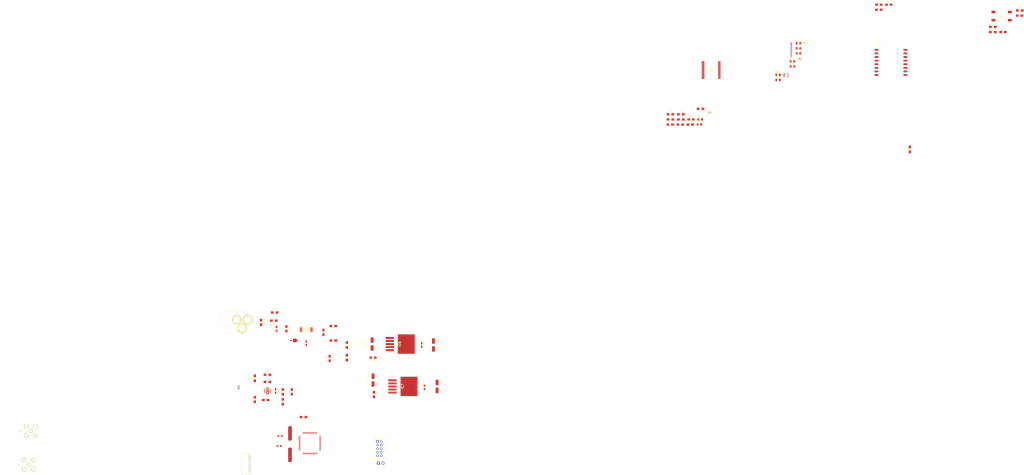
<source format=kicad_pcb>
(kicad_pcb (version 20171130) (host pcbnew "(5.1.4)-1")

  (general
    (thickness 1.6)
    (drawings 0)
    (tracks 0)
    (zones 0)
    (modules 81)
    (nets 103)
  )

  (page A4)
  (layers
    (0 F.Cu signal)
    (31 B.Cu signal)
    (32 B.Adhes user)
    (33 F.Adhes user)
    (34 B.Paste user)
    (35 F.Paste user)
    (36 B.SilkS user)
    (37 F.SilkS user)
    (38 B.Mask user)
    (39 F.Mask user)
    (40 Dwgs.User user)
    (41 Cmts.User user)
    (42 Eco1.User user)
    (43 Eco2.User user)
    (44 Edge.Cuts user)
    (45 Margin user)
    (46 B.CrtYd user)
    (47 F.CrtYd user)
    (48 B.Fab user)
    (49 F.Fab user hide)
  )

  (setup
    (last_trace_width 0.25)
    (trace_clearance 0.2)
    (zone_clearance 0.508)
    (zone_45_only no)
    (trace_min 0.2)
    (via_size 0.8)
    (via_drill 0.4)
    (via_min_size 0.4)
    (via_min_drill 0.3)
    (uvia_size 0.3)
    (uvia_drill 0.1)
    (uvias_allowed no)
    (uvia_min_size 0.2)
    (uvia_min_drill 0.1)
    (edge_width 0.05)
    (segment_width 0.2)
    (pcb_text_width 0.3)
    (pcb_text_size 1.5 1.5)
    (mod_edge_width 0.12)
    (mod_text_size 1 1)
    (mod_text_width 0.15)
    (pad_size 1.524 1.524)
    (pad_drill 0.762)
    (pad_to_mask_clearance 0.051)
    (solder_mask_min_width 0.25)
    (aux_axis_origin 0 0)
    (visible_elements 7FFFFFFF)
    (pcbplotparams
      (layerselection 0x010fc_ffffffff)
      (usegerberextensions false)
      (usegerberattributes false)
      (usegerberadvancedattributes false)
      (creategerberjobfile false)
      (excludeedgelayer true)
      (linewidth 0.100000)
      (plotframeref false)
      (viasonmask false)
      (mode 1)
      (useauxorigin false)
      (hpglpennumber 1)
      (hpglpenspeed 20)
      (hpglpendiameter 15.000000)
      (psnegative false)
      (psa4output false)
      (plotreference true)
      (plotvalue true)
      (plotinvisibletext false)
      (padsonsilk false)
      (subtractmaskfromsilk false)
      (outputformat 1)
      (mirror false)
      (drillshape 1)
      (scaleselection 1)
      (outputdirectory ""))
  )

  (net 0 "")
  (net 1 GND)
  (net 2 "Net-(C1-Pad2)")
  (net 3 "Net-(C2-Pad2)")
  (net 4 +3V3)
  (net 5 "Net-(C4-Pad2)")
  (net 6 JTAG_RESET)
  (net 7 V_BAT)
  (net 8 +5V)
  (net 9 V_SUPPLY)
  (net 10 VREF)
  (net 11 "Net-(C23-Pad1)")
  (net 12 "Net-(C28-Pad1)")
  (net 13 "Net-(C28-Pad2)")
  (net 14 UART_5_RX)
  (net 15 UART_5_TX)
  (net 16 RF_IN)
  (net 17 "Net-(D1-Pad2)")
  (net 18 "Net-(FL1-Pad1)")
  (net 19 BAT_STAT2)
  (net 20 BAT_STAT1)
  (net 21 "Net-(IC3-Pad4)")
  (net 22 5V_ENABLE)
  (net 23 AntOFF)
  (net 24 "Net-(IC5-Pad3)")
  (net 25 GPS_RSTN)
  (net 26 GPS_WAKEUP)
  (net 27 "Net-(IC7-Pad4)")
  (net 28 JTAG_TCK)
  (net 29 JTAG_TDO)
  (net 30 "Net-(J1-Pad4)")
  (net 31 JTAG_TMS)
  (net 32 "Net-(J1-Pad8)")
  (net 33 JTAG_TDI)
  (net 34 "Net-(J4-Pad5)")
  (net 35 UART_4_RX)
  (net 36 UART_4_TX)
  (net 37 USART_3_TX)
  (net 38 USART_3_RX)
  (net 39 "Net-(R1-Pad1)")
  (net 40 LED_OUT)
  (net 41 "Net-(R13-Pad1)")
  (net 42 "Net-(U1-Pad2)")
  (net 43 "Net-(U1-Pad3)")
  (net 44 "Net-(U1-Pad4)")
  (net 45 "Net-(U1-Pad8)")
  (net 46 "Net-(U1-Pad9)")
  (net 47 "Net-(U1-Pad10)")
  (net 48 "Net-(U1-Pad11)")
  (net 49 "Net-(U1-Pad16)")
  (net 50 "Net-(U1-Pad20)")
  (net 51 SPI1_SCK)
  (net 52 SPI1_MISO)
  (net 53 SPI1_MOSI)
  (net 54 "Net-(U1-Pad28)")
  (net 55 "Net-(U1-Pad29)")
  (net 56 "Net-(U1-Pad30)")
  (net 57 "Net-(U1-Pad33)")
  (net 58 LoRa_DI03)
  (net 59 LoRa_DI04)
  (net 60 LoRa_DI05)
  (net 61 "Net-(U1-Pad37)")
  (net 62 LoRa_RESET)
  (net 63 "Net-(U1-Pad39)")
  (net 64 LoRa_DI02)
  (net 65 LoRa_DI01)
  (net 66 LoRa_DI00)
  (net 67 "Net-(U1-Pad51)")
  (net 68 "Net-(U1-Pad52)")
  (net 69 "Net-(U1-Pad57)")
  (net 70 SPI1_NSS)
  (net 71 "Net-(U1-Pad59)")
  (net 72 "Net-(U1-Pad62)")
  (net 73 "Net-(C10-Pad1)")
  (net 74 "Net-(C11-Pad1)")
  (net 75 "Net-(C11-Pad2)")
  (net 76 "Net-(C16-Pad1)")
  (net 77 "Net-(C20-Pad1)")
  (net 78 "Net-(C22-Pad1)")
  (net 79 "Net-(C24-Pad1)")
  (net 80 "Net-(C29-Pad2)")
  (net 81 "Net-(IC1-Pad3)")
  (net 82 "Net-(IC2-Pad5)")
  (net 83 "Net-(IC3-Pad18)")
  (net 84 "Net-(IC3-Pad17)")
  (net 85 "Net-(IC3-Pad16)")
  (net 86 "Net-(IC3-Pad15)")
  (net 87 "Net-(IC3-Pad14)")
  (net 88 "Net-(IC3-Pad13)")
  (net 89 "Net-(IC4-Pad17)")
  (net 90 "Net-(IC4-Pad16)")
  (net 91 "Net-(IC4-Pad15)")
  (net 92 "Net-(IC4-Pad14)")
  (net 93 "Net-(IC4-Pad13)")
  (net 94 "Net-(IC4-Pad9)")
  (net 95 "Net-(IC4-Pad8)")
  (net 96 "Net-(IC6-Pad6)")
  (net 97 "Net-(IC6-Pad4)")
  (net 98 "Net-(IC7-Pad6)")
  (net 99 "Net-(J3-Pad1)")
  (net 100 "Net-(J3-Pad3)")
  (net 101 "Net-(J3-Pad4)")
  (net 102 "Net-(J3-Pad5)")

  (net_class Default "Dies ist die voreingestellte Netzklasse."
    (clearance 0.2)
    (trace_width 0.25)
    (via_dia 0.8)
    (via_drill 0.4)
    (uvia_dia 0.3)
    (uvia_drill 0.1)
    (add_net +3V3)
    (add_net +5V)
    (add_net 5V_ENABLE)
    (add_net AntOFF)
    (add_net BAT_STAT1)
    (add_net BAT_STAT2)
    (add_net GND)
    (add_net GPS_RSTN)
    (add_net GPS_WAKEUP)
    (add_net JTAG_RESET)
    (add_net JTAG_TCK)
    (add_net JTAG_TDI)
    (add_net JTAG_TDO)
    (add_net JTAG_TMS)
    (add_net LED_OUT)
    (add_net LoRa_DI00)
    (add_net LoRa_DI01)
    (add_net LoRa_DI02)
    (add_net LoRa_DI03)
    (add_net LoRa_DI04)
    (add_net LoRa_DI05)
    (add_net LoRa_RESET)
    (add_net "Net-(C1-Pad2)")
    (add_net "Net-(C10-Pad1)")
    (add_net "Net-(C11-Pad1)")
    (add_net "Net-(C11-Pad2)")
    (add_net "Net-(C16-Pad1)")
    (add_net "Net-(C2-Pad2)")
    (add_net "Net-(C20-Pad1)")
    (add_net "Net-(C22-Pad1)")
    (add_net "Net-(C23-Pad1)")
    (add_net "Net-(C24-Pad1)")
    (add_net "Net-(C28-Pad1)")
    (add_net "Net-(C28-Pad2)")
    (add_net "Net-(C29-Pad2)")
    (add_net "Net-(C4-Pad2)")
    (add_net "Net-(D1-Pad2)")
    (add_net "Net-(FL1-Pad1)")
    (add_net "Net-(IC1-Pad3)")
    (add_net "Net-(IC2-Pad5)")
    (add_net "Net-(IC3-Pad13)")
    (add_net "Net-(IC3-Pad14)")
    (add_net "Net-(IC3-Pad15)")
    (add_net "Net-(IC3-Pad16)")
    (add_net "Net-(IC3-Pad17)")
    (add_net "Net-(IC3-Pad18)")
    (add_net "Net-(IC3-Pad4)")
    (add_net "Net-(IC4-Pad13)")
    (add_net "Net-(IC4-Pad14)")
    (add_net "Net-(IC4-Pad15)")
    (add_net "Net-(IC4-Pad16)")
    (add_net "Net-(IC4-Pad17)")
    (add_net "Net-(IC4-Pad8)")
    (add_net "Net-(IC4-Pad9)")
    (add_net "Net-(IC5-Pad3)")
    (add_net "Net-(IC6-Pad4)")
    (add_net "Net-(IC6-Pad6)")
    (add_net "Net-(IC7-Pad4)")
    (add_net "Net-(IC7-Pad6)")
    (add_net "Net-(J1-Pad4)")
    (add_net "Net-(J1-Pad8)")
    (add_net "Net-(J3-Pad1)")
    (add_net "Net-(J3-Pad3)")
    (add_net "Net-(J3-Pad4)")
    (add_net "Net-(J3-Pad5)")
    (add_net "Net-(J4-Pad5)")
    (add_net "Net-(R1-Pad1)")
    (add_net "Net-(R13-Pad1)")
    (add_net "Net-(U1-Pad10)")
    (add_net "Net-(U1-Pad11)")
    (add_net "Net-(U1-Pad16)")
    (add_net "Net-(U1-Pad2)")
    (add_net "Net-(U1-Pad20)")
    (add_net "Net-(U1-Pad28)")
    (add_net "Net-(U1-Pad29)")
    (add_net "Net-(U1-Pad3)")
    (add_net "Net-(U1-Pad30)")
    (add_net "Net-(U1-Pad33)")
    (add_net "Net-(U1-Pad37)")
    (add_net "Net-(U1-Pad39)")
    (add_net "Net-(U1-Pad4)")
    (add_net "Net-(U1-Pad51)")
    (add_net "Net-(U1-Pad52)")
    (add_net "Net-(U1-Pad57)")
    (add_net "Net-(U1-Pad59)")
    (add_net "Net-(U1-Pad62)")
    (add_net "Net-(U1-Pad8)")
    (add_net "Net-(U1-Pad9)")
    (add_net RF_IN)
    (add_net SPI1_MISO)
    (add_net SPI1_MOSI)
    (add_net SPI1_NSS)
    (add_net SPI1_SCK)
    (add_net UART_4_RX)
    (add_net UART_4_TX)
    (add_net UART_5_RX)
    (add_net UART_5_TX)
    (add_net USART_3_RX)
    (add_net USART_3_TX)
    (add_net VREF)
    (add_net V_BAT)
    (add_net V_SUPPLY)
  )

  (module Crystals:Crystal_SMD_HC49-SD_HandSoldering (layer F.Cu) (tedit 58CD2E9D) (tstamp 5DDFF374)
    (at 59 98 270)
    (descr "SMD Crystal HC-49-SD http://cdn-reichelt.de/documents/datenblatt/B400/xxx-HC49-SMD.pdf, hand-soldering, 11.4x4.7mm^2 package")
    (tags "SMD SMT crystal hand-soldering")
    (path /5DC1A511/5DC1A7A3)
    (attr smd)
    (fp_text reference Y1 (at 0 -3.55 90) (layer F.SilkS)
      (effects (font (size 1 1) (thickness 0.15)))
    )
    (fp_text value "Crystal 8Mhz" (at 0 3.55 90) (layer F.Fab)
      (effects (font (size 1 1) (thickness 0.15)))
    )
    (fp_text user %R (at 0 0 90) (layer F.Fab)
      (effects (font (size 1 1) (thickness 0.15)))
    )
    (fp_line (start -5.7 -2.35) (end -5.7 2.35) (layer F.Fab) (width 0.1))
    (fp_line (start -5.7 2.35) (end 5.7 2.35) (layer F.Fab) (width 0.1))
    (fp_line (start 5.7 2.35) (end 5.7 -2.35) (layer F.Fab) (width 0.1))
    (fp_line (start 5.7 -2.35) (end -5.7 -2.35) (layer F.Fab) (width 0.1))
    (fp_line (start -3.015 -2.115) (end 3.015 -2.115) (layer F.Fab) (width 0.1))
    (fp_line (start -3.015 2.115) (end 3.015 2.115) (layer F.Fab) (width 0.1))
    (fp_line (start 5.9 -2.55) (end -10.075 -2.55) (layer F.SilkS) (width 0.12))
    (fp_line (start -10.075 -2.55) (end -10.075 2.55) (layer F.SilkS) (width 0.12))
    (fp_line (start -10.075 2.55) (end 5.9 2.55) (layer F.SilkS) (width 0.12))
    (fp_line (start -10.2 -2.6) (end -10.2 2.6) (layer F.CrtYd) (width 0.05))
    (fp_line (start -10.2 2.6) (end 10.2 2.6) (layer F.CrtYd) (width 0.05))
    (fp_line (start 10.2 2.6) (end 10.2 -2.6) (layer F.CrtYd) (width 0.05))
    (fp_line (start 10.2 -2.6) (end -10.2 -2.6) (layer F.CrtYd) (width 0.05))
    (fp_arc (start -3.015 0) (end -3.015 -2.115) (angle -180) (layer F.Fab) (width 0.1))
    (fp_arc (start 3.015 0) (end 3.015 -2.115) (angle 180) (layer F.Fab) (width 0.1))
    (pad 1 smd rect (at -5.9375 0 270) (size 7.875 2) (layers F.Cu F.Paste F.Mask)
      (net 2 "Net-(C1-Pad2)"))
    (pad 2 smd rect (at 5.9375 0 270) (size 7.875 2) (layers F.Cu F.Paste F.Mask)
      (net 3 "Net-(C2-Pad2)"))
    (model ${KISYS3DMOD}/Crystals.3dshapes/Crystal_SMD_HC49-SD_HandSoldering.wrl
      (at (xyz 0 0 0))
      (scale (xyz 1 1 1))
      (rotate (xyz 0 0 0))
    )
  )

  (module RF_Modules:Hopref_RFM9XW_SMD (layer F.Cu) (tedit 59D9324F) (tstamp 5DDFF229)
    (at 391.95 -113.75)
    (descr " Low Power Long Range Transceiver Module SMD-16 http://www.hoperf.com/upload/rf/RFM95_96_97_98W.pdf")
    (tags " Low Power Long Range Transceiver Module")
    (path /5E150549/5DE49B3D)
    (attr smd)
    (fp_text reference U2 (at -7 -9.5) (layer F.SilkS)
      (effects (font (size 1 1) (thickness 0.15)))
    )
    (fp_text value RFM92W_93W (at 0 9.5) (layer F.Fab)
      (effects (font (size 1 1) (thickness 0.15)))
    )
    (fp_line (start -8 -8) (end 8 -8) (layer F.Fab) (width 0.12))
    (fp_line (start 8 8) (end 8 -8) (layer F.Fab) (width 0.12))
    (fp_line (start -8 8) (end 8 8) (layer F.Fab) (width 0.12))
    (fp_line (start -8 8) (end -8 -8) (layer F.Fab) (width 0.12))
    (fp_text user %R (at 0 0) (layer F.Fab)
      (effects (font (size 1 1) (thickness 0.15)))
    )
    (fp_line (start -8.12 -8.12) (end 0 -8.12) (layer F.SilkS) (width 0.1))
    (fp_line (start 6 8.12) (end 8.12 8.12) (layer F.SilkS) (width 0.1))
    (fp_line (start -9.45 -8.25) (end 9.45 -8.25) (layer F.CrtYd) (width 0.05))
    (fp_line (start 9.45 -8.25) (end 9.45 8.25) (layer F.CrtYd) (width 0.05))
    (fp_line (start -9.45 8.25) (end 9.45 8.25) (layer F.CrtYd) (width 0.05))
    (fp_line (start -9.45 8.25) (end -9.45 -8.25) (layer F.CrtYd) (width 0.05))
    (fp_line (start 8.12 8.12) (end 8.12 7.95) (layer F.SilkS) (width 0.1))
    (fp_line (start -8.12 8.12) (end -6 8.12) (layer F.SilkS) (width 0.1))
    (fp_line (start -8.12 8.12) (end -8.12 7.95) (layer F.SilkS) (width 0.1))
    (fp_line (start 6 -8.12) (end 8.12 -8.12) (layer F.SilkS) (width 0.1))
    (fp_line (start 8.12 -8.12) (end 8.12 -7.95) (layer F.SilkS) (width 0.1))
    (pad 1 smd rect (at -8 -7) (size 2 1) (layers F.Cu F.Paste F.Mask)
      (net 1 GND))
    (pad 2 smd rect (at -8 -5) (size 2 1) (layers F.Cu F.Paste F.Mask)
      (net 52 SPI1_MISO))
    (pad 3 smd rect (at -8 -3) (size 2 1) (layers F.Cu F.Paste F.Mask)
      (net 53 SPI1_MOSI))
    (pad 4 smd rect (at -8 -1) (size 2 1) (layers F.Cu F.Paste F.Mask)
      (net 51 SPI1_SCK))
    (pad 5 smd rect (at -8 1) (size 2 1) (layers F.Cu F.Paste F.Mask)
      (net 70 SPI1_NSS))
    (pad 6 smd rect (at -8 3) (size 2 1) (layers F.Cu F.Paste F.Mask)
      (net 62 LoRa_RESET))
    (pad 7 smd rect (at -8 5) (size 2 1) (layers F.Cu F.Paste F.Mask)
      (net 60 LoRa_DI05))
    (pad 8 smd rect (at -8 7) (size 2 1) (layers F.Cu F.Paste F.Mask)
      (net 1 GND))
    (pad 9 smd rect (at 8 7) (size 2 1) (layers F.Cu F.Paste F.Mask)
      (net 34 "Net-(J4-Pad5)"))
    (pad 10 smd rect (at 8 5) (size 2 1) (layers F.Cu F.Paste F.Mask)
      (net 1 GND))
    (pad 11 smd rect (at 8 3) (size 2 1) (layers F.Cu F.Paste F.Mask)
      (net 58 LoRa_DI03))
    (pad 12 smd rect (at 8 1) (size 2 1) (layers F.Cu F.Paste F.Mask)
      (net 59 LoRa_DI04))
    (pad 13 smd rect (at 8 -1) (size 2 1) (layers F.Cu F.Paste F.Mask)
      (net 4 +3V3))
    (pad 14 smd rect (at 8 -3) (size 2 1) (layers F.Cu F.Paste F.Mask)
      (net 66 LoRa_DI00))
    (pad 15 smd rect (at 8 -5) (size 2 1) (layers F.Cu F.Paste F.Mask)
      (net 65 LoRa_DI01))
    (pad 16 smd rect (at 8 -7) (size 2 1) (layers F.Cu F.Paste F.Mask)
      (net 64 LoRa_DI02))
    (model ${KISYS3DMOD}/RF_Modules.3dshapes/Hopref_RFM9XW_SMD.wrl
      (at (xyz 0 0 0))
      (scale (xyz 1 1 1))
      (rotate (xyz 0 0 0))
    )
  )

  (module Housings_QFP:LQFP-64_10x10mm_Pitch0.5mm (layer F.Cu) (tedit 58CC9A47) (tstamp 5DDFAA20)
    (at 70 97.5)
    (descr "64 LEAD LQFP 10x10mm (see MICREL LQFP10x10-64LD-PL-1.pdf)")
    (tags "QFP 0.5")
    (path /5DC1A511/5DC1A60F)
    (attr smd)
    (fp_text reference U1 (at 0 -7.2) (layer F.SilkS)
      (effects (font (size 1 1) (thickness 0.15)))
    )
    (fp_text value STM32L476RGTx (at 0 7.2) (layer F.Fab)
      (effects (font (size 1 1) (thickness 0.15)))
    )
    (fp_text user %R (at 0 0) (layer F.Fab)
      (effects (font (size 1 1) (thickness 0.15)))
    )
    (fp_line (start -4 -5) (end 5 -5) (layer F.Fab) (width 0.15))
    (fp_line (start 5 -5) (end 5 5) (layer F.Fab) (width 0.15))
    (fp_line (start 5 5) (end -5 5) (layer F.Fab) (width 0.15))
    (fp_line (start -5 5) (end -5 -4) (layer F.Fab) (width 0.15))
    (fp_line (start -5 -4) (end -4 -5) (layer F.Fab) (width 0.15))
    (fp_line (start -6.45 -6.45) (end -6.45 6.45) (layer F.CrtYd) (width 0.05))
    (fp_line (start 6.45 -6.45) (end 6.45 6.45) (layer F.CrtYd) (width 0.05))
    (fp_line (start -6.45 -6.45) (end 6.45 -6.45) (layer F.CrtYd) (width 0.05))
    (fp_line (start -6.45 6.45) (end 6.45 6.45) (layer F.CrtYd) (width 0.05))
    (fp_line (start -5.175 -5.175) (end -5.175 -4.175) (layer F.SilkS) (width 0.15))
    (fp_line (start 5.175 -5.175) (end 5.175 -4.1) (layer F.SilkS) (width 0.15))
    (fp_line (start 5.175 5.175) (end 5.175 4.1) (layer F.SilkS) (width 0.15))
    (fp_line (start -5.175 5.175) (end -5.175 4.1) (layer F.SilkS) (width 0.15))
    (fp_line (start -5.175 -5.175) (end -4.1 -5.175) (layer F.SilkS) (width 0.15))
    (fp_line (start -5.175 5.175) (end -4.1 5.175) (layer F.SilkS) (width 0.15))
    (fp_line (start 5.175 5.175) (end 4.1 5.175) (layer F.SilkS) (width 0.15))
    (fp_line (start 5.175 -5.175) (end 4.1 -5.175) (layer F.SilkS) (width 0.15))
    (fp_line (start -5.175 -4.175) (end -6.2 -4.175) (layer F.SilkS) (width 0.15))
    (pad 1 smd rect (at -5.7 -3.75) (size 1 0.25) (layers F.Cu F.Paste F.Mask)
      (net 4 +3V3))
    (pad 2 smd rect (at -5.7 -3.25) (size 1 0.25) (layers F.Cu F.Paste F.Mask)
      (net 42 "Net-(U1-Pad2)"))
    (pad 3 smd rect (at -5.7 -2.75) (size 1 0.25) (layers F.Cu F.Paste F.Mask)
      (net 43 "Net-(U1-Pad3)"))
    (pad 4 smd rect (at -5.7 -2.25) (size 1 0.25) (layers F.Cu F.Paste F.Mask)
      (net 44 "Net-(U1-Pad4)"))
    (pad 5 smd rect (at -5.7 -1.75) (size 1 0.25) (layers F.Cu F.Paste F.Mask)
      (net 2 "Net-(C1-Pad2)"))
    (pad 6 smd rect (at -5.7 -1.25) (size 1 0.25) (layers F.Cu F.Paste F.Mask)
      (net 3 "Net-(C2-Pad2)"))
    (pad 7 smd rect (at -5.7 -0.75) (size 1 0.25) (layers F.Cu F.Paste F.Mask)
      (net 6 JTAG_RESET))
    (pad 8 smd rect (at -5.7 -0.25) (size 1 0.25) (layers F.Cu F.Paste F.Mask)
      (net 45 "Net-(U1-Pad8)"))
    (pad 9 smd rect (at -5.7 0.25) (size 1 0.25) (layers F.Cu F.Paste F.Mask)
      (net 46 "Net-(U1-Pad9)"))
    (pad 10 smd rect (at -5.7 0.75) (size 1 0.25) (layers F.Cu F.Paste F.Mask)
      (net 47 "Net-(U1-Pad10)"))
    (pad 11 smd rect (at -5.7 1.25) (size 1 0.25) (layers F.Cu F.Paste F.Mask)
      (net 48 "Net-(U1-Pad11)"))
    (pad 12 smd rect (at -5.7 1.75) (size 1 0.25) (layers F.Cu F.Paste F.Mask)
      (net 1 GND))
    (pad 13 smd rect (at -5.7 2.25) (size 1 0.25) (layers F.Cu F.Paste F.Mask)
      (net 4 +3V3))
    (pad 14 smd rect (at -5.7 2.75) (size 1 0.25) (layers F.Cu F.Paste F.Mask)
      (net 36 UART_4_TX))
    (pad 15 smd rect (at -5.7 3.25) (size 1 0.25) (layers F.Cu F.Paste F.Mask)
      (net 35 UART_4_RX))
    (pad 16 smd rect (at -5.7 3.75) (size 1 0.25) (layers F.Cu F.Paste F.Mask)
      (net 49 "Net-(U1-Pad16)"))
    (pad 17 smd rect (at -3.75 5.7 90) (size 1 0.25) (layers F.Cu F.Paste F.Mask)
      (net 25 GPS_RSTN))
    (pad 18 smd rect (at -3.25 5.7 90) (size 1 0.25) (layers F.Cu F.Paste F.Mask)
      (net 1 GND))
    (pad 19 smd rect (at -2.75 5.7 90) (size 1 0.25) (layers F.Cu F.Paste F.Mask)
      (net 4 +3V3))
    (pad 20 smd rect (at -2.25 5.7 90) (size 1 0.25) (layers F.Cu F.Paste F.Mask)
      (net 50 "Net-(U1-Pad20)"))
    (pad 21 smd rect (at -1.75 5.7 90) (size 1 0.25) (layers F.Cu F.Paste F.Mask)
      (net 51 SPI1_SCK))
    (pad 22 smd rect (at -1.25 5.7 90) (size 1 0.25) (layers F.Cu F.Paste F.Mask)
      (net 52 SPI1_MISO))
    (pad 23 smd rect (at -0.75 5.7 90) (size 1 0.25) (layers F.Cu F.Paste F.Mask)
      (net 53 SPI1_MOSI))
    (pad 24 smd rect (at -0.25 5.7 90) (size 1 0.25) (layers F.Cu F.Paste F.Mask)
      (net 37 USART_3_TX))
    (pad 25 smd rect (at 0.25 5.7 90) (size 1 0.25) (layers F.Cu F.Paste F.Mask)
      (net 38 USART_3_RX))
    (pad 26 smd rect (at 0.75 5.7 90) (size 1 0.25) (layers F.Cu F.Paste F.Mask)
      (net 26 GPS_WAKEUP))
    (pad 27 smd rect (at 1.25 5.7 90) (size 1 0.25) (layers F.Cu F.Paste F.Mask)
      (net 22 5V_ENABLE))
    (pad 28 smd rect (at 1.75 5.7 90) (size 1 0.25) (layers F.Cu F.Paste F.Mask)
      (net 54 "Net-(U1-Pad28)"))
    (pad 29 smd rect (at 2.25 5.7 90) (size 1 0.25) (layers F.Cu F.Paste F.Mask)
      (net 55 "Net-(U1-Pad29)"))
    (pad 30 smd rect (at 2.75 5.7 90) (size 1 0.25) (layers F.Cu F.Paste F.Mask)
      (net 56 "Net-(U1-Pad30)"))
    (pad 31 smd rect (at 3.25 5.7 90) (size 1 0.25) (layers F.Cu F.Paste F.Mask)
      (net 1 GND))
    (pad 32 smd rect (at 3.75 5.7 90) (size 1 0.25) (layers F.Cu F.Paste F.Mask)
      (net 4 +3V3))
    (pad 33 smd rect (at 5.7 3.75) (size 1 0.25) (layers F.Cu F.Paste F.Mask)
      (net 57 "Net-(U1-Pad33)"))
    (pad 34 smd rect (at 5.7 3.25) (size 1 0.25) (layers F.Cu F.Paste F.Mask)
      (net 58 LoRa_DI03))
    (pad 35 smd rect (at 5.7 2.75) (size 1 0.25) (layers F.Cu F.Paste F.Mask)
      (net 59 LoRa_DI04))
    (pad 36 smd rect (at 5.7 2.25) (size 1 0.25) (layers F.Cu F.Paste F.Mask)
      (net 60 LoRa_DI05))
    (pad 37 smd rect (at 5.7 1.75) (size 1 0.25) (layers F.Cu F.Paste F.Mask)
      (net 61 "Net-(U1-Pad37)"))
    (pad 38 smd rect (at 5.7 1.25) (size 1 0.25) (layers F.Cu F.Paste F.Mask)
      (net 62 LoRa_RESET))
    (pad 39 smd rect (at 5.7 0.75) (size 1 0.25) (layers F.Cu F.Paste F.Mask)
      (net 63 "Net-(U1-Pad39)"))
    (pad 40 smd rect (at 5.7 0.25) (size 1 0.25) (layers F.Cu F.Paste F.Mask)
      (net 40 LED_OUT))
    (pad 41 smd rect (at 5.7 -0.25) (size 1 0.25) (layers F.Cu F.Paste F.Mask)
      (net 64 LoRa_DI02))
    (pad 42 smd rect (at 5.7 -0.75) (size 1 0.25) (layers F.Cu F.Paste F.Mask)
      (net 65 LoRa_DI01))
    (pad 43 smd rect (at 5.7 -1.25) (size 1 0.25) (layers F.Cu F.Paste F.Mask)
      (net 66 LoRa_DI00))
    (pad 44 smd rect (at 5.7 -1.75) (size 1 0.25) (layers F.Cu F.Paste F.Mask)
      (net 20 BAT_STAT1))
    (pad 45 smd rect (at 5.7 -2.25) (size 1 0.25) (layers F.Cu F.Paste F.Mask)
      (net 19 BAT_STAT2))
    (pad 46 smd rect (at 5.7 -2.75) (size 1 0.25) (layers F.Cu F.Paste F.Mask)
      (net 31 JTAG_TMS))
    (pad 47 smd rect (at 5.7 -3.25) (size 1 0.25) (layers F.Cu F.Paste F.Mask)
      (net 1 GND))
    (pad 48 smd rect (at 5.7 -3.75) (size 1 0.25) (layers F.Cu F.Paste F.Mask)
      (net 4 +3V3))
    (pad 49 smd rect (at 3.75 -5.7 90) (size 1 0.25) (layers F.Cu F.Paste F.Mask)
      (net 28 JTAG_TCK))
    (pad 50 smd rect (at 3.25 -5.7 90) (size 1 0.25) (layers F.Cu F.Paste F.Mask)
      (net 33 JTAG_TDI))
    (pad 51 smd rect (at 2.75 -5.7 90) (size 1 0.25) (layers F.Cu F.Paste F.Mask)
      (net 67 "Net-(U1-Pad51)"))
    (pad 52 smd rect (at 2.25 -5.7 90) (size 1 0.25) (layers F.Cu F.Paste F.Mask)
      (net 68 "Net-(U1-Pad52)"))
    (pad 53 smd rect (at 1.75 -5.7 90) (size 1 0.25) (layers F.Cu F.Paste F.Mask)
      (net 15 UART_5_TX))
    (pad 54 smd rect (at 1.25 -5.7 90) (size 1 0.25) (layers F.Cu F.Paste F.Mask)
      (net 14 UART_5_RX))
    (pad 55 smd rect (at 0.75 -5.7 90) (size 1 0.25) (layers F.Cu F.Paste F.Mask)
      (net 29 JTAG_TDO))
    (pad 56 smd rect (at 0.25 -5.7 90) (size 1 0.25) (layers F.Cu F.Paste F.Mask)
      (net 6 JTAG_RESET))
    (pad 57 smd rect (at -0.25 -5.7 90) (size 1 0.25) (layers F.Cu F.Paste F.Mask)
      (net 69 "Net-(U1-Pad57)"))
    (pad 58 smd rect (at -0.75 -5.7 90) (size 1 0.25) (layers F.Cu F.Paste F.Mask)
      (net 70 SPI1_NSS))
    (pad 59 smd rect (at -1.25 -5.7 90) (size 1 0.25) (layers F.Cu F.Paste F.Mask)
      (net 71 "Net-(U1-Pad59)"))
    (pad 60 smd rect (at -1.75 -5.7 90) (size 1 0.25) (layers F.Cu F.Paste F.Mask)
      (net 39 "Net-(R1-Pad1)"))
    (pad 61 smd rect (at -2.25 -5.7 90) (size 1 0.25) (layers F.Cu F.Paste F.Mask)
      (net 23 AntOFF))
    (pad 62 smd rect (at -2.75 -5.7 90) (size 1 0.25) (layers F.Cu F.Paste F.Mask)
      (net 72 "Net-(U1-Pad62)"))
    (pad 63 smd rect (at -3.25 -5.7 90) (size 1 0.25) (layers F.Cu F.Paste F.Mask)
      (net 1 GND))
    (pad 64 smd rect (at -3.75 -5.7 90) (size 1 0.25) (layers F.Cu F.Paste F.Mask)
      (net 4 +3V3))
    (model ${KISYS3DMOD}/Housings_QFP.3dshapes/LQFP-64_10x10mm_Pitch0.5mm.wrl
      (at (xyz 0 0 0))
      (scale (xyz 1 1 1))
      (rotate (xyz 0 0 0))
    )
  )

  (module SamacSys_Parts:LL3301NF065QG (layer F.Cu) (tedit 5DD97CC3) (tstamp 5DDFF1D8)
    (at 453.340001 -139.429999)
    (descr LL3301NF065QG)
    (tags Switch)
    (path /5DC1A511/5DE990BE)
    (attr smd)
    (fp_text reference S1 (at -0.3 0) (layer F.SilkS)
      (effects (font (size 1.27 1.27) (thickness 0.254)))
    )
    (fp_text value LL3301NF065QG (at -0.3 0) (layer F.SilkS) hide
      (effects (font (size 1.27 1.27) (thickness 0.254)))
    )
    (fp_arc (start -6.1 -2.2) (end -6.1 -2.1) (angle 180) (layer F.SilkS) (width 0.2))
    (fp_arc (start -6.1 -2.2) (end -6.1 -2.3) (angle 180) (layer F.SilkS) (width 0.2))
    (fp_line (start -6.1 -2.1) (end -6.1 -2.1) (layer F.SilkS) (width 0.2))
    (fp_line (start -6.1 -2.3) (end -6.1 -2.3) (layer F.SilkS) (width 0.2))
    (fp_line (start -7.2 4) (end -7.2 -4) (layer Dwgs.User) (width 0.1))
    (fp_line (start 6.6 4) (end -7.2 4) (layer Dwgs.User) (width 0.1))
    (fp_line (start 6.6 -4) (end 6.6 4) (layer Dwgs.User) (width 0.1))
    (fp_line (start -7.2 -4) (end 6.6 -4) (layer Dwgs.User) (width 0.1))
    (fp_line (start -3 3) (end -3 -3) (layer F.SilkS) (width 0.1))
    (fp_line (start 3 3) (end -3 3) (layer F.SilkS) (width 0.1))
    (fp_line (start 3 -3) (end 3 3) (layer F.SilkS) (width 0.1))
    (fp_line (start -3 -3) (end 3 -3) (layer F.SilkS) (width 0.1))
    (fp_line (start -3 3) (end -3 -3) (layer Dwgs.User) (width 0.2))
    (fp_line (start 3 3) (end -3 3) (layer Dwgs.User) (width 0.2))
    (fp_line (start 3 -3) (end 3 3) (layer Dwgs.User) (width 0.2))
    (fp_line (start -3 -3) (end 3 -3) (layer Dwgs.User) (width 0.2))
    (pad 4 smd rect (at 4.55 2.25 90) (size 1.4 2.1) (layers F.Cu F.Paste F.Mask)
      (net 6 JTAG_RESET))
    (pad 3 smd rect (at -4.55 2.25 90) (size 1.4 2.1) (layers F.Cu F.Paste F.Mask)
      (net 6 JTAG_RESET))
    (pad 2 smd rect (at 4.55 -2.25 90) (size 1.4 2.1) (layers F.Cu F.Paste F.Mask)
      (net 1 GND))
    (pad 1 smd rect (at -4.55 -2.25 90) (size 1.4 2.1) (layers F.Cu F.Paste F.Mask)
      (net 1 GND))
  )

  (module Resistors_SMD:R_0805_HandSoldering (layer F.Cu) (tedit 58E0A804) (tstamp 5DE03E9B)
    (at 286.5 -88)
    (descr "Resistor SMD 0805, hand soldering")
    (tags "resistor 0805")
    (path /5E150549/5DD3A81F)
    (attr smd)
    (fp_text reference R5 (at 0 -1.7) (layer F.SilkS)
      (effects (font (size 1 1) (thickness 0.15)))
    )
    (fp_text value 100k (at 0 1.75) (layer F.Fab)
      (effects (font (size 1 1) (thickness 0.15)))
    )
    (fp_text user %R (at 0 0) (layer F.Fab)
      (effects (font (size 0.5 0.5) (thickness 0.075)))
    )
    (fp_line (start -1 0.62) (end -1 -0.62) (layer F.Fab) (width 0.1))
    (fp_line (start 1 0.62) (end -1 0.62) (layer F.Fab) (width 0.1))
    (fp_line (start 1 -0.62) (end 1 0.62) (layer F.Fab) (width 0.1))
    (fp_line (start -1 -0.62) (end 1 -0.62) (layer F.Fab) (width 0.1))
    (fp_line (start 0.6 0.88) (end -0.6 0.88) (layer F.SilkS) (width 0.12))
    (fp_line (start -0.6 -0.88) (end 0.6 -0.88) (layer F.SilkS) (width 0.12))
    (fp_line (start -2.35 -0.9) (end 2.35 -0.9) (layer F.CrtYd) (width 0.05))
    (fp_line (start -2.35 -0.9) (end -2.35 0.9) (layer F.CrtYd) (width 0.05))
    (fp_line (start 2.35 0.9) (end 2.35 -0.9) (layer F.CrtYd) (width 0.05))
    (fp_line (start 2.35 0.9) (end -2.35 0.9) (layer F.CrtYd) (width 0.05))
    (pad 1 smd rect (at -1.35 0) (size 1.5 1.3) (layers F.Cu F.Paste F.Mask)
      (net 4 +3V3))
    (pad 2 smd rect (at 1.35 0) (size 1.5 1.3) (layers F.Cu F.Paste F.Mask)
      (net 81 "Net-(IC1-Pad3)"))
    (model ${KISYS3DMOD}/Resistors_SMD.3dshapes/R_0805.wrl
      (at (xyz 0 0 0))
      (scale (xyz 1 1 1))
      (rotate (xyz 0 0 0))
    )
  )

  (module Resistors_SMD:R_0805_HandSoldering (layer F.Cu) (tedit 58E0A804) (tstamp 5DDFF46E)
    (at 269.805001 -84.989999)
    (descr "Resistor SMD 0805, hand soldering")
    (tags "resistor 0805")
    (path /5E150549/5DDB8714)
    (attr smd)
    (fp_text reference R4 (at 0 -1.7) (layer F.SilkS)
      (effects (font (size 1 1) (thickness 0.15)))
    )
    (fp_text value 10k (at 0 1.75) (layer F.Fab)
      (effects (font (size 1 1) (thickness 0.15)))
    )
    (fp_text user %R (at 0 0) (layer F.Fab)
      (effects (font (size 0.5 0.5) (thickness 0.075)))
    )
    (fp_line (start -1 0.62) (end -1 -0.62) (layer F.Fab) (width 0.1))
    (fp_line (start 1 0.62) (end -1 0.62) (layer F.Fab) (width 0.1))
    (fp_line (start 1 -0.62) (end 1 0.62) (layer F.Fab) (width 0.1))
    (fp_line (start -1 -0.62) (end 1 -0.62) (layer F.Fab) (width 0.1))
    (fp_line (start 0.6 0.88) (end -0.6 0.88) (layer F.SilkS) (width 0.12))
    (fp_line (start -0.6 -0.88) (end 0.6 -0.88) (layer F.SilkS) (width 0.12))
    (fp_line (start -2.35 -0.9) (end 2.35 -0.9) (layer F.CrtYd) (width 0.05))
    (fp_line (start -2.35 -0.9) (end -2.35 0.9) (layer F.CrtYd) (width 0.05))
    (fp_line (start 2.35 0.9) (end 2.35 -0.9) (layer F.CrtYd) (width 0.05))
    (fp_line (start 2.35 0.9) (end -2.35 0.9) (layer F.CrtYd) (width 0.05))
    (pad 1 smd rect (at -1.35 0) (size 1.5 1.3) (layers F.Cu F.Paste F.Mask)
      (net 1 GND))
    (pad 2 smd rect (at 1.35 0) (size 1.5 1.3) (layers F.Cu F.Paste F.Mask)
      (net 23 AntOFF))
    (model ${KISYS3DMOD}/Resistors_SMD.3dshapes/R_0805.wrl
      (at (xyz 0 0 0))
      (scale (xyz 1 1 1))
      (rotate (xyz 0 0 0))
    )
  )

  (module Resistors_SMD:R_0805_HandSoldering (layer F.Cu) (tedit 58E0A804) (tstamp 5DDFF43E)
    (at 90.5 50 270)
    (descr "Resistor SMD 0805, hand soldering")
    (tags "resistor 0805")
    (path /5DCA6AAA/5DD6629F)
    (attr smd)
    (fp_text reference R15 (at 0 -1.7 90) (layer F.SilkS)
      (effects (font (size 1 1) (thickness 0.15)))
    )
    (fp_text value 820k (at 0 1.75 90) (layer F.Fab)
      (effects (font (size 1 1) (thickness 0.15)))
    )
    (fp_line (start 2.35 0.9) (end -2.35 0.9) (layer F.CrtYd) (width 0.05))
    (fp_line (start 2.35 0.9) (end 2.35 -0.9) (layer F.CrtYd) (width 0.05))
    (fp_line (start -2.35 -0.9) (end -2.35 0.9) (layer F.CrtYd) (width 0.05))
    (fp_line (start -2.35 -0.9) (end 2.35 -0.9) (layer F.CrtYd) (width 0.05))
    (fp_line (start -0.6 -0.88) (end 0.6 -0.88) (layer F.SilkS) (width 0.12))
    (fp_line (start 0.6 0.88) (end -0.6 0.88) (layer F.SilkS) (width 0.12))
    (fp_line (start -1 -0.62) (end 1 -0.62) (layer F.Fab) (width 0.1))
    (fp_line (start 1 -0.62) (end 1 0.62) (layer F.Fab) (width 0.1))
    (fp_line (start 1 0.62) (end -1 0.62) (layer F.Fab) (width 0.1))
    (fp_line (start -1 0.62) (end -1 -0.62) (layer F.Fab) (width 0.1))
    (fp_text user %R (at 0 0) (layer F.Fab)
      (effects (font (size 0.5 0.5) (thickness 0.075)))
    )
    (pad 2 smd rect (at 1.35 0 270) (size 1.5 1.3) (layers F.Cu F.Paste F.Mask)
      (net 1 GND))
    (pad 1 smd rect (at -1.35 0 270) (size 1.5 1.3) (layers F.Cu F.Paste F.Mask)
      (net 80 "Net-(C29-Pad2)"))
    (model ${KISYS3DMOD}/Resistors_SMD.3dshapes/R_0805.wrl
      (at (xyz 0 0 0))
      (scale (xyz 1 1 1))
      (rotate (xyz 0 0 0))
    )
  )

  (module Resistors_SMD:R_0805_HandSoldering (layer F.Cu) (tedit 58E0A804) (tstamp 5DDFF2DF)
    (at 90.5 43 270)
    (descr "Resistor SMD 0805, hand soldering")
    (tags "resistor 0805")
    (path /5DCA6AAA/5DD66208)
    (attr smd)
    (fp_text reference R14 (at 0 -1.7 90) (layer F.SilkS)
      (effects (font (size 1 1) (thickness 0.15)))
    )
    (fp_text value 2,2M (at 0 1.75 90) (layer F.Fab)
      (effects (font (size 1 1) (thickness 0.15)))
    )
    (fp_line (start 2.35 0.9) (end -2.35 0.9) (layer F.CrtYd) (width 0.05))
    (fp_line (start 2.35 0.9) (end 2.35 -0.9) (layer F.CrtYd) (width 0.05))
    (fp_line (start -2.35 -0.9) (end -2.35 0.9) (layer F.CrtYd) (width 0.05))
    (fp_line (start -2.35 -0.9) (end 2.35 -0.9) (layer F.CrtYd) (width 0.05))
    (fp_line (start -0.6 -0.88) (end 0.6 -0.88) (layer F.SilkS) (width 0.12))
    (fp_line (start 0.6 0.88) (end -0.6 0.88) (layer F.SilkS) (width 0.12))
    (fp_line (start -1 -0.62) (end 1 -0.62) (layer F.Fab) (width 0.1))
    (fp_line (start 1 -0.62) (end 1 0.62) (layer F.Fab) (width 0.1))
    (fp_line (start 1 0.62) (end -1 0.62) (layer F.Fab) (width 0.1))
    (fp_line (start -1 0.62) (end -1 -0.62) (layer F.Fab) (width 0.1))
    (fp_text user %R (at 0 0 90) (layer F.Fab)
      (effects (font (size 0.5 0.5) (thickness 0.075)))
    )
    (pad 2 smd rect (at 1.35 0 270) (size 1.5 1.3) (layers F.Cu F.Paste F.Mask)
      (net 80 "Net-(C29-Pad2)"))
    (pad 1 smd rect (at -1.35 0 270) (size 1.5 1.3) (layers F.Cu F.Paste F.Mask)
      (net 41 "Net-(R13-Pad1)"))
    (model ${KISYS3DMOD}/Resistors_SMD.3dshapes/R_0805.wrl
      (at (xyz 0 0 0))
      (scale (xyz 1 1 1))
      (rotate (xyz 0 0 0))
    )
  )

  (module Resistors_SMD:R_0805_HandSoldering (layer F.Cu) (tedit 58E0A804) (tstamp 5DDFF111)
    (at 83 40.5 180)
    (descr "Resistor SMD 0805, hand soldering")
    (tags "resistor 0805")
    (path /5DCA6AAA/5DD82C87)
    (attr smd)
    (fp_text reference R13 (at 0 -1.7) (layer F.SilkS)
      (effects (font (size 1 1) (thickness 0.15)))
    )
    (fp_text value 1k (at 0 1.75) (layer F.Fab)
      (effects (font (size 1 1) (thickness 0.15)))
    )
    (fp_line (start 2.35 0.9) (end -2.35 0.9) (layer F.CrtYd) (width 0.05))
    (fp_line (start 2.35 0.9) (end 2.35 -0.9) (layer F.CrtYd) (width 0.05))
    (fp_line (start -2.35 -0.9) (end -2.35 0.9) (layer F.CrtYd) (width 0.05))
    (fp_line (start -2.35 -0.9) (end 2.35 -0.9) (layer F.CrtYd) (width 0.05))
    (fp_line (start -0.6 -0.88) (end 0.6 -0.88) (layer F.SilkS) (width 0.12))
    (fp_line (start 0.6 0.88) (end -0.6 0.88) (layer F.SilkS) (width 0.12))
    (fp_line (start -1 -0.62) (end 1 -0.62) (layer F.Fab) (width 0.1))
    (fp_line (start 1 -0.62) (end 1 0.62) (layer F.Fab) (width 0.1))
    (fp_line (start 1 0.62) (end -1 0.62) (layer F.Fab) (width 0.1))
    (fp_line (start -1 0.62) (end -1 -0.62) (layer F.Fab) (width 0.1))
    (fp_text user %R (at 0 0) (layer F.Fab)
      (effects (font (size 0.5 0.5) (thickness 0.075)))
    )
    (pad 2 smd rect (at 1.35 0 180) (size 1.5 1.3) (layers F.Cu F.Paste F.Mask)
      (net 13 "Net-(C28-Pad2)"))
    (pad 1 smd rect (at -1.35 0 180) (size 1.5 1.3) (layers F.Cu F.Paste F.Mask)
      (net 41 "Net-(R13-Pad1)"))
    (model ${KISYS3DMOD}/Resistors_SMD.3dshapes/R_0805.wrl
      (at (xyz 0 0 0))
      (scale (xyz 1 1 1))
      (rotate (xyz 0 0 0))
    )
  )

  (module Resistors_SMD:R_0805_HandSoldering (layer F.Cu) (tedit 58E0A804) (tstamp 5DDFF27F)
    (at 83 32.5)
    (descr "Resistor SMD 0805, hand soldering")
    (tags "resistor 0805")
    (path /5DCA6AAA/5DD82C80)
    (attr smd)
    (fp_text reference R12 (at 0 -1.7) (layer F.SilkS)
      (effects (font (size 1 1) (thickness 0.15)))
    )
    (fp_text value 1k (at 0 1.75) (layer F.Fab)
      (effects (font (size 1 1) (thickness 0.15)))
    )
    (fp_line (start 2.35 0.9) (end -2.35 0.9) (layer F.CrtYd) (width 0.05))
    (fp_line (start 2.35 0.9) (end 2.35 -0.9) (layer F.CrtYd) (width 0.05))
    (fp_line (start -2.35 -0.9) (end -2.35 0.9) (layer F.CrtYd) (width 0.05))
    (fp_line (start -2.35 -0.9) (end 2.35 -0.9) (layer F.CrtYd) (width 0.05))
    (fp_line (start -0.6 -0.88) (end 0.6 -0.88) (layer F.SilkS) (width 0.12))
    (fp_line (start 0.6 0.88) (end -0.6 0.88) (layer F.SilkS) (width 0.12))
    (fp_line (start -1 -0.62) (end 1 -0.62) (layer F.Fab) (width 0.1))
    (fp_line (start 1 -0.62) (end 1 0.62) (layer F.Fab) (width 0.1))
    (fp_line (start 1 0.62) (end -1 0.62) (layer F.Fab) (width 0.1))
    (fp_line (start -1 0.62) (end -1 -0.62) (layer F.Fab) (width 0.1))
    (fp_text user %R (at 0 0) (layer F.Fab)
      (effects (font (size 0.5 0.5) (thickness 0.075)))
    )
    (pad 2 smd rect (at 1.35 0) (size 1.5 1.3) (layers F.Cu F.Paste F.Mask)
      (net 12 "Net-(C28-Pad1)"))
    (pad 1 smd rect (at -1.35 0) (size 1.5 1.3) (layers F.Cu F.Paste F.Mask)
      (net 9 V_SUPPLY))
    (model ${KISYS3DMOD}/Resistors_SMD.3dshapes/R_0805.wrl
      (at (xyz 0 0 0))
      (scale (xyz 1 1 1))
      (rotate (xyz 0 0 0))
    )
  )

  (module Resistors_SMD:R_0805_HandSoldering (layer F.Cu) (tedit 58E0A804) (tstamp 5DDFF171)
    (at 55 74.5 90)
    (descr "Resistor SMD 0805, hand soldering")
    (tags "resistor 0805")
    (path /5DCA6AAA/5DD62C38)
    (attr smd)
    (fp_text reference R11 (at 0 -1.7 90) (layer F.SilkS)
      (effects (font (size 1 1) (thickness 0.15)))
    )
    (fp_text value 470 (at 0 1.75 90) (layer F.Fab)
      (effects (font (size 1 1) (thickness 0.15)))
    )
    (fp_text user %R (at 0 0 90) (layer F.Fab)
      (effects (font (size 0.5 0.5) (thickness 0.075)))
    )
    (fp_line (start -1 0.62) (end -1 -0.62) (layer F.Fab) (width 0.1))
    (fp_line (start 1 0.62) (end -1 0.62) (layer F.Fab) (width 0.1))
    (fp_line (start 1 -0.62) (end 1 0.62) (layer F.Fab) (width 0.1))
    (fp_line (start -1 -0.62) (end 1 -0.62) (layer F.Fab) (width 0.1))
    (fp_line (start 0.6 0.88) (end -0.6 0.88) (layer F.SilkS) (width 0.12))
    (fp_line (start -0.6 -0.88) (end 0.6 -0.88) (layer F.SilkS) (width 0.12))
    (fp_line (start -2.35 -0.9) (end 2.35 -0.9) (layer F.CrtYd) (width 0.05))
    (fp_line (start -2.35 -0.9) (end -2.35 0.9) (layer F.CrtYd) (width 0.05))
    (fp_line (start 2.35 0.9) (end 2.35 -0.9) (layer F.CrtYd) (width 0.05))
    (fp_line (start 2.35 0.9) (end -2.35 0.9) (layer F.CrtYd) (width 0.05))
    (pad 1 smd rect (at -1.35 0 90) (size 1.5 1.3) (layers F.Cu F.Paste F.Mask)
      (net 1 GND))
    (pad 2 smd rect (at 1.35 0 90) (size 1.5 1.3) (layers F.Cu F.Paste F.Mask)
      (net 95 "Net-(IC4-Pad8)"))
    (model ${KISYS3DMOD}/Resistors_SMD.3dshapes/R_0805.wrl
      (at (xyz 0 0 0))
      (scale (xyz 1 1 1))
      (rotate (xyz 0 0 0))
    )
  )

  (module Resistors_SMD:R_0805_HandSoldering (layer F.Cu) (tedit 58E0A804) (tstamp 5DDFF3AE)
    (at 55 69 90)
    (descr "Resistor SMD 0805, hand soldering")
    (tags "resistor 0805")
    (path /5DCA6AAA/5DD711DB)
    (attr smd)
    (fp_text reference R10 (at 0 -1.7 90) (layer F.SilkS)
      (effects (font (size 1 1) (thickness 0.15)))
    )
    (fp_text value 1k (at 0 1.75 90) (layer F.Fab)
      (effects (font (size 1 1) (thickness 0.15)))
    )
    (fp_text user %R (at 0 0 90) (layer F.Fab)
      (effects (font (size 0.5 0.5) (thickness 0.075)))
    )
    (fp_line (start -1 0.62) (end -1 -0.62) (layer F.Fab) (width 0.1))
    (fp_line (start 1 0.62) (end -1 0.62) (layer F.Fab) (width 0.1))
    (fp_line (start 1 -0.62) (end 1 0.62) (layer F.Fab) (width 0.1))
    (fp_line (start -1 -0.62) (end 1 -0.62) (layer F.Fab) (width 0.1))
    (fp_line (start 0.6 0.88) (end -0.6 0.88) (layer F.SilkS) (width 0.12))
    (fp_line (start -0.6 -0.88) (end 0.6 -0.88) (layer F.SilkS) (width 0.12))
    (fp_line (start -2.35 -0.9) (end 2.35 -0.9) (layer F.CrtYd) (width 0.05))
    (fp_line (start -2.35 -0.9) (end -2.35 0.9) (layer F.CrtYd) (width 0.05))
    (fp_line (start 2.35 0.9) (end 2.35 -0.9) (layer F.CrtYd) (width 0.05))
    (fp_line (start 2.35 0.9) (end -2.35 0.9) (layer F.CrtYd) (width 0.05))
    (pad 1 smd rect (at -1.35 0 90) (size 1.5 1.3) (layers F.Cu F.Paste F.Mask)
      (net 95 "Net-(IC4-Pad8)"))
    (pad 2 smd rect (at 1.35 0 90) (size 1.5 1.3) (layers F.Cu F.Paste F.Mask)
      (net 10 VREF))
    (model ${KISYS3DMOD}/Resistors_SMD.3dshapes/R_0805.wrl
      (at (xyz 0 0 0))
      (scale (xyz 1 1 1))
      (rotate (xyz 0 0 0))
    )
  )

  (module Resistors_SMD:R_0805_HandSoldering (layer F.Cu) (tedit 58E0A804) (tstamp 5DDFF30F)
    (at 46.5 63.5)
    (descr "Resistor SMD 0805, hand soldering")
    (tags "resistor 0805")
    (path /5DCA6AAA/5DEAF413)
    (attr smd)
    (fp_text reference R9 (at 0 -1.7) (layer F.SilkS)
      (effects (font (size 1 1) (thickness 0.15)))
    )
    (fp_text value 3k3 (at 0 1.75) (layer F.Fab)
      (effects (font (size 1 1) (thickness 0.15)))
    )
    (fp_text user %R (at 0 0) (layer F.Fab)
      (effects (font (size 0.5 0.5) (thickness 0.075)))
    )
    (fp_line (start -1 0.62) (end -1 -0.62) (layer F.Fab) (width 0.1))
    (fp_line (start 1 0.62) (end -1 0.62) (layer F.Fab) (width 0.1))
    (fp_line (start 1 -0.62) (end 1 0.62) (layer F.Fab) (width 0.1))
    (fp_line (start -1 -0.62) (end 1 -0.62) (layer F.Fab) (width 0.1))
    (fp_line (start 0.6 0.88) (end -0.6 0.88) (layer F.SilkS) (width 0.12))
    (fp_line (start -0.6 -0.88) (end 0.6 -0.88) (layer F.SilkS) (width 0.12))
    (fp_line (start -2.35 -0.9) (end 2.35 -0.9) (layer F.CrtYd) (width 0.05))
    (fp_line (start -2.35 -0.9) (end -2.35 0.9) (layer F.CrtYd) (width 0.05))
    (fp_line (start 2.35 0.9) (end 2.35 -0.9) (layer F.CrtYd) (width 0.05))
    (fp_line (start 2.35 0.9) (end -2.35 0.9) (layer F.CrtYd) (width 0.05))
    (pad 1 smd rect (at -1.35 0) (size 1.5 1.3) (layers F.Cu F.Paste F.Mask)
      (net 1 GND))
    (pad 2 smd rect (at 1.35 0) (size 1.5 1.3) (layers F.Cu F.Paste F.Mask)
      (net 93 "Net-(IC4-Pad13)"))
    (model ${KISYS3DMOD}/Resistors_SMD.3dshapes/R_0805.wrl
      (at (xyz 0 0 0))
      (scale (xyz 1 1 1))
      (rotate (xyz 0 0 0))
    )
  )

  (module Resistors_SMD:R_0805_HandSoldering (layer F.Cu) (tedit 58E0A804) (tstamp 5DDFF33F)
    (at 46.5 59.5)
    (descr "Resistor SMD 0805, hand soldering")
    (tags "resistor 0805")
    (path /5DCA6AAA/5DD1CB63)
    (attr smd)
    (fp_text reference R8 (at 0 -1.7) (layer F.SilkS)
      (effects (font (size 1 1) (thickness 0.15)))
    )
    (fp_text value 24k (at 0 1.75) (layer F.Fab)
      (effects (font (size 1 1) (thickness 0.15)))
    )
    (fp_text user %R (at 0 0) (layer F.Fab)
      (effects (font (size 0.5 0.5) (thickness 0.075)))
    )
    (fp_line (start -1 0.62) (end -1 -0.62) (layer F.Fab) (width 0.1))
    (fp_line (start 1 0.62) (end -1 0.62) (layer F.Fab) (width 0.1))
    (fp_line (start 1 -0.62) (end 1 0.62) (layer F.Fab) (width 0.1))
    (fp_line (start -1 -0.62) (end 1 -0.62) (layer F.Fab) (width 0.1))
    (fp_line (start 0.6 0.88) (end -0.6 0.88) (layer F.SilkS) (width 0.12))
    (fp_line (start -0.6 -0.88) (end 0.6 -0.88) (layer F.SilkS) (width 0.12))
    (fp_line (start -2.35 -0.9) (end 2.35 -0.9) (layer F.CrtYd) (width 0.05))
    (fp_line (start -2.35 -0.9) (end -2.35 0.9) (layer F.CrtYd) (width 0.05))
    (fp_line (start 2.35 0.9) (end 2.35 -0.9) (layer F.CrtYd) (width 0.05))
    (fp_line (start 2.35 0.9) (end -2.35 0.9) (layer F.CrtYd) (width 0.05))
    (pad 1 smd rect (at -1.35 0) (size 1.5 1.3) (layers F.Cu F.Paste F.Mask)
      (net 1 GND))
    (pad 2 smd rect (at 1.35 0) (size 1.5 1.3) (layers F.Cu F.Paste F.Mask)
      (net 91 "Net-(IC4-Pad15)"))
    (model ${KISYS3DMOD}/Resistors_SMD.3dshapes/R_0805.wrl
      (at (xyz 0 0 0))
      (scale (xyz 1 1 1))
      (rotate (xyz 0 0 0))
    )
  )

  (module Resistors_SMD:R_0603_HandSoldering (layer F.Cu) (tedit 58E0A804) (tstamp 5DDFF40E)
    (at 51.5 34 90)
    (descr "Resistor SMD 0603, hand soldering")
    (tags "resistor 0603")
    (path /5DCA6AAA/5DD43657)
    (attr smd)
    (fp_text reference R7 (at 0 -1.45 90) (layer F.SilkS)
      (effects (font (size 1 1) (thickness 0.15)))
    )
    (fp_text value 3,3m (at 0 1.55 90) (layer F.Fab)
      (effects (font (size 1 1) (thickness 0.15)))
    )
    (fp_text user %R (at 0 0 90) (layer F.Fab)
      (effects (font (size 0.4 0.4) (thickness 0.075)))
    )
    (fp_line (start -0.8 0.4) (end -0.8 -0.4) (layer F.Fab) (width 0.1))
    (fp_line (start 0.8 0.4) (end -0.8 0.4) (layer F.Fab) (width 0.1))
    (fp_line (start 0.8 -0.4) (end 0.8 0.4) (layer F.Fab) (width 0.1))
    (fp_line (start -0.8 -0.4) (end 0.8 -0.4) (layer F.Fab) (width 0.1))
    (fp_line (start 0.5 0.68) (end -0.5 0.68) (layer F.SilkS) (width 0.12))
    (fp_line (start -0.5 -0.68) (end 0.5 -0.68) (layer F.SilkS) (width 0.12))
    (fp_line (start -1.96 -0.7) (end 1.95 -0.7) (layer F.CrtYd) (width 0.05))
    (fp_line (start -1.96 -0.7) (end -1.96 0.7) (layer F.CrtYd) (width 0.05))
    (fp_line (start 1.95 0.7) (end 1.95 -0.7) (layer F.CrtYd) (width 0.05))
    (fp_line (start 1.95 0.7) (end -1.96 0.7) (layer F.CrtYd) (width 0.05))
    (pad 1 smd rect (at -1.1 0 90) (size 1.2 0.9) (layers F.Cu F.Paste F.Mask)
      (net 1 GND))
    (pad 2 smd rect (at 1.1 0 90) (size 1.2 0.9) (layers F.Cu F.Paste F.Mask)
      (net 79 "Net-(C24-Pad1)"))
    (model ${KISYS3DMOD}/Resistors_SMD.3dshapes/R_0603.wrl
      (at (xyz 0 0 0))
      (scale (xyz 1 1 1))
      (rotate (xyz 0 0 0))
    )
  )

  (module Resistors_SMD:R_0805_HandSoldering (layer F.Cu) (tedit 58E0A804) (tstamp 5DE04281)
    (at 50 29.5 180)
    (descr "Resistor SMD 0805, hand soldering")
    (tags "resistor 0805")
    (path /5DCA6AAA/5DD26C0B)
    (attr smd)
    (fp_text reference R6 (at 0 -1.7) (layer F.SilkS)
      (effects (font (size 1 1) (thickness 0.15)))
    )
    (fp_text value 1k (at 0 1.75) (layer F.Fab)
      (effects (font (size 1 1) (thickness 0.15)))
    )
    (fp_text user %R (at 0 0) (layer F.Fab)
      (effects (font (size 0.5 0.5) (thickness 0.075)))
    )
    (fp_line (start -1 0.62) (end -1 -0.62) (layer F.Fab) (width 0.1))
    (fp_line (start 1 0.62) (end -1 0.62) (layer F.Fab) (width 0.1))
    (fp_line (start 1 -0.62) (end 1 0.62) (layer F.Fab) (width 0.1))
    (fp_line (start -1 -0.62) (end 1 -0.62) (layer F.Fab) (width 0.1))
    (fp_line (start 0.6 0.88) (end -0.6 0.88) (layer F.SilkS) (width 0.12))
    (fp_line (start -0.6 -0.88) (end 0.6 -0.88) (layer F.SilkS) (width 0.12))
    (fp_line (start -2.35 -0.9) (end 2.35 -0.9) (layer F.CrtYd) (width 0.05))
    (fp_line (start -2.35 -0.9) (end -2.35 0.9) (layer F.CrtYd) (width 0.05))
    (fp_line (start 2.35 0.9) (end 2.35 -0.9) (layer F.CrtYd) (width 0.05))
    (fp_line (start 2.35 0.9) (end -2.35 0.9) (layer F.CrtYd) (width 0.05))
    (pad 1 smd rect (at -1.35 0 180) (size 1.5 1.3) (layers F.Cu F.Paste F.Mask)
      (net 79 "Net-(C24-Pad1)"))
    (pad 2 smd rect (at 1.35 0 180) (size 1.5 1.3) (layers F.Cu F.Paste F.Mask)
      (net 78 "Net-(C22-Pad1)"))
    (model ${KISYS3DMOD}/Resistors_SMD.3dshapes/R_0805.wrl
      (at (xyz 0 0 0))
      (scale (xyz 1 1 1))
      (rotate (xyz 0 0 0))
    )
  )

  (module Resistors_SMD:R_0805_HandSoldering (layer F.Cu) (tedit 58E0A804) (tstamp 5DDFF141)
    (at 402.5 -65.5 90)
    (descr "Resistor SMD 0805, hand soldering")
    (tags "resistor 0805")
    (path /5E150549/5DD3A81F)
    (attr smd)
    (fp_text reference R5 (at 0 -1.7 90) (layer F.SilkS)
      (effects (font (size 1 1) (thickness 0.15)))
    )
    (fp_text value 100k (at 0 1.75 90) (layer F.Fab)
      (effects (font (size 1 1) (thickness 0.15)))
    )
    (fp_text user %R (at 0 0 90) (layer F.Fab)
      (effects (font (size 0.5 0.5) (thickness 0.075)))
    )
    (fp_line (start -1 0.62) (end -1 -0.62) (layer F.Fab) (width 0.1))
    (fp_line (start 1 0.62) (end -1 0.62) (layer F.Fab) (width 0.1))
    (fp_line (start 1 -0.62) (end 1 0.62) (layer F.Fab) (width 0.1))
    (fp_line (start -1 -0.62) (end 1 -0.62) (layer F.Fab) (width 0.1))
    (fp_line (start 0.6 0.88) (end -0.6 0.88) (layer F.SilkS) (width 0.12))
    (fp_line (start -0.6 -0.88) (end 0.6 -0.88) (layer F.SilkS) (width 0.12))
    (fp_line (start -2.35 -0.9) (end 2.35 -0.9) (layer F.CrtYd) (width 0.05))
    (fp_line (start -2.35 -0.9) (end -2.35 0.9) (layer F.CrtYd) (width 0.05))
    (fp_line (start 2.35 0.9) (end 2.35 -0.9) (layer F.CrtYd) (width 0.05))
    (fp_line (start 2.35 0.9) (end -2.35 0.9) (layer F.CrtYd) (width 0.05))
    (pad 1 smd rect (at -1.35 0 90) (size 1.5 1.3) (layers F.Cu F.Paste F.Mask)
      (net 4 +3V3))
    (pad 2 smd rect (at 1.35 0 90) (size 1.5 1.3) (layers F.Cu F.Paste F.Mask)
      (net 81 "Net-(IC1-Pad3)"))
    (model ${KISYS3DMOD}/Resistors_SMD.3dshapes/R_0805.wrl
      (at (xyz 0 0 0))
      (scale (xyz 1 1 1))
      (rotate (xyz 0 0 0))
    )
  )

  (module Resistors_SMD:R_0805_HandSoldering (layer F.Cu) (tedit 58E0A804) (tstamp 5DDFF3DE)
    (at 39.5 61.5 90)
    (descr "Resistor SMD 0805, hand soldering")
    (tags "resistor 0805")
    (path /5E150549/5DDB8714)
    (attr smd)
    (fp_text reference R4 (at 0 -1.7 90) (layer F.SilkS)
      (effects (font (size 1 1) (thickness 0.15)))
    )
    (fp_text value 10k (at 0 1.75 90) (layer F.Fab)
      (effects (font (size 1 1) (thickness 0.15)))
    )
    (fp_text user %R (at 0 0 90) (layer F.Fab)
      (effects (font (size 0.5 0.5) (thickness 0.075)))
    )
    (fp_line (start -1 0.62) (end -1 -0.62) (layer F.Fab) (width 0.1))
    (fp_line (start 1 0.62) (end -1 0.62) (layer F.Fab) (width 0.1))
    (fp_line (start 1 -0.62) (end 1 0.62) (layer F.Fab) (width 0.1))
    (fp_line (start -1 -0.62) (end 1 -0.62) (layer F.Fab) (width 0.1))
    (fp_line (start 0.6 0.88) (end -0.6 0.88) (layer F.SilkS) (width 0.12))
    (fp_line (start -0.6 -0.88) (end 0.6 -0.88) (layer F.SilkS) (width 0.12))
    (fp_line (start -2.35 -0.9) (end 2.35 -0.9) (layer F.CrtYd) (width 0.05))
    (fp_line (start -2.35 -0.9) (end -2.35 0.9) (layer F.CrtYd) (width 0.05))
    (fp_line (start 2.35 0.9) (end 2.35 -0.9) (layer F.CrtYd) (width 0.05))
    (fp_line (start 2.35 0.9) (end -2.35 0.9) (layer F.CrtYd) (width 0.05))
    (pad 1 smd rect (at -1.35 0 90) (size 1.5 1.3) (layers F.Cu F.Paste F.Mask)
      (net 1 GND))
    (pad 2 smd rect (at 1.35 0 90) (size 1.5 1.3) (layers F.Cu F.Paste F.Mask)
      (net 23 AntOFF))
    (model ${KISYS3DMOD}/Resistors_SMD.3dshapes/R_0805.wrl
      (at (xyz 0 0 0))
      (scale (xyz 1 1 1))
      (rotate (xyz 0 0 0))
    )
  )

  (module Resistors_SMD:R_0805_HandSoldering (layer F.Cu) (tedit 58E0A804) (tstamp 5DDFF97E)
    (at 463.365001 -142.539999)
    (descr "Resistor SMD 0805, hand soldering")
    (tags "resistor 0805")
    (path /5DC1A511/5DC693FF)
    (attr smd)
    (fp_text reference R3 (at 0 -1.7) (layer F.SilkS)
      (effects (font (size 1 1) (thickness 0.15)))
    )
    (fp_text value 510 (at 0 1.75) (layer F.Fab)
      (effects (font (size 1 1) (thickness 0.15)))
    )
    (fp_text user %R (at 0 0) (layer F.Fab)
      (effects (font (size 0.5 0.5) (thickness 0.075)))
    )
    (fp_line (start -1 0.62) (end -1 -0.62) (layer F.Fab) (width 0.1))
    (fp_line (start 1 0.62) (end -1 0.62) (layer F.Fab) (width 0.1))
    (fp_line (start 1 -0.62) (end 1 0.62) (layer F.Fab) (width 0.1))
    (fp_line (start -1 -0.62) (end 1 -0.62) (layer F.Fab) (width 0.1))
    (fp_line (start 0.6 0.88) (end -0.6 0.88) (layer F.SilkS) (width 0.12))
    (fp_line (start -0.6 -0.88) (end 0.6 -0.88) (layer F.SilkS) (width 0.12))
    (fp_line (start -2.35 -0.9) (end 2.35 -0.9) (layer F.CrtYd) (width 0.05))
    (fp_line (start -2.35 -0.9) (end -2.35 0.9) (layer F.CrtYd) (width 0.05))
    (fp_line (start 2.35 0.9) (end 2.35 -0.9) (layer F.CrtYd) (width 0.05))
    (fp_line (start 2.35 0.9) (end -2.35 0.9) (layer F.CrtYd) (width 0.05))
    (pad 1 smd rect (at -1.35 0) (size 1.5 1.3) (layers F.Cu F.Paste F.Mask)
      (net 17 "Net-(D1-Pad2)"))
    (pad 2 smd rect (at 1.35 0) (size 1.5 1.3) (layers F.Cu F.Paste F.Mask)
      (net 40 LED_OUT))
    (model ${KISYS3DMOD}/Resistors_SMD.3dshapes/R_0805.wrl
      (at (xyz 0 0 0))
      (scale (xyz 1 1 1))
      (rotate (xyz 0 0 0))
    )
  )

  (module Resistors_SMD:R_0805_HandSoldering (layer F.Cu) (tedit 58E0A804) (tstamp 5DDFF9AE)
    (at 448.465001 -133.439999)
    (descr "Resistor SMD 0805, hand soldering")
    (tags "resistor 0805")
    (path /5DC1A511/5DC502AC)
    (attr smd)
    (fp_text reference R2 (at 0 -1.7) (layer F.SilkS)
      (effects (font (size 1 1) (thickness 0.15)))
    )
    (fp_text value 4k7 (at 0 1.75) (layer F.Fab)
      (effects (font (size 1 1) (thickness 0.15)))
    )
    (fp_text user %R (at 0 0) (layer F.Fab)
      (effects (font (size 0.5 0.5) (thickness 0.075)))
    )
    (fp_line (start -1 0.62) (end -1 -0.62) (layer F.Fab) (width 0.1))
    (fp_line (start 1 0.62) (end -1 0.62) (layer F.Fab) (width 0.1))
    (fp_line (start 1 -0.62) (end 1 0.62) (layer F.Fab) (width 0.1))
    (fp_line (start -1 -0.62) (end 1 -0.62) (layer F.Fab) (width 0.1))
    (fp_line (start 0.6 0.88) (end -0.6 0.88) (layer F.SilkS) (width 0.12))
    (fp_line (start -0.6 -0.88) (end 0.6 -0.88) (layer F.SilkS) (width 0.12))
    (fp_line (start -2.35 -0.9) (end 2.35 -0.9) (layer F.CrtYd) (width 0.05))
    (fp_line (start -2.35 -0.9) (end -2.35 0.9) (layer F.CrtYd) (width 0.05))
    (fp_line (start 2.35 0.9) (end 2.35 -0.9) (layer F.CrtYd) (width 0.05))
    (fp_line (start 2.35 0.9) (end -2.35 0.9) (layer F.CrtYd) (width 0.05))
    (pad 1 smd rect (at -1.35 0) (size 1.5 1.3) (layers F.Cu F.Paste F.Mask)
      (net 4 +3V3))
    (pad 2 smd rect (at 1.35 0) (size 1.5 1.3) (layers F.Cu F.Paste F.Mask)
      (net 6 JTAG_RESET))
    (model ${KISYS3DMOD}/Resistors_SMD.3dshapes/R_0805.wrl
      (at (xyz 0 0 0))
      (scale (xyz 1 1 1))
      (rotate (xyz 0 0 0))
    )
  )

  (module Resistors_SMD:R_0805_HandSoldering (layer F.Cu) (tedit 58E0A804) (tstamp 5DDFF68A)
    (at 66.5 83 180)
    (descr "Resistor SMD 0805, hand soldering")
    (tags "resistor 0805")
    (path /5DC1A511/5DC52D9A)
    (attr smd)
    (fp_text reference R1 (at 0 -1.7) (layer F.SilkS)
      (effects (font (size 1 1) (thickness 0.15)))
    )
    (fp_text value 100k (at 0 1.75) (layer F.Fab)
      (effects (font (size 1 1) (thickness 0.15)))
    )
    (fp_text user %R (at 0 0) (layer F.Fab)
      (effects (font (size 0.5 0.5) (thickness 0.075)))
    )
    (fp_line (start -1 0.62) (end -1 -0.62) (layer F.Fab) (width 0.1))
    (fp_line (start 1 0.62) (end -1 0.62) (layer F.Fab) (width 0.1))
    (fp_line (start 1 -0.62) (end 1 0.62) (layer F.Fab) (width 0.1))
    (fp_line (start -1 -0.62) (end 1 -0.62) (layer F.Fab) (width 0.1))
    (fp_line (start 0.6 0.88) (end -0.6 0.88) (layer F.SilkS) (width 0.12))
    (fp_line (start -0.6 -0.88) (end 0.6 -0.88) (layer F.SilkS) (width 0.12))
    (fp_line (start -2.35 -0.9) (end 2.35 -0.9) (layer F.CrtYd) (width 0.05))
    (fp_line (start -2.35 -0.9) (end -2.35 0.9) (layer F.CrtYd) (width 0.05))
    (fp_line (start 2.35 0.9) (end 2.35 -0.9) (layer F.CrtYd) (width 0.05))
    (fp_line (start 2.35 0.9) (end -2.35 0.9) (layer F.CrtYd) (width 0.05))
    (pad 1 smd rect (at -1.35 0 180) (size 1.5 1.3) (layers F.Cu F.Paste F.Mask)
      (net 39 "Net-(R1-Pad1)"))
    (pad 2 smd rect (at 1.35 0 180) (size 1.5 1.3) (layers F.Cu F.Paste F.Mask)
      (net 1 GND))
    (model ${KISYS3DMOD}/Resistors_SMD.3dshapes/R_0805.wrl
      (at (xyz 0 0 0))
      (scale (xyz 1 1 1))
      (rotate (xyz 0 0 0))
    )
  )

  (module Resistors_SMD:R_0805_HandSoldering (layer F.Cu) (tedit 58E0A804) (tstamp 5DDFFA1D)
    (at 275.555001 -84.989999)
    (descr "Resistor SMD 0805, hand soldering")
    (tags "resistor 0805")
    (path /5E150549/5DC65B2A)
    (attr smd)
    (fp_text reference L3 (at 0 -1.7) (layer F.SilkS)
      (effects (font (size 1 1) (thickness 0.15)))
    )
    (fp_text value 27nH (at 0 1.75) (layer F.Fab)
      (effects (font (size 1 1) (thickness 0.15)))
    )
    (fp_text user %R (at 0 0) (layer F.Fab)
      (effects (font (size 0.5 0.5) (thickness 0.075)))
    )
    (fp_line (start -1 0.62) (end -1 -0.62) (layer F.Fab) (width 0.1))
    (fp_line (start 1 0.62) (end -1 0.62) (layer F.Fab) (width 0.1))
    (fp_line (start 1 -0.62) (end 1 0.62) (layer F.Fab) (width 0.1))
    (fp_line (start -1 -0.62) (end 1 -0.62) (layer F.Fab) (width 0.1))
    (fp_line (start 0.6 0.88) (end -0.6 0.88) (layer F.SilkS) (width 0.12))
    (fp_line (start -0.6 -0.88) (end 0.6 -0.88) (layer F.SilkS) (width 0.12))
    (fp_line (start -2.35 -0.9) (end 2.35 -0.9) (layer F.CrtYd) (width 0.05))
    (fp_line (start -2.35 -0.9) (end -2.35 0.9) (layer F.CrtYd) (width 0.05))
    (fp_line (start 2.35 0.9) (end 2.35 -0.9) (layer F.CrtYd) (width 0.05))
    (fp_line (start 2.35 0.9) (end -2.35 0.9) (layer F.CrtYd) (width 0.05))
    (pad 1 smd rect (at -1.35 0) (size 1.5 1.3) (layers F.Cu F.Paste F.Mask)
      (net 4 +3V3))
    (pad 2 smd rect (at 1.35 0) (size 1.5 1.3) (layers F.Cu F.Paste F.Mask)
      (net 76 "Net-(C16-Pad1)"))
    (model ${KISYS3DMOD}/Resistors_SMD.3dshapes/R_0805.wrl
      (at (xyz 0 0 0))
      (scale (xyz 1 1 1))
      (rotate (xyz 0 0 0))
    )
  )

  (module Resistors_SMD:R_0805_HandSoldering (layer F.Cu) (tedit 58E0A804) (tstamp 5DDFF86D)
    (at 269.805001 -82.109999)
    (descr "Resistor SMD 0805, hand soldering")
    (tags "resistor 0805")
    (path /5E150549/5DD198A7)
    (attr smd)
    (fp_text reference L2 (at 0 -1.7) (layer F.SilkS)
      (effects (font (size 1 1) (thickness 0.15)))
    )
    (fp_text value 6.8nH (at 0 1.75) (layer F.Fab)
      (effects (font (size 1 1) (thickness 0.15)))
    )
    (fp_text user %R (at 0 0) (layer F.Fab)
      (effects (font (size 0.5 0.5) (thickness 0.075)))
    )
    (fp_line (start -1 0.62) (end -1 -0.62) (layer F.Fab) (width 0.1))
    (fp_line (start 1 0.62) (end -1 0.62) (layer F.Fab) (width 0.1))
    (fp_line (start 1 -0.62) (end 1 0.62) (layer F.Fab) (width 0.1))
    (fp_line (start -1 -0.62) (end 1 -0.62) (layer F.Fab) (width 0.1))
    (fp_line (start 0.6 0.88) (end -0.6 0.88) (layer F.SilkS) (width 0.12))
    (fp_line (start -0.6 -0.88) (end 0.6 -0.88) (layer F.SilkS) (width 0.12))
    (fp_line (start -2.35 -0.9) (end 2.35 -0.9) (layer F.CrtYd) (width 0.05))
    (fp_line (start -2.35 -0.9) (end -2.35 0.9) (layer F.CrtYd) (width 0.05))
    (fp_line (start 2.35 0.9) (end 2.35 -0.9) (layer F.CrtYd) (width 0.05))
    (fp_line (start 2.35 0.9) (end -2.35 0.9) (layer F.CrtYd) (width 0.05))
    (pad 1 smd rect (at -1.35 0) (size 1.5 1.3) (layers F.Cu F.Paste F.Mask)
      (net 74 "Net-(C11-Pad1)"))
    (pad 2 smd rect (at 1.35 0) (size 1.5 1.3) (layers F.Cu F.Paste F.Mask)
      (net 82 "Net-(IC2-Pad5)"))
    (model ${KISYS3DMOD}/Resistors_SMD.3dshapes/R_0805.wrl
      (at (xyz 0 0 0))
      (scale (xyz 1 1 1))
      (rotate (xyz 0 0 0))
    )
  )

  (module Resistors_SMD:R_0805_HandSoldering (layer F.Cu) (tedit 58E0A804) (tstamp 5DDFFA4D)
    (at 275.555001 -82.109999)
    (descr "Resistor SMD 0805, hand soldering")
    (tags "resistor 0805")
    (path /5E150549/5DD0BBF5)
    (attr smd)
    (fp_text reference L1 (at 0 -1.7) (layer F.SilkS)
      (effects (font (size 1 1) (thickness 0.15)))
    )
    (fp_text value 56nH (at 0 1.75) (layer F.Fab)
      (effects (font (size 1 1) (thickness 0.15)))
    )
    (fp_text user %R (at 0 0) (layer F.Fab)
      (effects (font (size 0.5 0.5) (thickness 0.075)))
    )
    (fp_line (start -1 0.62) (end -1 -0.62) (layer F.Fab) (width 0.1))
    (fp_line (start 1 0.62) (end -1 0.62) (layer F.Fab) (width 0.1))
    (fp_line (start 1 -0.62) (end 1 0.62) (layer F.Fab) (width 0.1))
    (fp_line (start -1 -0.62) (end 1 -0.62) (layer F.Fab) (width 0.1))
    (fp_line (start 0.6 0.88) (end -0.6 0.88) (layer F.SilkS) (width 0.12))
    (fp_line (start -0.6 -0.88) (end 0.6 -0.88) (layer F.SilkS) (width 0.12))
    (fp_line (start -2.35 -0.9) (end 2.35 -0.9) (layer F.CrtYd) (width 0.05))
    (fp_line (start -2.35 -0.9) (end -2.35 0.9) (layer F.CrtYd) (width 0.05))
    (fp_line (start 2.35 0.9) (end 2.35 -0.9) (layer F.CrtYd) (width 0.05))
    (fp_line (start 2.35 0.9) (end -2.35 0.9) (layer F.CrtYd) (width 0.05))
    (pad 1 smd rect (at -1.35 0) (size 1.5 1.3) (layers F.Cu F.Paste F.Mask)
      (net 75 "Net-(C11-Pad2)"))
    (pad 2 smd rect (at 1.35 0) (size 1.5 1.3) (layers F.Cu F.Paste F.Mask)
      (net 73 "Net-(C10-Pad1)"))
    (model ${KISYS3DMOD}/Resistors_SMD.3dshapes/R_0805.wrl
      (at (xyz 0 0 0))
      (scale (xyz 1 1 1))
      (rotate (xyz 0 0 0))
    )
  )

  (module Resistors_SMD:R_0805_HandSoldering (layer F.Cu) (tedit 58E0A804) (tstamp 5DDFF6FF)
    (at 50.5 25)
    (descr "Resistor SMD 0805, hand soldering")
    (tags "resistor 0805")
    (path /5DCA6AAA/5DD2B093)
    (attr smd)
    (fp_text reference L4 (at 0 -1.7) (layer F.SilkS)
      (effects (font (size 1 1) (thickness 0.15)))
    )
    (fp_text value 10uH (at 0 1.75) (layer F.Fab)
      (effects (font (size 1 1) (thickness 0.15)))
    )
    (fp_text user %R (at 0 0) (layer F.Fab)
      (effects (font (size 0.5 0.5) (thickness 0.075)))
    )
    (fp_line (start -1 0.62) (end -1 -0.62) (layer F.Fab) (width 0.1))
    (fp_line (start 1 0.62) (end -1 0.62) (layer F.Fab) (width 0.1))
    (fp_line (start 1 -0.62) (end 1 0.62) (layer F.Fab) (width 0.1))
    (fp_line (start -1 -0.62) (end 1 -0.62) (layer F.Fab) (width 0.1))
    (fp_line (start 0.6 0.88) (end -0.6 0.88) (layer F.SilkS) (width 0.12))
    (fp_line (start -0.6 -0.88) (end 0.6 -0.88) (layer F.SilkS) (width 0.12))
    (fp_line (start -2.35 -0.9) (end 2.35 -0.9) (layer F.CrtYd) (width 0.05))
    (fp_line (start -2.35 -0.9) (end -2.35 0.9) (layer F.CrtYd) (width 0.05))
    (fp_line (start 2.35 0.9) (end 2.35 -0.9) (layer F.CrtYd) (width 0.05))
    (fp_line (start 2.35 0.9) (end -2.35 0.9) (layer F.CrtYd) (width 0.05))
    (pad 1 smd rect (at -1.35 0) (size 1.5 1.3) (layers F.Cu F.Paste F.Mask)
      (net 78 "Net-(C22-Pad1)"))
    (pad 2 smd rect (at 1.35 0) (size 1.5 1.3) (layers F.Cu F.Paste F.Mask)
      (net 24 "Net-(IC5-Pad3)"))
    (model ${KISYS3DMOD}/Resistors_SMD.3dshapes/R_0805.wrl
      (at (xyz 0 0 0))
      (scale (xyz 1 1 1))
      (rotate (xyz 0 0 0))
    )
  )

  (module SamacSys_Parts:CONSMA002LG (layer F.Cu) (tedit 5DDE3466) (tstamp 5DDFFBD1)
    (at -84.65 90.79 180)
    (descr CONSMA002-L-G-2)
    (tags Connector)
    (path /5E150549/5DDFF1AD)
    (fp_text reference J5 (at 5.612 0) (layer F.SilkS)
      (effects (font (size 1.27 1.27) (thickness 0.254)))
    )
    (fp_text value CONSMA002-L-G (at 5.612 0) (layer F.SilkS) hide
      (effects (font (size 1.27 1.27) (thickness 0.254)))
    )
    (fp_line (start 3.5 -1.5) (end 3.5 1.5) (layer F.SilkS) (width 0.1))
    (fp_line (start -1.5 -3.5) (end 1.5 -3.5) (layer F.SilkS) (width 0.1))
    (fp_line (start -1.5 3.5) (end 1.5 3.5) (layer F.SilkS) (width 0.1))
    (fp_line (start -3.5 -1.5) (end -3.5 1.5) (layer F.SilkS) (width 0.1))
    (fp_line (start 14.9 2.9) (end 3.5 2.9) (layer Dwgs.User) (width 0.2))
    (fp_line (start 14.9 -2.9) (end 14.9 2.9) (layer Dwgs.User) (width 0.2))
    (fp_line (start 3.5 -2.9) (end 14.9 -2.9) (layer Dwgs.User) (width 0.2))
    (fp_line (start -4.675 4.675) (end -4.675 -4.675) (layer Dwgs.User) (width 0.1))
    (fp_line (start 15.9 4.675) (end -4.675 4.675) (layer Dwgs.User) (width 0.1))
    (fp_line (start 15.9 -4.675) (end 15.9 4.675) (layer Dwgs.User) (width 0.1))
    (fp_line (start -4.675 -4.675) (end 15.9 -4.675) (layer Dwgs.User) (width 0.1))
    (fp_line (start -3.5 3.5) (end -3.5 -3.5) (layer Dwgs.User) (width 0.2))
    (fp_line (start 3.5 3.5) (end -3.5 3.5) (layer Dwgs.User) (width 0.2))
    (fp_line (start 3.5 -3.5) (end 3.5 3.5) (layer Dwgs.User) (width 0.2))
    (fp_line (start -3.5 -3.5) (end 3.5 -3.5) (layer Dwgs.User) (width 0.2))
    (pad 5 thru_hole circle (at 2.55 -2.55 270) (size 2.25 2.25) (drill 1.5) (layers *.Cu *.Mask F.SilkS)
      (net 75 "Net-(C11-Pad2)"))
    (pad 4 thru_hole circle (at 2.55 2.55 270) (size 2.25 2.25) (drill 1.5) (layers *.Cu *.Mask F.SilkS)
      (net 1 GND))
    (pad 3 thru_hole circle (at -2.55 2.55 270) (size 2.25 2.25) (drill 1.5) (layers *.Cu *.Mask F.SilkS)
      (net 1 GND))
    (pad 2 thru_hole circle (at -2.55 -2.55 270) (size 2.25 2.25) (drill 1.5) (layers *.Cu *.Mask F.SilkS)
      (net 1 GND))
    (pad 1 thru_hole circle (at 0 0 270) (size 2.1 2.1) (drill 1.4) (layers *.Cu *.Mask F.SilkS)
      (net 1 GND))
  )

  (module Pin_Headers:Pin_Header_Straight_1x08_Pitch1.00mm (layer F.Cu) (tedit 59B55814) (tstamp 5DDFF610)
    (at 336.815001 -124.274999)
    (descr "Through hole straight pin header, 1x08, 1.00mm pitch, single row")
    (tags "Through hole pin header THT 1x08 1.00mm single row")
    (path /5E150549/5E17DE2D)
    (fp_text reference J3 (at 0 -1.56) (layer F.SilkS)
      (effects (font (size 1 1) (thickness 0.15)))
    )
    (fp_text value Conn_01x08_Male (at 0 8.56) (layer F.Fab)
      (effects (font (size 1 1) (thickness 0.15)))
    )
    (fp_line (start -0.3175 -0.5) (end 0.635 -0.5) (layer F.Fab) (width 0.1))
    (fp_line (start 0.635 -0.5) (end 0.635 7.5) (layer F.Fab) (width 0.1))
    (fp_line (start 0.635 7.5) (end -0.635 7.5) (layer F.Fab) (width 0.1))
    (fp_line (start -0.635 7.5) (end -0.635 -0.1825) (layer F.Fab) (width 0.1))
    (fp_line (start -0.635 -0.1825) (end -0.3175 -0.5) (layer F.Fab) (width 0.1))
    (fp_line (start -0.695 7.56) (end -0.394493 7.56) (layer F.SilkS) (width 0.12))
    (fp_line (start 0.394493 7.56) (end 0.695 7.56) (layer F.SilkS) (width 0.12))
    (fp_line (start -0.695 0.685) (end -0.695 7.56) (layer F.SilkS) (width 0.12))
    (fp_line (start 0.695 0.685) (end 0.695 7.56) (layer F.SilkS) (width 0.12))
    (fp_line (start -0.695 0.685) (end -0.608276 0.685) (layer F.SilkS) (width 0.12))
    (fp_line (start 0.608276 0.685) (end 0.695 0.685) (layer F.SilkS) (width 0.12))
    (fp_line (start -0.695 0) (end -0.695 -0.685) (layer F.SilkS) (width 0.12))
    (fp_line (start -0.695 -0.685) (end 0 -0.685) (layer F.SilkS) (width 0.12))
    (fp_line (start -1.15 -1) (end -1.15 8) (layer F.CrtYd) (width 0.05))
    (fp_line (start -1.15 8) (end 1.15 8) (layer F.CrtYd) (width 0.05))
    (fp_line (start 1.15 8) (end 1.15 -1) (layer F.CrtYd) (width 0.05))
    (fp_line (start 1.15 -1) (end -1.15 -1) (layer F.CrtYd) (width 0.05))
    (fp_text user %R (at 0 3.5 90) (layer F.Fab)
      (effects (font (size 0.76 0.76) (thickness 0.114)))
    )
    (pad 1 thru_hole rect (at 0 0) (size 0.85 0.85) (drill 0.5) (layers *.Cu *.Mask)
      (net 99 "Net-(J3-Pad1)"))
    (pad 2 thru_hole oval (at 0 1) (size 0.85 0.85) (drill 0.5) (layers *.Cu *.Mask)
      (net 8 +5V))
    (pad 3 thru_hole oval (at 0 2) (size 0.85 0.85) (drill 0.5) (layers *.Cu *.Mask)
      (net 100 "Net-(J3-Pad3)"))
    (pad 4 thru_hole oval (at 0 3) (size 0.85 0.85) (drill 0.5) (layers *.Cu *.Mask)
      (net 101 "Net-(J3-Pad4)"))
    (pad 5 thru_hole oval (at 0 4) (size 0.85 0.85) (drill 0.5) (layers *.Cu *.Mask)
      (net 102 "Net-(J3-Pad5)"))
    (pad 6 thru_hole oval (at 0 5) (size 0.85 0.85) (drill 0.5) (layers *.Cu *.Mask)
      (net 35 UART_4_RX))
    (pad 7 thru_hole oval (at 0 6) (size 0.85 0.85) (drill 0.5) (layers *.Cu *.Mask)
      (net 36 UART_4_TX))
    (pad 8 thru_hole oval (at 0 7) (size 0.85 0.85) (drill 0.5) (layers *.Cu *.Mask)
      (net 1 GND))
    (model ${KISYS3DMOD}/Pin_Headers.3dshapes/Pin_Header_Straight_1x08_Pitch1.00mm.wrl
      (at (xyz 0 0 0))
      (scale (xyz 1 1 1))
      (rotate (xyz 0 0 0))
    )
  )

  (module SamacSys_Parts:CONSMA002LG (layer F.Cu) (tedit 5DDE3466) (tstamp 5DDFF6C1)
    (at -85.75 109.44 180)
    (descr CONSMA002-L-G-2)
    (tags Connector)
    (path /5E150549/5DE088FB)
    (fp_text reference J4 (at 5.612 0) (layer F.SilkS)
      (effects (font (size 1.27 1.27) (thickness 0.254)))
    )
    (fp_text value CONSMA002-L-G (at 5.612 0) (layer F.SilkS) hide
      (effects (font (size 1.27 1.27) (thickness 0.254)))
    )
    (fp_line (start 3.5 -1.5) (end 3.5 1.5) (layer F.SilkS) (width 0.1))
    (fp_line (start -1.5 -3.5) (end 1.5 -3.5) (layer F.SilkS) (width 0.1))
    (fp_line (start -1.5 3.5) (end 1.5 3.5) (layer F.SilkS) (width 0.1))
    (fp_line (start -3.5 -1.5) (end -3.5 1.5) (layer F.SilkS) (width 0.1))
    (fp_line (start 14.9 2.9) (end 3.5 2.9) (layer Dwgs.User) (width 0.2))
    (fp_line (start 14.9 -2.9) (end 14.9 2.9) (layer Dwgs.User) (width 0.2))
    (fp_line (start 3.5 -2.9) (end 14.9 -2.9) (layer Dwgs.User) (width 0.2))
    (fp_line (start -4.675 4.675) (end -4.675 -4.675) (layer Dwgs.User) (width 0.1))
    (fp_line (start 15.9 4.675) (end -4.675 4.675) (layer Dwgs.User) (width 0.1))
    (fp_line (start 15.9 -4.675) (end 15.9 4.675) (layer Dwgs.User) (width 0.1))
    (fp_line (start -4.675 -4.675) (end 15.9 -4.675) (layer Dwgs.User) (width 0.1))
    (fp_line (start -3.5 3.5) (end -3.5 -3.5) (layer Dwgs.User) (width 0.2))
    (fp_line (start 3.5 3.5) (end -3.5 3.5) (layer Dwgs.User) (width 0.2))
    (fp_line (start 3.5 -3.5) (end 3.5 3.5) (layer Dwgs.User) (width 0.2))
    (fp_line (start -3.5 -3.5) (end 3.5 -3.5) (layer Dwgs.User) (width 0.2))
    (pad 5 thru_hole circle (at 2.55 -2.55 270) (size 2.25 2.25) (drill 1.5) (layers *.Cu *.Mask F.SilkS)
      (net 34 "Net-(J4-Pad5)"))
    (pad 4 thru_hole circle (at 2.55 2.55 270) (size 2.25 2.25) (drill 1.5) (layers *.Cu *.Mask F.SilkS)
      (net 1 GND))
    (pad 3 thru_hole circle (at -2.55 2.55 270) (size 2.25 2.25) (drill 1.5) (layers *.Cu *.Mask F.SilkS)
      (net 1 GND))
    (pad 2 thru_hole circle (at -2.55 -2.55 270) (size 2.25 2.25) (drill 1.5) (layers *.Cu *.Mask F.SilkS)
      (net 1 GND))
    (pad 1 thru_hole circle (at 0 0 270) (size 2.1 2.1) (drill 1.4) (layers *.Cu *.Mask F.SilkS)
      (net 1 GND))
  )

  (module Pin_Headers:Pin_Header_Straight_1x02_Pitch1.00mm (layer F.Cu) (tedit 59B55814) (tstamp 5DDFF82F)
    (at 30.5 67 180)
    (descr "Through hole straight pin header, 1x02, 1.00mm pitch, single row")
    (tags "Through hole pin header THT 1x02 1.00mm single row")
    (path /5DCA6AAA/5E182E1C)
    (fp_text reference J7 (at 0 -1.56) (layer F.SilkS)
      (effects (font (size 1 1) (thickness 0.15)))
    )
    (fp_text value Conn_01x02_Female (at 0 2.56) (layer F.Fab)
      (effects (font (size 1 1) (thickness 0.15)))
    )
    (fp_line (start -0.3175 -0.5) (end 0.635 -0.5) (layer F.Fab) (width 0.1))
    (fp_line (start 0.635 -0.5) (end 0.635 1.5) (layer F.Fab) (width 0.1))
    (fp_line (start 0.635 1.5) (end -0.635 1.5) (layer F.Fab) (width 0.1))
    (fp_line (start -0.635 1.5) (end -0.635 -0.1825) (layer F.Fab) (width 0.1))
    (fp_line (start -0.635 -0.1825) (end -0.3175 -0.5) (layer F.Fab) (width 0.1))
    (fp_line (start -0.695 1.56) (end -0.394493 1.56) (layer F.SilkS) (width 0.12))
    (fp_line (start 0.394493 1.56) (end 0.695 1.56) (layer F.SilkS) (width 0.12))
    (fp_line (start -0.695 0.685) (end -0.695 1.56) (layer F.SilkS) (width 0.12))
    (fp_line (start 0.695 0.685) (end 0.695 1.56) (layer F.SilkS) (width 0.12))
    (fp_line (start -0.695 0.685) (end -0.608276 0.685) (layer F.SilkS) (width 0.12))
    (fp_line (start 0.608276 0.685) (end 0.695 0.685) (layer F.SilkS) (width 0.12))
    (fp_line (start -0.695 0) (end -0.695 -0.685) (layer F.SilkS) (width 0.12))
    (fp_line (start -0.695 -0.685) (end 0 -0.685) (layer F.SilkS) (width 0.12))
    (fp_line (start -1.15 -1) (end -1.15 2) (layer F.CrtYd) (width 0.05))
    (fp_line (start -1.15 2) (end 1.15 2) (layer F.CrtYd) (width 0.05))
    (fp_line (start 1.15 2) (end 1.15 -1) (layer F.CrtYd) (width 0.05))
    (fp_line (start 1.15 -1) (end -1.15 -1) (layer F.CrtYd) (width 0.05))
    (fp_text user %R (at 0 0.5 90) (layer F.Fab)
      (effects (font (size 0.76 0.76) (thickness 0.114)))
    )
    (pad 1 thru_hole rect (at 0 0 180) (size 0.85 0.85) (drill 0.5) (layers *.Cu *.Mask)
      (net 7 V_BAT))
    (pad 2 thru_hole oval (at 0 1 180) (size 0.85 0.85) (drill 0.5) (layers *.Cu *.Mask)
      (net 1 GND))
    (model ${KISYS3DMOD}/Pin_Headers.3dshapes/Pin_Header_Straight_1x02_Pitch1.00mm.wrl
      (at (xyz 0 0 0))
      (scale (xyz 1 1 1))
      (rotate (xyz 0 0 0))
    )
  )

  (module SamacSys_Parts:CONSOCJ2155 (layer F.Cu) (tedit 5DDE3F1B) (tstamp 5DDFF731)
    (at 35.5 29)
    (descr CON-SOCJ-2155_1)
    (tags Connector)
    (path /5DCA6AAA/5DE16150)
    (fp_text reference J6 (at -5.925 1.425) (layer F.SilkS)
      (effects (font (size 1.27 1.27) (thickness 0.254)))
    )
    (fp_text value CON-SOCJ-2155 (at -5.925 1.425) (layer F.SilkS) hide
      (effects (font (size 1.27 1.27) (thickness 0.254)))
    )
    (fp_line (start -14.5 4.5) (end 0.7 4.5) (layer Dwgs.User) (width 0.2))
    (fp_line (start 0.7 4.5) (end 0.7 -4.5) (layer Dwgs.User) (width 0.2))
    (fp_line (start 0.7 -4.5) (end -14.5 -4.5) (layer Dwgs.User) (width 0.2))
    (fp_line (start -14.5 -4.5) (end -14.5 4.5) (layer Dwgs.User) (width 0.2))
    (fp_line (start -15.5 8.35) (end 3.65 8.35) (layer Dwgs.User) (width 0.1))
    (fp_line (start 3.65 8.35) (end 3.65 -5.5) (layer Dwgs.User) (width 0.1))
    (fp_line (start 3.65 -5.5) (end -15.5 -5.5) (layer Dwgs.User) (width 0.1))
    (fp_line (start -15.5 -5.5) (end -15.5 8.35) (layer Dwgs.User) (width 0.1))
    (fp_line (start 0.7 -3) (end 0.7 -4.5) (layer F.SilkS) (width 0.1))
    (fp_line (start 0.7 -4.5) (end -14.5 -4.5) (layer F.SilkS) (width 0.1))
    (fp_line (start -14.5 -4.5) (end -14.5 4.5) (layer F.SilkS) (width 0.1))
    (fp_line (start -14.5 4.5) (end -6.5 4.5) (layer F.SilkS) (width 0.1))
    (pad 1 thru_hole circle (at 0 0 90) (size 5.3 5.3) (drill 3.6401) (layers *.Cu *.Mask F.SilkS)
      (net 78 "Net-(C22-Pad1)"))
    (pad 2 thru_hole circle (at -6 0 90) (size 5 5) (drill 3.1623) (layers *.Cu *.Mask F.SilkS)
      (net 1 GND))
    (pad 3 thru_hole circle (at -3 4.7 90) (size 5.3 5.3) (drill 3.6401) (layers *.Cu *.Mask F.SilkS)
      (net 1 GND))
  )

  (module Connectors_JAE:JAE_LY20-10P-2T_2x05x2.00mm_Straight (layer F.Cu) (tedit 5786C4D1) (tstamp 5DDFF7A5)
    (at 107.5 96.5 270)
    (descr "JAE LY series connector, dual row top entry, through hole, Datasheet:http://www.jae.com/z-en/pdf_download_exec.cfm?param=SJ103130.pdf")
    (tags "connector jae ly LY20-10P-2T")
    (path /5DC1A511/5DC32939)
    (fp_text reference J1 (at 4 -5 90) (layer F.SilkS)
      (effects (font (size 1 1) (thickness 0.15)))
    )
    (fp_text value Conn_02x05_Odd_Even (at 4 3.5 90) (layer F.Fab)
      (effects (font (size 1 1) (thickness 0.15)))
    )
    (fp_line (start -1.8 -3.65) (end -1.8 1.65) (layer F.Fab) (width 0.05))
    (fp_line (start -1.8 1.65) (end 9.8 1.65) (layer F.Fab) (width 0.05))
    (fp_line (start 9.8 1.65) (end 9.8 -3.65) (layer F.Fab) (width 0.05))
    (fp_line (start 9.8 -3.65) (end -1.8 -3.65) (layer F.Fab) (width 0.05))
    (fp_line (start -2.25 -4.15) (end -2.25 2.1) (layer F.CrtYd) (width 0.05))
    (fp_line (start -2.25 2.1) (end 10.3 2.1) (layer F.CrtYd) (width 0.05))
    (fp_line (start 10.3 2.1) (end 10.3 -4.15) (layer F.CrtYd) (width 0.05))
    (fp_line (start 10.3 -4.15) (end -2.25 -4.15) (layer F.CrtYd) (width 0.05))
    (fp_line (start -1.9 -3.75) (end -1.9 1.75) (layer F.SilkS) (width 0.15))
    (fp_line (start -1.9 1.75) (end 9.9 1.75) (layer F.SilkS) (width 0.15))
    (fp_line (start 9.9 1.75) (end 9.9 -3.75) (layer F.SilkS) (width 0.15))
    (fp_line (start 9.9 -3.75) (end -1.9 -3.75) (layer F.SilkS) (width 0.15))
    (fp_line (start -1.3 -3.15) (end -1.3 1.15) (layer F.SilkS) (width 0.15))
    (fp_line (start -1.3 1.15) (end 9.3 1.15) (layer F.SilkS) (width 0.15))
    (fp_line (start 9.3 1.15) (end 9.3 -3.15) (layer F.SilkS) (width 0.15))
    (fp_line (start 9.3 -3.15) (end -1.3 -3.15) (layer F.SilkS) (width 0.15))
    (fp_line (start 0 2) (end -0.3 2.6) (layer F.SilkS) (width 0.15))
    (fp_line (start -0.3 2.6) (end 0.3 2.6) (layer F.SilkS) (width 0.15))
    (fp_line (start 0.3 2.6) (end 0 2) (layer F.SilkS) (width 0.15))
    (pad 1 thru_hole rect (at 0 0 270) (size 1.35 1.35) (drill 0.8) (layers *.Cu *.Mask)
      (net 28 JTAG_TCK))
    (pad 2 thru_hole circle (at 2 0 270) (size 1.35 1.35) (drill 0.8) (layers *.Cu *.Mask)
      (net 1 GND))
    (pad 3 thru_hole circle (at 4 0 270) (size 1.35 1.35) (drill 0.8) (layers *.Cu *.Mask)
      (net 29 JTAG_TDO))
    (pad 4 thru_hole circle (at 6 0 270) (size 1.35 1.35) (drill 0.8) (layers *.Cu *.Mask)
      (net 30 "Net-(J1-Pad4)"))
    (pad 5 thru_hole circle (at 8 0 270) (size 1.35 1.35) (drill 0.8) (layers *.Cu *.Mask)
      (net 31 JTAG_TMS))
    (pad 6 thru_hole circle (at 0 -2 270) (size 1.35 1.35) (drill 0.8) (layers *.Cu *.Mask)
      (net 6 JTAG_RESET))
    (pad 7 thru_hole circle (at 2 -2 270) (size 1.35 1.35) (drill 0.8) (layers *.Cu *.Mask)
      (net 4 +3V3))
    (pad 8 thru_hole circle (at 4 -2 270) (size 1.35 1.35) (drill 0.8) (layers *.Cu *.Mask)
      (net 32 "Net-(J1-Pad8)"))
    (pad 9 thru_hole circle (at 6 -2 270) (size 1.35 1.35) (drill 0.8) (layers *.Cu *.Mask)
      (net 33 JTAG_TDI))
    (pad 10 thru_hole circle (at 8 -2 270) (size 1.35 1.35) (drill 0.8) (layers *.Cu *.Mask)
      (net 1 GND))
    (model ${KISYS3DMOD}/Connectors_JAE.3dshapes/JAE_LY20-10P-2T_2x05x2.00mm_Straight.wrl
      (at (xyz 0 0 0))
      (scale (xyz 1 1 1))
      (rotate (xyz 0 0 0))
    )
  )

  (module SamacSys_Parts:SON110P970X1010X230-18N (layer F.Cu) (tedit 5DC41025) (tstamp 5DDFF8B0)
    (at 292.38 -109.56)
    (descr TESEO-LIV3F)
    (tags "Integrated Circuit")
    (path /5E150549/5DC58704)
    (attr smd)
    (fp_text reference IC3 (at 0 0) (layer F.SilkS)
      (effects (font (size 1.27 1.27) (thickness 0.254)))
    )
    (fp_text value TESEO-LIV3F (at 0 0) (layer F.SilkS) hide
      (effects (font (size 1.27 1.27) (thickness 0.254)))
    )
    (fp_circle (center -5.225 -5.325) (end -5.1 -5.325) (layer F.SilkS) (width 0.254))
    (fp_line (start -3.425 5.05) (end -3.425 -5.05) (layer F.SilkS) (width 0.2))
    (fp_line (start 3.425 5.05) (end -3.425 5.05) (layer F.SilkS) (width 0.2))
    (fp_line (start 3.425 -5.05) (end 3.425 5.05) (layer F.SilkS) (width 0.2))
    (fp_line (start -3.425 -5.05) (end 3.425 -5.05) (layer F.SilkS) (width 0.2))
    (fp_line (start -4.85 -2.625) (end -2.425 -5.05) (layer Dwgs.User) (width 0.1))
    (fp_line (start -4.85 5.05) (end -4.85 -5.05) (layer Dwgs.User) (width 0.1))
    (fp_line (start 4.85 5.05) (end -4.85 5.05) (layer Dwgs.User) (width 0.1))
    (fp_line (start 4.85 -5.05) (end 4.85 5.05) (layer Dwgs.User) (width 0.1))
    (fp_line (start -4.85 -5.05) (end 4.85 -5.05) (layer Dwgs.User) (width 0.1))
    (fp_line (start -5.475 5.3) (end -5.475 -5.3) (layer Dwgs.User) (width 0.05))
    (fp_line (start 5.475 5.3) (end -5.475 5.3) (layer Dwgs.User) (width 0.05))
    (fp_line (start 5.475 -5.3) (end 5.475 5.3) (layer Dwgs.User) (width 0.05))
    (fp_line (start -5.475 -5.3) (end 5.475 -5.3) (layer Dwgs.User) (width 0.05))
    (pad 18 smd rect (at 4.5 -4.4 90) (size 0.85 1.45) (layers F.Cu F.Paste F.Mask)
      (net 83 "Net-(IC3-Pad18)"))
    (pad 17 smd rect (at 4.5 -3.3 90) (size 0.85 1.45) (layers F.Cu F.Paste F.Mask)
      (net 84 "Net-(IC3-Pad17)"))
    (pad 16 smd rect (at 4.5 -2.2 90) (size 0.85 1.45) (layers F.Cu F.Paste F.Mask)
      (net 85 "Net-(IC3-Pad16)"))
    (pad 15 smd rect (at 4.5 -1.1 90) (size 0.85 1.45) (layers F.Cu F.Paste F.Mask)
      (net 86 "Net-(IC3-Pad15)"))
    (pad 14 smd rect (at 4.5 0 90) (size 0.85 1.45) (layers F.Cu F.Paste F.Mask)
      (net 87 "Net-(IC3-Pad14)"))
    (pad 13 smd rect (at 4.5 1.1 90) (size 0.85 1.45) (layers F.Cu F.Paste F.Mask)
      (net 88 "Net-(IC3-Pad13)"))
    (pad 12 smd rect (at 4.5 2.2 90) (size 0.85 1.45) (layers F.Cu F.Paste F.Mask)
      (net 1 GND))
    (pad 11 smd rect (at 4.5 3.3 90) (size 0.85 1.45) (layers F.Cu F.Paste F.Mask)
      (net 16 RF_IN))
    (pad 10 smd rect (at 4.5 4.4 90) (size 0.85 1.45) (layers F.Cu F.Paste F.Mask)
      (net 1 GND))
    (pad 9 smd rect (at -4.5 4.4 90) (size 0.85 1.45) (layers F.Cu F.Paste F.Mask)
      (net 25 GPS_RSTN))
    (pad 8 smd rect (at -4.5 3.3 90) (size 0.85 1.45) (layers F.Cu F.Paste F.Mask)
      (net 76 "Net-(C16-Pad1)"))
    (pad 7 smd rect (at -4.5 2.2 90) (size 0.85 1.45) (layers F.Cu F.Paste F.Mask)
      (net 76 "Net-(C16-Pad1)"))
    (pad 6 smd rect (at -4.5 1.1 90) (size 0.85 1.45) (layers F.Cu F.Paste F.Mask)
      (net 76 "Net-(C16-Pad1)"))
    (pad 5 smd rect (at -4.5 0 90) (size 0.85 1.45) (layers F.Cu F.Paste F.Mask)
      (net 26 GPS_WAKEUP))
    (pad 4 smd rect (at -4.5 -1.1 90) (size 0.85 1.45) (layers F.Cu F.Paste F.Mask)
      (net 21 "Net-(IC3-Pad4)"))
    (pad 3 smd rect (at -4.5 -2.2 90) (size 0.85 1.45) (layers F.Cu F.Paste F.Mask)
      (net 15 UART_5_TX))
    (pad 2 smd rect (at -4.5 -3.3 90) (size 0.85 1.45) (layers F.Cu F.Paste F.Mask)
      (net 14 UART_5_RX))
    (pad 1 smd rect (at -4.5 -4.4 90) (size 0.85 1.45) (layers F.Cu F.Paste F.Mask)
      (net 1 GND))
  )

  (module SamacSys_Parts:BGA725L6E6327 (layer F.Cu) (tedit 5DC41D0D) (tstamp 5DDFF9E3)
    (at 291.5 -86)
    (descr TSLP-6-2)
    (tags "Integrated Circuit")
    (path /5E150549/5DD18DC4)
    (attr smd)
    (fp_text reference IC2 (at 0 0) (layer F.SilkS)
      (effects (font (size 1.27 1.27) (thickness 0.254)))
    )
    (fp_text value BGA824N6E6327XTSA1 (at 0 0) (layer F.SilkS) hide
      (effects (font (size 1.27 1.27) (thickness 0.254)))
    )
    (fp_arc (start 0.4 -0.65) (end 0.45 -0.65) (angle -180) (layer F.SilkS) (width 0.1))
    (fp_arc (start 0.4 -0.65) (end 0.35 -0.65) (angle -180) (layer F.SilkS) (width 0.1))
    (fp_line (start 0.45 -0.65) (end 0.45 -0.65) (layer F.SilkS) (width 0.1))
    (fp_line (start 0.35 -0.65) (end 0.35 -0.65) (layer F.SilkS) (width 0.1))
    (fp_line (start -1.05 0.85) (end -1.05 -0.85) (layer Dwgs.User) (width 0.1))
    (fp_line (start 1.05 0.85) (end -1.05 0.85) (layer Dwgs.User) (width 0.1))
    (fp_line (start 1.05 -0.85) (end 1.05 0.85) (layer Dwgs.User) (width 0.1))
    (fp_line (start -1.05 -0.85) (end 1.05 -0.85) (layer Dwgs.User) (width 0.1))
    (fp_line (start -0.55 0.35) (end -0.55 -0.35) (layer Dwgs.User) (width 0.2))
    (fp_line (start 0.55 0.35) (end -0.55 0.35) (layer Dwgs.User) (width 0.2))
    (fp_line (start 0.55 -0.35) (end 0.55 0.35) (layer Dwgs.User) (width 0.2))
    (fp_line (start -0.55 -0.35) (end 0.55 -0.35) (layer Dwgs.User) (width 0.2))
    (pad 6 smd rect (at 0.4 0.2 90) (size 0.25 0.25) (layers F.Cu F.Paste F.Mask)
      (net 23 AntOFF))
    (pad 5 smd rect (at 0 0.2 90) (size 0.25 0.25) (layers F.Cu F.Paste F.Mask)
      (net 82 "Net-(IC2-Pad5)"))
    (pad 4 smd rect (at -0.4 0.2 90) (size 0.25 0.25) (layers F.Cu F.Paste F.Mask)
      (net 1 GND))
    (pad 3 smd rect (at -0.4 -0.2 90) (size 0.25 0.25) (layers F.Cu F.Paste F.Mask)
      (net 18 "Net-(FL1-Pad1)"))
    (pad 2 smd rect (at 0 -0.2 90) (size 0.25 0.25) (layers F.Cu F.Paste F.Mask)
      (net 4 +3V3))
    (pad 1 smd rect (at 0.4 -0.2 90) (size 0.25 0.25) (layers F.Cu F.Paste F.Mask)
      (net 1 GND))
  )

  (module SamacSys_Parts:SOT65P210X110-5N (layer F.Cu) (tedit 5DCBCA9D) (tstamp 5DDFFC29)
    (at 333.8656 -106.683199)
    (descr SOT65P210X110-5N)
    (tags "Integrated Circuit")
    (path /5E150549/5DD0633F)
    (attr smd)
    (fp_text reference IC1 (at -4.699 -1.7526) (layer F.SilkS)
      (effects (font (size 1.27 1.27) (thickness 0.254)))
    )
    (fp_text value TPS22943DCKR (at -4.699 -1.7526) (layer F.SilkS) hide
      (effects (font (size 1.27 1.27) (thickness 0.254)))
    )
    (fp_line (start 1.1938 -0.7874) (end 0.635 -0.7874) (layer Dwgs.User) (width 0.1524))
    (fp_line (start 1.1938 -0.508) (end 1.1938 -0.7874) (layer Dwgs.User) (width 0.1524))
    (fp_line (start 0.635 -0.508) (end 1.1938 -0.508) (layer Dwgs.User) (width 0.1524))
    (fp_line (start 0.635 -0.7874) (end 0.635 -0.508) (layer Dwgs.User) (width 0.1524))
    (fp_line (start 0.635 -0.9906) (end 0.635 -0.7874) (layer Dwgs.User) (width 0.1524))
    (fp_line (start 1.1938 0.508) (end 0.635 0.508) (layer Dwgs.User) (width 0.1524))
    (fp_line (start 1.1938 0.7874) (end 1.1938 0.508) (layer Dwgs.User) (width 0.1524))
    (fp_line (start 0.635 0.7874) (end 1.1938 0.7874) (layer Dwgs.User) (width 0.1524))
    (fp_line (start -1.1938 0.7874) (end -0.635 0.7874) (layer Dwgs.User) (width 0.1524))
    (fp_line (start -1.1938 0.508) (end -1.1938 0.7874) (layer Dwgs.User) (width 0.1524))
    (fp_line (start -0.635 0.508) (end -1.1938 0.508) (layer Dwgs.User) (width 0.1524))
    (fp_line (start -0.635 0.7874) (end -0.635 0.508) (layer Dwgs.User) (width 0.1524))
    (fp_line (start -0.635 0.9906) (end -0.635 0.7874) (layer Dwgs.User) (width 0.1524))
    (fp_line (start -1.1938 0.1524) (end -0.635 0.1524) (layer Dwgs.User) (width 0.1524))
    (fp_line (start -1.1938 -0.1524) (end -1.1938 0.1524) (layer Dwgs.User) (width 0.1524))
    (fp_line (start -0.635 -0.1524) (end -1.1938 -0.1524) (layer Dwgs.User) (width 0.1524))
    (fp_line (start -1.1938 -0.508) (end -0.635 -0.508) (layer Dwgs.User) (width 0.1524))
    (fp_line (start -1.1938 -0.7874) (end -1.1938 -0.508) (layer Dwgs.User) (width 0.1524))
    (fp_line (start -0.635 -0.7874) (end -1.1938 -0.7874) (layer Dwgs.User) (width 0.1524))
    (fp_line (start -0.635 0.1524) (end -0.635 0.508) (layer Dwgs.User) (width 0.1524))
    (fp_line (start -0.635 -0.1524) (end -0.635 0.1524) (layer Dwgs.User) (width 0.1524))
    (fp_line (start -0.635 -0.508) (end -0.635 -0.1524) (layer Dwgs.User) (width 0.1524))
    (fp_line (start -0.635 -0.7874) (end -0.635 -0.508) (layer Dwgs.User) (width 0.1524))
    (fp_line (start -0.635 -0.9906) (end -0.635 -0.7874) (layer Dwgs.User) (width 0.1524))
    (fp_line (start -0.3048 -0.9906) (end -0.635 -0.9906) (layer Dwgs.User) (width 0.1524))
    (fp_line (start 0.3048 -0.9906) (end -0.3048 -0.9906) (layer Dwgs.User) (width 0.1524))
    (fp_line (start 0.635 -0.9906) (end 0.3048 -0.9906) (layer Dwgs.User) (width 0.1524))
    (fp_line (start 0.635 0.508) (end 0.635 -0.508) (layer Dwgs.User) (width 0.1524))
    (fp_line (start 0.635 0.7874) (end 0.635 0.508) (layer Dwgs.User) (width 0.1524))
    (fp_line (start 0.635 0.9906) (end 0.635 0.7874) (layer Dwgs.User) (width 0.1524))
    (fp_line (start -0.635 0.9906) (end 0.635 0.9906) (layer Dwgs.User) (width 0.1524))
    (fp_line (start 0.1778 -0.9906) (end -0.1778 -0.9906) (layer F.SilkS) (width 0.1524))
    (fp_line (start 0.635 0.1524) (end 0.635 -0.1524) (layer F.SilkS) (width 0.1524))
    (fp_line (start -0.1778 0.9906) (end 0.1778 0.9906) (layer F.SilkS) (width 0.1524))
    (pad 5 smd rect (at 1.0414 -0.6604 90) (size 0.3556 1.1684) (layers F.Cu F.Paste F.Mask)
      (net 4 +3V3))
    (pad 4 smd rect (at 1.0414 0.6604 90) (size 0.3556 1.1684) (layers F.Cu F.Paste F.Mask)
      (net 23 AntOFF))
    (pad 3 smd rect (at -1.0414 0.6604 90) (size 0.3556 1.1684) (layers F.Cu F.Paste F.Mask)
      (net 81 "Net-(IC1-Pad3)"))
    (pad 2 smd rect (at -1.0414 0 90) (size 0.3556 1.1684) (layers F.Cu F.Paste F.Mask)
      (net 1 GND))
    (pad 1 smd rect (at -1.0414 -0.6604 90) (size 0.3556 1.1684) (layers F.Cu F.Paste F.Mask)
      (net 73 "Net-(C10-Pad1)"))
  )

  (module SamacSys_Parts:SOP65P640X120-8N (layer F.Cu) (tedit 5DD94647) (tstamp 5DDFF507)
    (at 68 34.5)
    (descr "ST TSSOP8")
    (tags "Integrated Circuit")
    (path /5DCA6AAA/5DD22641)
    (attr smd)
    (fp_text reference IC5 (at 0 0) (layer F.SilkS)
      (effects (font (size 1.27 1.27) (thickness 0.254)))
    )
    (fp_text value SPV1040T (at 0 0) (layer F.SilkS) hide
      (effects (font (size 1.27 1.27) (thickness 0.254)))
    )
    (fp_line (start -3.675 -1.55) (end -2.2 -1.55) (layer F.SilkS) (width 0.2))
    (fp_line (start -1.85 1.5) (end -1.85 -1.5) (layer F.SilkS) (width 0.2))
    (fp_line (start 1.85 1.5) (end -1.85 1.5) (layer F.SilkS) (width 0.2))
    (fp_line (start 1.85 -1.5) (end 1.85 1.5) (layer F.SilkS) (width 0.2))
    (fp_line (start -1.85 -1.5) (end 1.85 -1.5) (layer F.SilkS) (width 0.2))
    (fp_line (start -2.2 -0.85) (end -1.55 -1.5) (layer Dwgs.User) (width 0.1))
    (fp_line (start -2.2 1.5) (end -2.2 -1.5) (layer Dwgs.User) (width 0.1))
    (fp_line (start 2.2 1.5) (end -2.2 1.5) (layer Dwgs.User) (width 0.1))
    (fp_line (start 2.2 -1.5) (end 2.2 1.5) (layer Dwgs.User) (width 0.1))
    (fp_line (start -2.2 -1.5) (end 2.2 -1.5) (layer Dwgs.User) (width 0.1))
    (fp_line (start -3.925 1.8) (end -3.925 -1.8) (layer Dwgs.User) (width 0.05))
    (fp_line (start 3.925 1.8) (end -3.925 1.8) (layer Dwgs.User) (width 0.05))
    (fp_line (start 3.925 -1.8) (end 3.925 1.8) (layer Dwgs.User) (width 0.05))
    (fp_line (start -3.925 -1.8) (end 3.925 -1.8) (layer Dwgs.User) (width 0.05))
    (pad 8 smd rect (at 2.938 -0.975 90) (size 0.45 1.475) (layers F.Cu F.Paste F.Mask)
      (net 79 "Net-(C24-Pad1)"))
    (pad 7 smd rect (at 2.938 -0.325 90) (size 0.45 1.475) (layers F.Cu F.Paste F.Mask)
      (net 12 "Net-(C28-Pad1)"))
    (pad 6 smd rect (at 2.938 0.325 90) (size 0.45 1.475) (layers F.Cu F.Paste F.Mask)
      (net 13 "Net-(C28-Pad2)"))
    (pad 5 smd rect (at 2.938 0.975 90) (size 0.45 1.475) (layers F.Cu F.Paste F.Mask)
      (net 80 "Net-(C29-Pad2)"))
    (pad 4 smd rect (at -2.938 0.975 90) (size 0.45 1.475) (layers F.Cu F.Paste F.Mask)
      (net 9 V_SUPPLY))
    (pad 3 smd rect (at -2.938 0.325 90) (size 0.45 1.475) (layers F.Cu F.Paste F.Mask)
      (net 24 "Net-(IC5-Pad3)"))
    (pad 2 smd rect (at -2.938 -0.325 90) (size 0.45 1.475) (layers F.Cu F.Paste F.Mask)
      (net 1 GND))
    (pad 1 smd rect (at -2.938 -0.975 90) (size 0.45 1.475) (layers F.Cu F.Paste F.Mask)
      (net 79 "Net-(C24-Pad1)"))
  )

  (module SamacSys_Parts:TLS850B0TBV33ATMA1 (layer F.Cu) (tedit 5DC4140D) (tstamp 5DDFFB8A)
    (at 128 66 270)
    (descr PG-TO263-5-1)
    (tags "Integrated Circuit")
    (path /5DCA6AAA/5DCA7059)
    (attr smd)
    (fp_text reference IC7 (at 0 6.675 90) (layer F.SilkS)
      (effects (font (size 1.27 1.27) (thickness 0.254)))
    )
    (fp_text value TLS850B0TBV55ATMA1 (at 0 6.675 90) (layer F.SilkS) hide
      (effects (font (size 1.27 1.27) (thickness 0.254)))
    )
    (fp_arc (start -3.4 14.9) (end -3.3 14.9) (angle 180) (layer F.SilkS) (width 0.2))
    (fp_arc (start -3.4 14.9) (end -3.5 14.9) (angle 180) (layer F.SilkS) (width 0.2))
    (fp_line (start -3.3 14.9) (end -3.3 14.9) (layer F.SilkS) (width 0.2))
    (fp_line (start -3.5 14.9) (end -3.5 14.9) (layer F.SilkS) (width 0.2))
    (fp_line (start 5 9.25) (end 5 8) (layer F.SilkS) (width 0.1))
    (fp_line (start -5 9.25) (end 5 9.25) (layer F.SilkS) (width 0.1))
    (fp_line (start -5 8) (end -5 9.25) (layer F.SilkS) (width 0.1))
    (fp_line (start -6.4 16) (end -6.4 -2.65) (layer Dwgs.User) (width 0.1))
    (fp_line (start 6.4 16) (end -6.4 16) (layer Dwgs.User) (width 0.1))
    (fp_line (start 6.4 -2.65) (end 6.4 16) (layer Dwgs.User) (width 0.1))
    (fp_line (start -6.4 -2.65) (end 6.4 -2.65) (layer Dwgs.User) (width 0.1))
    (fp_line (start -5 9.25) (end -5 0) (layer Dwgs.User) (width 0.2))
    (fp_line (start 5 9.25) (end -5 9.25) (layer Dwgs.User) (width 0.2))
    (fp_line (start 5 0) (end 5 9.25) (layer Dwgs.User) (width 0.2))
    (fp_line (start -5 0) (end 5 0) (layer Dwgs.User) (width 0.2))
    (pad 6 smd rect (at 0 3.05) (size 9.4 10.8) (layers F.Cu F.Paste F.Mask)
      (net 98 "Net-(IC7-Pad6)"))
    (pad 5 smd rect (at 3.4 12.2 270) (size 1.1 4.6) (layers F.Cu F.Paste F.Mask)
      (net 8 +5V))
    (pad 4 smd rect (at 1.7 12.2 270) (size 1.1 4.6) (layers F.Cu F.Paste F.Mask)
      (net 27 "Net-(IC7-Pad4)"))
    (pad 3 smd rect (at 0 12.2 270) (size 1.1 4.6) (layers F.Cu F.Paste F.Mask)
      (net 1 GND))
    (pad 2 smd rect (at -1.7 12.2 270) (size 1.1 4.6) (layers F.Cu F.Paste F.Mask)
      (net 22 5V_ENABLE))
    (pad 1 smd rect (at -3.4 12.2 270) (size 1.1 4.6) (layers F.Cu F.Paste F.Mask)
      (net 7 V_BAT))
  )

  (module SamacSys_Parts:QFN50P300X300X100-17N-D (layer F.Cu) (tedit 5DC2B99C) (tstamp 5DDFF587)
    (at 46.5 68.5)
    (descr "VFQFPN16 (3 x 3mm)")
    (tags "Integrated Circuit")
    (path /5DCA6AAA/5DC62560)
    (attr smd)
    (fp_text reference IC4 (at 0 0) (layer F.SilkS)
      (effects (font (size 1.27 1.27) (thickness 0.254)))
    )
    (fp_text value L6924D (at 0 0) (layer F.SilkS) hide
      (effects (font (size 1.27 1.27) (thickness 0.254)))
    )
    (fp_circle (center -1.925 -1.5) (end -1.8 -1.5) (layer F.SilkS) (width 0.254))
    (fp_line (start -1.5 -1) (end -1 -1.5) (layer Dwgs.User) (width 0.1))
    (fp_line (start -1.5 1.5) (end -1.5 -1.5) (layer Dwgs.User) (width 0.1))
    (fp_line (start 1.5 1.5) (end -1.5 1.5) (layer Dwgs.User) (width 0.1))
    (fp_line (start 1.5 -1.5) (end 1.5 1.5) (layer Dwgs.User) (width 0.1))
    (fp_line (start -1.5 -1.5) (end 1.5 -1.5) (layer Dwgs.User) (width 0.1))
    (fp_line (start -2.15 2.15) (end -2.15 -2.15) (layer Dwgs.User) (width 0.05))
    (fp_line (start 2.15 2.15) (end -2.15 2.15) (layer Dwgs.User) (width 0.05))
    (fp_line (start 2.15 -2.15) (end 2.15 2.15) (layer Dwgs.User) (width 0.05))
    (fp_line (start -2.15 -2.15) (end 2.15 -2.15) (layer Dwgs.User) (width 0.05))
    (pad 17 smd rect (at 0 0) (size 1.75 1.75) (layers F.Cu F.Paste F.Mask)
      (net 89 "Net-(IC4-Pad17)"))
    (pad 16 smd rect (at -0.75 -1.5) (size 0.3 0.85) (layers F.Cu F.Paste F.Mask)
      (net 90 "Net-(IC4-Pad16)"))
    (pad 15 smd rect (at -0.25 -1.5) (size 0.3 0.85) (layers F.Cu F.Paste F.Mask)
      (net 91 "Net-(IC4-Pad15)"))
    (pad 14 smd rect (at 0.25 -1.5) (size 0.3 0.85) (layers F.Cu F.Paste F.Mask)
      (net 92 "Net-(IC4-Pad14)"))
    (pad 13 smd rect (at 0.75 -1.5) (size 0.3 0.85) (layers F.Cu F.Paste F.Mask)
      (net 93 "Net-(IC4-Pad13)"))
    (pad 12 smd rect (at 1.5 -0.75 90) (size 0.3 0.85) (layers F.Cu F.Paste F.Mask)
      (net 10 VREF))
    (pad 11 smd rect (at 1.5 -0.25 90) (size 0.3 0.85) (layers F.Cu F.Paste F.Mask)
      (net 7 V_BAT))
    (pad 10 smd rect (at 1.5 0.25 90) (size 0.3 0.85) (layers F.Cu F.Paste F.Mask)
      (net 7 V_BAT))
    (pad 9 smd rect (at 1.5 0.75 90) (size 0.3 0.85) (layers F.Cu F.Paste F.Mask)
      (net 94 "Net-(IC4-Pad9)"))
    (pad 8 smd rect (at 0.75 1.5) (size 0.3 0.85) (layers F.Cu F.Paste F.Mask)
      (net 95 "Net-(IC4-Pad8)"))
    (pad 7 smd rect (at 0.25 1.5) (size 0.3 0.85) (layers F.Cu F.Paste F.Mask)
      (net 1 GND))
    (pad 6 smd rect (at -0.25 1.5) (size 0.3 0.85) (layers F.Cu F.Paste F.Mask)
      (net 1 GND))
    (pad 5 smd rect (at -0.75 1.5) (size 0.3 0.85) (layers F.Cu F.Paste F.Mask)
      (net 11 "Net-(C23-Pad1)"))
    (pad 4 smd rect (at -1.5 0.75 90) (size 0.3 0.85) (layers F.Cu F.Paste F.Mask)
      (net 19 BAT_STAT2))
    (pad 3 smd rect (at -1.5 0.25 90) (size 0.3 0.85) (layers F.Cu F.Paste F.Mask)
      (net 20 BAT_STAT1))
    (pad 2 smd rect (at -1.5 -0.25 90) (size 0.3 0.85) (layers F.Cu F.Paste F.Mask)
      (net 9 V_SUPPLY))
    (pad 1 smd rect (at -1.5 -0.75 90) (size 0.3 0.85) (layers F.Cu F.Paste F.Mask)
      (net 9 V_SUPPLY))
  )

  (module SamacSys_Parts:TLS850B0TBV33ATMA1 (layer F.Cu) (tedit 5DC4140D) (tstamp 5DDFF93E)
    (at 126.5 42.5 270)
    (descr PG-TO263-5-1)
    (tags "Integrated Circuit")
    (path /5DCA6AAA/5DCA71C8)
    (attr smd)
    (fp_text reference IC6 (at 0 6.675 90) (layer F.SilkS)
      (effects (font (size 1.27 1.27) (thickness 0.254)))
    )
    (fp_text value TLS850B0TBV33ATMA1 (at 0 6.675 90) (layer F.SilkS) hide
      (effects (font (size 1.27 1.27) (thickness 0.254)))
    )
    (fp_arc (start -3.4 14.9) (end -3.3 14.9) (angle 180) (layer F.SilkS) (width 0.2))
    (fp_arc (start -3.4 14.9) (end -3.5 14.9) (angle 180) (layer F.SilkS) (width 0.2))
    (fp_line (start -3.3 14.9) (end -3.3 14.9) (layer F.SilkS) (width 0.2))
    (fp_line (start -3.5 14.9) (end -3.5 14.9) (layer F.SilkS) (width 0.2))
    (fp_line (start 5 9.25) (end 5 8) (layer F.SilkS) (width 0.1))
    (fp_line (start -5 9.25) (end 5 9.25) (layer F.SilkS) (width 0.1))
    (fp_line (start -5 8) (end -5 9.25) (layer F.SilkS) (width 0.1))
    (fp_line (start -6.4 16) (end -6.4 -2.65) (layer Dwgs.User) (width 0.1))
    (fp_line (start 6.4 16) (end -6.4 16) (layer Dwgs.User) (width 0.1))
    (fp_line (start 6.4 -2.65) (end 6.4 16) (layer Dwgs.User) (width 0.1))
    (fp_line (start -6.4 -2.65) (end 6.4 -2.65) (layer Dwgs.User) (width 0.1))
    (fp_line (start -5 9.25) (end -5 0) (layer Dwgs.User) (width 0.2))
    (fp_line (start 5 9.25) (end -5 9.25) (layer Dwgs.User) (width 0.2))
    (fp_line (start 5 0) (end 5 9.25) (layer Dwgs.User) (width 0.2))
    (fp_line (start -5 0) (end 5 0) (layer Dwgs.User) (width 0.2))
    (pad 6 smd rect (at 0 3.05) (size 9.4 10.8) (layers F.Cu F.Paste F.Mask)
      (net 96 "Net-(IC6-Pad6)"))
    (pad 5 smd rect (at 3.4 12.2 270) (size 1.1 4.6) (layers F.Cu F.Paste F.Mask)
      (net 4 +3V3))
    (pad 4 smd rect (at 1.7 12.2 270) (size 1.1 4.6) (layers F.Cu F.Paste F.Mask)
      (net 97 "Net-(IC6-Pad4)"))
    (pad 3 smd rect (at 0 12.2 270) (size 1.1 4.6) (layers F.Cu F.Paste F.Mask)
      (net 1 GND))
    (pad 2 smd rect (at -1.7 12.2 270) (size 1.1 4.6) (layers F.Cu F.Paste F.Mask)
      (net 7 V_BAT))
    (pad 1 smd rect (at -3.4 12.2 270) (size 1.1 4.6) (layers F.Cu F.Paste F.Mask)
      (net 7 V_BAT))
  )

  (module SamacSys_Parts:B39162B4353P810 (layer F.Cu) (tedit 5DD976A2) (tstamp 5DDFFC96)
    (at 341.440001 -115.739999)
    (descr B39162B4353P810-1)
    (tags Filter)
    (path /5E150549/5DD1B065)
    (attr smd)
    (fp_text reference FL1 (at 0 0) (layer F.SilkS)
      (effects (font (size 1.27 1.27) (thickness 0.254)))
    )
    (fp_text value B4327 (at 0 0) (layer F.SilkS) hide
      (effects (font (size 1.27 1.27) (thickness 0.254)))
    )
    (fp_arc (start -1 0) (end -1 0.05) (angle -180) (layer F.SilkS) (width 0.1))
    (fp_arc (start -1 0) (end -1 -0.05) (angle -180) (layer F.SilkS) (width 0.1))
    (fp_line (start -1 0.05) (end -1 0.05) (layer F.SilkS) (width 0.1))
    (fp_line (start -1 -0.05) (end -1 -0.05) (layer F.SilkS) (width 0.1))
    (fp_line (start -0.7 0.55) (end -0.3 0.55) (layer F.SilkS) (width 0.1))
    (fp_line (start -0.7 0.5) (end -0.7 0.55) (layer F.SilkS) (width 0.1))
    (fp_line (start -0.7 0.4) (end -0.7 0.5) (layer F.SilkS) (width 0.1))
    (fp_line (start -0.7 -0.55) (end -0.7 -0.4) (layer F.SilkS) (width 0.1))
    (fp_line (start -0.3 -0.55) (end -0.7 -0.55) (layer F.SilkS) (width 0.1))
    (fp_line (start -1.2 1.05) (end -1.2 -1.05) (layer Dwgs.User) (width 0.1))
    (fp_line (start 1.2 1.05) (end -1.2 1.05) (layer Dwgs.User) (width 0.1))
    (fp_line (start 1.2 -1.05) (end 1.2 1.05) (layer Dwgs.User) (width 0.1))
    (fp_line (start -1.2 -1.05) (end 1.2 -1.05) (layer Dwgs.User) (width 0.1))
    (fp_line (start -0.7 0.55) (end -0.7 -0.55) (layer Dwgs.User) (width 0.2))
    (fp_line (start 0.7 0.55) (end -0.7 0.55) (layer Dwgs.User) (width 0.2))
    (fp_line (start 0.7 -0.55) (end 0.7 0.55) (layer Dwgs.User) (width 0.2))
    (fp_line (start -0.7 -0.55) (end 0.7 -0.55) (layer Dwgs.User) (width 0.2))
    (pad 5 smd rect (at 0 -0.287) (size 0.3 0.375) (layers F.Cu F.Paste F.Mask)
      (net 1 GND))
    (pad 4 smd rect (at 0.5 -0.287) (size 0.3 0.375) (layers F.Cu F.Paste F.Mask)
      (net 77 "Net-(C20-Pad1)"))
    (pad 3 smd rect (at 0.5 0.287) (size 0.3 0.375) (layers F.Cu F.Paste F.Mask)
      (net 1 GND))
    (pad 2 smd rect (at 0 0.287) (size 0.3 0.375) (layers F.Cu F.Paste F.Mask)
      (net 1 GND))
    (pad 1 smd rect (at -0.5 0) (size 0.3 0.375) (layers F.Cu F.Paste F.Mask)
      (net 18 "Net-(FL1-Pad1)"))
  )

  (module SamacSys_Parts:ESDARF021BU2CK (layer F.Cu) (tedit 5DCBC8B6) (tstamp 5DDFF7F6)
    (at 344.418001 -124.599999)
    (descr ESDARF02-1BU2CK-2)
    (tags "TVS Diode (Bi-directional)")
    (path /5E150549/5DD00D5D)
    (attr smd)
    (fp_text reference D2 (at 0 0) (layer F.SilkS)
      (effects (font (size 1.27 1.27) (thickness 0.254)))
    )
    (fp_text value ESDARF02-1BU2CK (at 0 0) (layer F.SilkS) hide
      (effects (font (size 1.27 1.27) (thickness 0.254)))
    )
    (fp_arc (start -0.6 0) (end -0.6 0.05) (angle -180) (layer F.SilkS) (width 0.1))
    (fp_arc (start -0.6 0) (end -0.6 -0.05) (angle -180) (layer F.SilkS) (width 0.1))
    (fp_line (start -0.6 0.05) (end -0.6 0.05) (layer F.SilkS) (width 0.1))
    (fp_line (start -0.6 -0.05) (end -0.6 -0.05) (layer F.SilkS) (width 0.1))
    (fp_line (start -0.828 0.65) (end -0.828 -0.65) (layer Dwgs.User) (width 0.1))
    (fp_line (start 0.828 0.65) (end -0.828 0.65) (layer Dwgs.User) (width 0.1))
    (fp_line (start 0.828 -0.65) (end 0.828 0.65) (layer Dwgs.User) (width 0.1))
    (fp_line (start -0.828 -0.65) (end 0.828 -0.65) (layer Dwgs.User) (width 0.1))
    (fp_line (start -0.3 0.15) (end -0.3 -0.15) (layer Dwgs.User) (width 0.2))
    (fp_line (start 0.3 0.15) (end -0.3 0.15) (layer Dwgs.User) (width 0.2))
    (fp_line (start 0.3 -0.15) (end 0.3 0.15) (layer Dwgs.User) (width 0.2))
    (fp_line (start -0.3 -0.15) (end 0.3 -0.15) (layer Dwgs.User) (width 0.2))
    (pad 2 smd rect (at 0.206 0) (size 0.244 0.3) (layers F.Cu F.Paste F.Mask)
      (net 1 GND))
    (pad 1 smd rect (at -0.206 0) (size 0.244 0.3) (layers F.Cu F.Paste F.Mask)
      (net 75 "Net-(C11-Pad2)"))
  )

  (module SamacSys_Parts:STMITE (layer F.Cu) (tedit 5DD97A9D) (tstamp 5DDFFD13)
    (at 61.165 40.5)
    (descr STmite)
    (tags Diode)
    (path /5DCA6AAA/5DD4E599)
    (attr smd)
    (fp_text reference D3 (at 0.26 -2.11) (layer F.SilkS)
      (effects (font (size 1.27 1.27) (thickness 0.254)))
    )
    (fp_text value SMM4F5.0A-TR (at -0.702 -3.719) (layer F.SilkS) hide
      (effects (font (size 1.27 1.27) (thickness 0.254)))
    )
    (fp_circle (center 2.449 -0.003) (end 2.412 -0.003) (layer F.SilkS) (width 0.254))
    (fp_line (start -1.475 0.95) (end -0.799 0.95) (layer F.SilkS) (width 0.2))
    (fp_line (start -1.475 0.95) (end -1.475 0.548) (layer F.SilkS) (width 0.2))
    (fp_line (start -1.475 -0.95) (end -1.475 -0.548) (layer F.SilkS) (width 0.2))
    (fp_line (start -1.475 -0.95) (end -0.799 -0.95) (layer F.SilkS) (width 0.2))
    (fp_line (start -1.475 0.95) (end -1.475 -0.95) (layer Dwgs.User) (width 0.2))
    (fp_line (start 1.475 0.95) (end -1.475 0.95) (layer Dwgs.User) (width 0.2))
    (fp_line (start 1.475 -0.95) (end 1.475 0.95) (layer Dwgs.User) (width 0.2))
    (fp_line (start -1.475 -0.95) (end 1.475 -0.95) (layer Dwgs.User) (width 0.2))
    (pad 3 smd rect (at 0.415 0 90) (size 1.95 2) (layers F.Cu F.Paste F.Mask))
    (pad 2 smd rect (at -1.665 0 90) (size 0.65 0.85) (layers F.Cu F.Paste F.Mask)
      (net 1 GND))
    (pad 1 smd rect (at 1.74 0) (size 0.65 0.95) (layers F.Cu F.Paste F.Mask)
      (net 9 V_SUPPLY))
  )

  (module LEDs:LED_0805_HandSoldering (layer F.Cu) (tedit 595FCA25) (tstamp 5DDFFCDC)
    (at 448.465001 -130.574999)
    (descr "Resistor SMD 0805, hand soldering")
    (tags "resistor 0805")
    (path /5DC1A511/5DCA3522)
    (attr smd)
    (fp_text reference D1 (at 0 -1.7) (layer F.SilkS)
      (effects (font (size 1 1) (thickness 0.15)))
    )
    (fp_text value LED (at 0 1.75) (layer F.Fab)
      (effects (font (size 1 1) (thickness 0.15)))
    )
    (fp_line (start -0.4 -0.4) (end -0.4 0.4) (layer F.Fab) (width 0.1))
    (fp_line (start -0.4 0) (end 0.2 -0.4) (layer F.Fab) (width 0.1))
    (fp_line (start 0.2 0.4) (end -0.4 0) (layer F.Fab) (width 0.1))
    (fp_line (start 0.2 -0.4) (end 0.2 0.4) (layer F.Fab) (width 0.1))
    (fp_line (start -1 0.62) (end -1 -0.62) (layer F.Fab) (width 0.1))
    (fp_line (start 1 0.62) (end -1 0.62) (layer F.Fab) (width 0.1))
    (fp_line (start 1 -0.62) (end 1 0.62) (layer F.Fab) (width 0.1))
    (fp_line (start -1 -0.62) (end 1 -0.62) (layer F.Fab) (width 0.1))
    (fp_line (start 1 0.75) (end -2.2 0.75) (layer F.SilkS) (width 0.12))
    (fp_line (start -2.2 -0.75) (end 1 -0.75) (layer F.SilkS) (width 0.12))
    (fp_line (start -2.35 -0.9) (end 2.35 -0.9) (layer F.CrtYd) (width 0.05))
    (fp_line (start -2.35 -0.9) (end -2.35 0.9) (layer F.CrtYd) (width 0.05))
    (fp_line (start 2.35 0.9) (end 2.35 -0.9) (layer F.CrtYd) (width 0.05))
    (fp_line (start 2.35 0.9) (end -2.35 0.9) (layer F.CrtYd) (width 0.05))
    (fp_line (start -2.2 -0.75) (end -2.2 0.75) (layer F.SilkS) (width 0.12))
    (pad 1 smd rect (at -1.35 0) (size 1.5 1.3) (layers F.Cu F.Paste F.Mask)
      (net 1 GND))
    (pad 2 smd rect (at 1.35 0) (size 1.5 1.3) (layers F.Cu F.Paste F.Mask)
      (net 17 "Net-(D1-Pad2)"))
    (model ${KISYS3DMOD}/LEDs.3dshapes/LED_0805.wrl
      (at (xyz 0 0 0))
      (scale (xyz 1 1 1))
      (rotate (xyz 0 0 0))
    )
  )

  (module Capacitors_SMD:C_0805 (layer F.Cu) (tedit 58AA8463) (tstamp 5DDFFB52)
    (at 329.465001 -104.019999)
    (descr "Capacitor SMD 0805, reflow soldering, AVX (see smccp.pdf)")
    (tags "capacitor 0805")
    (path /5E150549/5DD1C20C)
    (attr smd)
    (fp_text reference C20 (at 0 -1.5) (layer F.SilkS)
      (effects (font (size 1 1) (thickness 0.15)))
    )
    (fp_text value 120pF (at 0 1.75) (layer F.Fab)
      (effects (font (size 1 1) (thickness 0.15)))
    )
    (fp_text user %R (at 0 -1.5) (layer F.Fab)
      (effects (font (size 1 1) (thickness 0.15)))
    )
    (fp_line (start -1 0.62) (end -1 -0.62) (layer F.Fab) (width 0.1))
    (fp_line (start 1 0.62) (end -1 0.62) (layer F.Fab) (width 0.1))
    (fp_line (start 1 -0.62) (end 1 0.62) (layer F.Fab) (width 0.1))
    (fp_line (start -1 -0.62) (end 1 -0.62) (layer F.Fab) (width 0.1))
    (fp_line (start 0.5 -0.85) (end -0.5 -0.85) (layer F.SilkS) (width 0.12))
    (fp_line (start -0.5 0.85) (end 0.5 0.85) (layer F.SilkS) (width 0.12))
    (fp_line (start -1.75 -0.88) (end 1.75 -0.88) (layer F.CrtYd) (width 0.05))
    (fp_line (start -1.75 -0.88) (end -1.75 0.87) (layer F.CrtYd) (width 0.05))
    (fp_line (start 1.75 0.87) (end 1.75 -0.88) (layer F.CrtYd) (width 0.05))
    (fp_line (start 1.75 0.87) (end -1.75 0.87) (layer F.CrtYd) (width 0.05))
    (pad 1 smd rect (at -1 0) (size 1 1.25) (layers F.Cu F.Paste F.Mask)
      (net 77 "Net-(C20-Pad1)"))
    (pad 2 smd rect (at 1 0) (size 1 1.25) (layers F.Cu F.Paste F.Mask)
      (net 16 RF_IN))
    (model Capacitors_SMD.3dshapes/C_0805.wrl
      (at (xyz 0 0 0))
      (scale (xyz 1 1 1))
      (rotate (xyz 0 0 0))
    )
  )

  (module Capacitors_SMD:C_0805 (layer F.Cu) (tedit 58AA8463) (tstamp 5DDFFAF2)
    (at 337.415001 -111.519999)
    (descr "Capacitor SMD 0805, reflow soldering, AVX (see smccp.pdf)")
    (tags "capacitor 0805")
    (path /5E150549/5DD04E05)
    (attr smd)
    (fp_text reference C19 (at 0 -1.5) (layer F.SilkS)
      (effects (font (size 1 1) (thickness 0.15)))
    )
    (fp_text value 2.2uF (at 0 1.75) (layer F.Fab)
      (effects (font (size 1 1) (thickness 0.15)))
    )
    (fp_text user %R (at 0 -1.5) (layer F.Fab)
      (effects (font (size 1 1) (thickness 0.15)))
    )
    (fp_line (start -1 0.62) (end -1 -0.62) (layer F.Fab) (width 0.1))
    (fp_line (start 1 0.62) (end -1 0.62) (layer F.Fab) (width 0.1))
    (fp_line (start 1 -0.62) (end 1 0.62) (layer F.Fab) (width 0.1))
    (fp_line (start -1 -0.62) (end 1 -0.62) (layer F.Fab) (width 0.1))
    (fp_line (start 0.5 -0.85) (end -0.5 -0.85) (layer F.SilkS) (width 0.12))
    (fp_line (start -0.5 0.85) (end 0.5 0.85) (layer F.SilkS) (width 0.12))
    (fp_line (start -1.75 -0.88) (end 1.75 -0.88) (layer F.CrtYd) (width 0.05))
    (fp_line (start -1.75 -0.88) (end -1.75 0.87) (layer F.CrtYd) (width 0.05))
    (fp_line (start 1.75 0.87) (end 1.75 -0.88) (layer F.CrtYd) (width 0.05))
    (fp_line (start 1.75 0.87) (end -1.75 0.87) (layer F.CrtYd) (width 0.05))
    (pad 1 smd rect (at -1 0) (size 1 1.25) (layers F.Cu F.Paste F.Mask)
      (net 4 +3V3))
    (pad 2 smd rect (at 1 0) (size 1 1.25) (layers F.Cu F.Paste F.Mask)
      (net 1 GND))
    (model Capacitors_SMD.3dshapes/C_0805.wrl
      (at (xyz 0 0 0))
      (scale (xyz 1 1 1))
      (rotate (xyz 0 0 0))
    )
  )

  (module Capacitors_SMD:C_0805 (layer F.Cu) (tedit 58AA8463) (tstamp 5DDFF4CE)
    (at 337.415001 -114.339999)
    (descr "Capacitor SMD 0805, reflow soldering, AVX (see smccp.pdf)")
    (tags "capacitor 0805")
    (path /5E150549/5DD1843D)
    (attr smd)
    (fp_text reference C18 (at 0 -1.5) (layer F.SilkS)
      (effects (font (size 1 1) (thickness 0.15)))
    )
    (fp_text value 1nF (at 0 1.75) (layer F.Fab)
      (effects (font (size 1 1) (thickness 0.15)))
    )
    (fp_text user %R (at 0 -1.5) (layer F.Fab)
      (effects (font (size 1 1) (thickness 0.15)))
    )
    (fp_line (start -1 0.62) (end -1 -0.62) (layer F.Fab) (width 0.1))
    (fp_line (start 1 0.62) (end -1 0.62) (layer F.Fab) (width 0.1))
    (fp_line (start 1 -0.62) (end 1 0.62) (layer F.Fab) (width 0.1))
    (fp_line (start -1 -0.62) (end 1 -0.62) (layer F.Fab) (width 0.1))
    (fp_line (start 0.5 -0.85) (end -0.5 -0.85) (layer F.SilkS) (width 0.12))
    (fp_line (start -0.5 0.85) (end 0.5 0.85) (layer F.SilkS) (width 0.12))
    (fp_line (start -1.75 -0.88) (end 1.75 -0.88) (layer F.CrtYd) (width 0.05))
    (fp_line (start -1.75 -0.88) (end -1.75 0.87) (layer F.CrtYd) (width 0.05))
    (fp_line (start 1.75 0.87) (end 1.75 -0.88) (layer F.CrtYd) (width 0.05))
    (fp_line (start 1.75 0.87) (end -1.75 0.87) (layer F.CrtYd) (width 0.05))
    (pad 1 smd rect (at -1 0) (size 1 1.25) (layers F.Cu F.Paste F.Mask)
      (net 1 GND))
    (pad 2 smd rect (at 1 0) (size 1 1.25) (layers F.Cu F.Paste F.Mask)
      (net 4 +3V3))
    (model Capacitors_SMD.3dshapes/C_0805.wrl
      (at (xyz 0 0 0))
      (scale (xyz 1 1 1))
      (rotate (xyz 0 0 0))
    )
  )

  (module Capacitors_SMD:C_0805 (layer F.Cu) (tedit 58AA8463) (tstamp 5DDFF5D3)
    (at 329.465001 -106.839999)
    (descr "Capacitor SMD 0805, reflow soldering, AVX (see smccp.pdf)")
    (tags "capacitor 0805")
    (path /5E150549/5DC892A7)
    (attr smd)
    (fp_text reference C17 (at 0 -1.5) (layer F.SilkS)
      (effects (font (size 1 1) (thickness 0.15)))
    )
    (fp_text value 56pF (at 0 1.75) (layer F.Fab)
      (effects (font (size 1 1) (thickness 0.15)))
    )
    (fp_text user %R (at 0 -1.5) (layer F.Fab)
      (effects (font (size 1 1) (thickness 0.15)))
    )
    (fp_line (start -1 0.62) (end -1 -0.62) (layer F.Fab) (width 0.1))
    (fp_line (start 1 0.62) (end -1 0.62) (layer F.Fab) (width 0.1))
    (fp_line (start 1 -0.62) (end 1 0.62) (layer F.Fab) (width 0.1))
    (fp_line (start -1 -0.62) (end 1 -0.62) (layer F.Fab) (width 0.1))
    (fp_line (start 0.5 -0.85) (end -0.5 -0.85) (layer F.SilkS) (width 0.12))
    (fp_line (start -0.5 0.85) (end 0.5 0.85) (layer F.SilkS) (width 0.12))
    (fp_line (start -1.75 -0.88) (end 1.75 -0.88) (layer F.CrtYd) (width 0.05))
    (fp_line (start -1.75 -0.88) (end -1.75 0.87) (layer F.CrtYd) (width 0.05))
    (fp_line (start 1.75 0.87) (end 1.75 -0.88) (layer F.CrtYd) (width 0.05))
    (fp_line (start 1.75 0.87) (end -1.75 0.87) (layer F.CrtYd) (width 0.05))
    (pad 1 smd rect (at -1 0) (size 1 1.25) (layers F.Cu F.Paste F.Mask)
      (net 15 UART_5_TX))
    (pad 2 smd rect (at 1 0) (size 1 1.25) (layers F.Cu F.Paste F.Mask)
      (net 1 GND))
    (model Capacitors_SMD.3dshapes/C_0805.wrl
      (at (xyz 0 0 0))
      (scale (xyz 1 1 1))
      (rotate (xyz 0 0 0))
    )
  )

  (module Capacitors_SMD:C_0805 (layer F.Cu) (tedit 58AA8463) (tstamp 5DDFF65A)
    (at 340.765001 -118.749999)
    (descr "Capacitor SMD 0805, reflow soldering, AVX (see smccp.pdf)")
    (tags "capacitor 0805")
    (path /5E150549/5DC72065)
    (attr smd)
    (fp_text reference C16 (at 0 -1.5) (layer F.SilkS)
      (effects (font (size 1 1) (thickness 0.15)))
    )
    (fp_text value 56pF (at 0 1.75) (layer F.Fab)
      (effects (font (size 1 1) (thickness 0.15)))
    )
    (fp_text user %R (at 0 -1.5) (layer F.Fab)
      (effects (font (size 1 1) (thickness 0.15)))
    )
    (fp_line (start -1 0.62) (end -1 -0.62) (layer F.Fab) (width 0.1))
    (fp_line (start 1 0.62) (end -1 0.62) (layer F.Fab) (width 0.1))
    (fp_line (start 1 -0.62) (end 1 0.62) (layer F.Fab) (width 0.1))
    (fp_line (start -1 -0.62) (end 1 -0.62) (layer F.Fab) (width 0.1))
    (fp_line (start 0.5 -0.85) (end -0.5 -0.85) (layer F.SilkS) (width 0.12))
    (fp_line (start -0.5 0.85) (end 0.5 0.85) (layer F.SilkS) (width 0.12))
    (fp_line (start -1.75 -0.88) (end 1.75 -0.88) (layer F.CrtYd) (width 0.05))
    (fp_line (start -1.75 -0.88) (end -1.75 0.87) (layer F.CrtYd) (width 0.05))
    (fp_line (start 1.75 0.87) (end 1.75 -0.88) (layer F.CrtYd) (width 0.05))
    (fp_line (start 1.75 0.87) (end -1.75 0.87) (layer F.CrtYd) (width 0.05))
    (pad 1 smd rect (at -1 0) (size 1 1.25) (layers F.Cu F.Paste F.Mask)
      (net 76 "Net-(C16-Pad1)"))
    (pad 2 smd rect (at 1 0) (size 1 1.25) (layers F.Cu F.Paste F.Mask)
      (net 1 GND))
    (model Capacitors_SMD.3dshapes/C_0805.wrl
      (at (xyz 0 0 0))
      (scale (xyz 1 1 1))
      (rotate (xyz 0 0 0))
    )
  )

  (module Capacitors_SMD:C_0805 (layer F.Cu) (tedit 58AA8463) (tstamp 5DDFF906)
    (at 286.255001 -82.139999)
    (descr "Capacitor SMD 0805, reflow soldering, AVX (see smccp.pdf)")
    (tags "capacitor 0805")
    (path /5E150549/5DC88989)
    (attr smd)
    (fp_text reference C15 (at 0 -1.5) (layer F.SilkS)
      (effects (font (size 1 1) (thickness 0.15)))
    )
    (fp_text value 56pF (at 0 1.75) (layer F.Fab)
      (effects (font (size 1 1) (thickness 0.15)))
    )
    (fp_text user %R (at 0 -1.5) (layer F.Fab)
      (effects (font (size 1 1) (thickness 0.15)))
    )
    (fp_line (start -1 0.62) (end -1 -0.62) (layer F.Fab) (width 0.1))
    (fp_line (start 1 0.62) (end -1 0.62) (layer F.Fab) (width 0.1))
    (fp_line (start 1 -0.62) (end 1 0.62) (layer F.Fab) (width 0.1))
    (fp_line (start -1 -0.62) (end 1 -0.62) (layer F.Fab) (width 0.1))
    (fp_line (start 0.5 -0.85) (end -0.5 -0.85) (layer F.SilkS) (width 0.12))
    (fp_line (start -0.5 0.85) (end 0.5 0.85) (layer F.SilkS) (width 0.12))
    (fp_line (start -1.75 -0.88) (end 1.75 -0.88) (layer F.CrtYd) (width 0.05))
    (fp_line (start -1.75 -0.88) (end -1.75 0.87) (layer F.CrtYd) (width 0.05))
    (fp_line (start 1.75 0.87) (end 1.75 -0.88) (layer F.CrtYd) (width 0.05))
    (fp_line (start 1.75 0.87) (end -1.75 0.87) (layer F.CrtYd) (width 0.05))
    (pad 1 smd rect (at -1 0) (size 1 1.25) (layers F.Cu F.Paste F.Mask)
      (net 14 UART_5_RX))
    (pad 2 smd rect (at 1 0) (size 1 1.25) (layers F.Cu F.Paste F.Mask)
      (net 1 GND))
    (model Capacitors_SMD.3dshapes/C_0805.wrl
      (at (xyz 0 0 0))
      (scale (xyz 1 1 1))
      (rotate (xyz 0 0 0))
    )
  )

  (module Capacitors_SMD:C_0805 (layer F.Cu) (tedit 58AA8463) (tstamp 5DDFFAC2)
    (at 340.765001 -121.569999)
    (descr "Capacitor SMD 0805, reflow soldering, AVX (see smccp.pdf)")
    (tags "capacitor 0805")
    (path /5E150549/5DD04064)
    (attr smd)
    (fp_text reference C14 (at 0 -1.5) (layer F.SilkS)
      (effects (font (size 1 1) (thickness 0.15)))
    )
    (fp_text value 1uF (at 0 1.75) (layer F.Fab)
      (effects (font (size 1 1) (thickness 0.15)))
    )
    (fp_text user %R (at 0 -1.5) (layer F.Fab)
      (effects (font (size 1 1) (thickness 0.15)))
    )
    (fp_line (start -1 0.62) (end -1 -0.62) (layer F.Fab) (width 0.1))
    (fp_line (start 1 0.62) (end -1 0.62) (layer F.Fab) (width 0.1))
    (fp_line (start 1 -0.62) (end 1 0.62) (layer F.Fab) (width 0.1))
    (fp_line (start -1 -0.62) (end 1 -0.62) (layer F.Fab) (width 0.1))
    (fp_line (start 0.5 -0.85) (end -0.5 -0.85) (layer F.SilkS) (width 0.12))
    (fp_line (start -0.5 0.85) (end 0.5 0.85) (layer F.SilkS) (width 0.12))
    (fp_line (start -1.75 -0.88) (end 1.75 -0.88) (layer F.CrtYd) (width 0.05))
    (fp_line (start -1.75 -0.88) (end -1.75 0.87) (layer F.CrtYd) (width 0.05))
    (fp_line (start 1.75 0.87) (end 1.75 -0.88) (layer F.CrtYd) (width 0.05))
    (fp_line (start 1.75 0.87) (end -1.75 0.87) (layer F.CrtYd) (width 0.05))
    (pad 1 smd rect (at -1 0) (size 1 1.25) (layers F.Cu F.Paste F.Mask)
      (net 73 "Net-(C10-Pad1)"))
    (pad 2 smd rect (at 1 0) (size 1 1.25) (layers F.Cu F.Paste F.Mask)
      (net 1 GND))
    (model Capacitors_SMD.3dshapes/C_0805.wrl
      (at (xyz 0 0 0))
      (scale (xyz 1 1 1))
      (rotate (xyz 0 0 0))
    )
  )

  (module Capacitors_SMD:C_0805 (layer F.Cu) (tedit 58AA8463) (tstamp 5DDFF765)
    (at 340.765001 -124.389999)
    (descr "Capacitor SMD 0805, reflow soldering, AVX (see smccp.pdf)")
    (tags "capacitor 0805")
    (path /5E150549/5DC71579)
    (attr smd)
    (fp_text reference C13 (at 0 -1.5) (layer F.SilkS)
      (effects (font (size 1 1) (thickness 0.15)))
    )
    (fp_text value 10nF (at 0 1.75) (layer F.Fab)
      (effects (font (size 1 1) (thickness 0.15)))
    )
    (fp_text user %R (at 0 -1.5) (layer F.Fab)
      (effects (font (size 1 1) (thickness 0.15)))
    )
    (fp_line (start -1 0.62) (end -1 -0.62) (layer F.Fab) (width 0.1))
    (fp_line (start 1 0.62) (end -1 0.62) (layer F.Fab) (width 0.1))
    (fp_line (start 1 -0.62) (end 1 0.62) (layer F.Fab) (width 0.1))
    (fp_line (start -1 -0.62) (end 1 -0.62) (layer F.Fab) (width 0.1))
    (fp_line (start 0.5 -0.85) (end -0.5 -0.85) (layer F.SilkS) (width 0.12))
    (fp_line (start -0.5 0.85) (end 0.5 0.85) (layer F.SilkS) (width 0.12))
    (fp_line (start -1.75 -0.88) (end 1.75 -0.88) (layer F.CrtYd) (width 0.05))
    (fp_line (start -1.75 -0.88) (end -1.75 0.87) (layer F.CrtYd) (width 0.05))
    (fp_line (start 1.75 0.87) (end 1.75 -0.88) (layer F.CrtYd) (width 0.05))
    (fp_line (start 1.75 0.87) (end -1.75 0.87) (layer F.CrtYd) (width 0.05))
    (pad 1 smd rect (at -1 0) (size 1 1.25) (layers F.Cu F.Paste F.Mask)
      (net 4 +3V3))
    (pad 2 smd rect (at 1 0) (size 1 1.25) (layers F.Cu F.Paste F.Mask)
      (net 1 GND))
    (model Capacitors_SMD.3dshapes/C_0805.wrl
      (at (xyz 0 0 0))
      (scale (xyz 1 1 1))
      (rotate (xyz 0 0 0))
    )
  )

  (module Capacitors_SMD:C_0805 (layer F.Cu) (tedit 58AA8463) (tstamp 5DDFF49E)
    (at 285.855001 -79.319999)
    (descr "Capacitor SMD 0805, reflow soldering, AVX (see smccp.pdf)")
    (tags "capacitor 0805")
    (path /5E150549/5DD13B71)
    (attr smd)
    (fp_text reference C12 (at 0 -1.5) (layer F.SilkS)
      (effects (font (size 1 1) (thickness 0.15)))
    )
    (fp_text value 3.9pF (at 0 1.75) (layer F.Fab)
      (effects (font (size 1 1) (thickness 0.15)))
    )
    (fp_text user %R (at 0 -1.5) (layer F.Fab)
      (effects (font (size 1 1) (thickness 0.15)))
    )
    (fp_line (start -1 0.62) (end -1 -0.62) (layer F.Fab) (width 0.1))
    (fp_line (start 1 0.62) (end -1 0.62) (layer F.Fab) (width 0.1))
    (fp_line (start 1 -0.62) (end 1 0.62) (layer F.Fab) (width 0.1))
    (fp_line (start -1 -0.62) (end 1 -0.62) (layer F.Fab) (width 0.1))
    (fp_line (start 0.5 -0.85) (end -0.5 -0.85) (layer F.SilkS) (width 0.12))
    (fp_line (start -0.5 0.85) (end 0.5 0.85) (layer F.SilkS) (width 0.12))
    (fp_line (start -1.75 -0.88) (end 1.75 -0.88) (layer F.CrtYd) (width 0.05))
    (fp_line (start -1.75 -0.88) (end -1.75 0.87) (layer F.CrtYd) (width 0.05))
    (fp_line (start 1.75 0.87) (end 1.75 -0.88) (layer F.CrtYd) (width 0.05))
    (fp_line (start 1.75 0.87) (end -1.75 0.87) (layer F.CrtYd) (width 0.05))
    (pad 1 smd rect (at -1 0) (size 1 1.25) (layers F.Cu F.Paste F.Mask)
      (net 1 GND))
    (pad 2 smd rect (at 1 0) (size 1 1.25) (layers F.Cu F.Paste F.Mask)
      (net 74 "Net-(C11-Pad1)"))
    (model Capacitors_SMD.3dshapes/C_0805.wrl
      (at (xyz 0 0 0))
      (scale (xyz 1 1 1))
      (rotate (xyz 0 0 0))
    )
  )

  (module Capacitors_SMD:C_0805_HandSoldering (layer F.Cu) (tedit 58AA84A8) (tstamp 5DDFF549)
    (at 281.205001 -82.139999)
    (descr "Capacitor SMD 0805, hand soldering")
    (tags "capacitor 0805")
    (path /5E150549/5DD11E98)
    (attr smd)
    (fp_text reference C11 (at 0 -1.75) (layer F.SilkS)
      (effects (font (size 1 1) (thickness 0.15)))
    )
    (fp_text value 120pF (at 0 1.75) (layer F.Fab)
      (effects (font (size 1 1) (thickness 0.15)))
    )
    (fp_text user %R (at 0 -1.75) (layer F.Fab)
      (effects (font (size 1 1) (thickness 0.15)))
    )
    (fp_line (start -1 0.62) (end -1 -0.62) (layer F.Fab) (width 0.1))
    (fp_line (start 1 0.62) (end -1 0.62) (layer F.Fab) (width 0.1))
    (fp_line (start 1 -0.62) (end 1 0.62) (layer F.Fab) (width 0.1))
    (fp_line (start -1 -0.62) (end 1 -0.62) (layer F.Fab) (width 0.1))
    (fp_line (start 0.5 -0.85) (end -0.5 -0.85) (layer F.SilkS) (width 0.12))
    (fp_line (start -0.5 0.85) (end 0.5 0.85) (layer F.SilkS) (width 0.12))
    (fp_line (start -2.25 -0.88) (end 2.25 -0.88) (layer F.CrtYd) (width 0.05))
    (fp_line (start -2.25 -0.88) (end -2.25 0.87) (layer F.CrtYd) (width 0.05))
    (fp_line (start 2.25 0.87) (end 2.25 -0.88) (layer F.CrtYd) (width 0.05))
    (fp_line (start 2.25 0.87) (end -2.25 0.87) (layer F.CrtYd) (width 0.05))
    (pad 1 smd rect (at -1.25 0) (size 1.5 1.25) (layers F.Cu F.Paste F.Mask)
      (net 74 "Net-(C11-Pad1)"))
    (pad 2 smd rect (at 1.25 0) (size 1.5 1.25) (layers F.Cu F.Paste F.Mask)
      (net 75 "Net-(C11-Pad2)"))
    (model Capacitors_SMD.3dshapes/C_0805.wrl
      (at (xyz 0 0 0))
      (scale (xyz 1 1 1))
      (rotate (xyz 0 0 0))
    )
  )

  (module Capacitors_SMD:C_0805_HandSoldering (layer F.Cu) (tedit 58AA84A8) (tstamp 5DDFFB22)
    (at 280.805001 -79.259999)
    (descr "Capacitor SMD 0805, hand soldering")
    (tags "capacitor 0805")
    (path /5E150549/5DD0EE03)
    (attr smd)
    (fp_text reference C10 (at 0 -1.75) (layer F.SilkS)
      (effects (font (size 1 1) (thickness 0.15)))
    )
    (fp_text value 56pF (at 0 1.75) (layer F.Fab)
      (effects (font (size 1 1) (thickness 0.15)))
    )
    (fp_text user %R (at 0 -1.75) (layer F.Fab)
      (effects (font (size 1 1) (thickness 0.15)))
    )
    (fp_line (start -1 0.62) (end -1 -0.62) (layer F.Fab) (width 0.1))
    (fp_line (start 1 0.62) (end -1 0.62) (layer F.Fab) (width 0.1))
    (fp_line (start 1 -0.62) (end 1 0.62) (layer F.Fab) (width 0.1))
    (fp_line (start -1 -0.62) (end 1 -0.62) (layer F.Fab) (width 0.1))
    (fp_line (start 0.5 -0.85) (end -0.5 -0.85) (layer F.SilkS) (width 0.12))
    (fp_line (start -0.5 0.85) (end 0.5 0.85) (layer F.SilkS) (width 0.12))
    (fp_line (start -2.25 -0.88) (end 2.25 -0.88) (layer F.CrtYd) (width 0.05))
    (fp_line (start -2.25 -0.88) (end -2.25 0.87) (layer F.CrtYd) (width 0.05))
    (fp_line (start 2.25 0.87) (end 2.25 -0.88) (layer F.CrtYd) (width 0.05))
    (fp_line (start 2.25 0.87) (end -2.25 0.87) (layer F.CrtYd) (width 0.05))
    (pad 1 smd rect (at -1.25 0) (size 1.5 1.25) (layers F.Cu F.Paste F.Mask)
      (net 73 "Net-(C10-Pad1)"))
    (pad 2 smd rect (at 1.25 0) (size 1.5 1.25) (layers F.Cu F.Paste F.Mask)
      (net 1 GND))
    (model Capacitors_SMD.3dshapes/C_0805.wrl
      (at (xyz 0 0 0))
      (scale (xyz 1 1 1))
      (rotate (xyz 0 0 0))
    )
  )

  (module Capacitors_SMD:C_0805_HandSoldering (layer F.Cu) (tedit 58AA84A8) (tstamp 5DDFEE50)
    (at 275.255001 -79.259999)
    (descr "Capacitor SMD 0805, hand soldering")
    (tags "capacitor 0805")
    (path /5E150549/5DED52A3)
    (attr smd)
    (fp_text reference C9 (at 0 -1.75) (layer F.SilkS)
      (effects (font (size 1 1) (thickness 0.15)))
    )
    (fp_text value 1uF (at 0 1.75) (layer F.Fab)
      (effects (font (size 1 1) (thickness 0.15)))
    )
    (fp_text user %R (at 0 -1.75) (layer F.Fab)
      (effects (font (size 1 1) (thickness 0.15)))
    )
    (fp_line (start -1 0.62) (end -1 -0.62) (layer F.Fab) (width 0.1))
    (fp_line (start 1 0.62) (end -1 0.62) (layer F.Fab) (width 0.1))
    (fp_line (start 1 -0.62) (end 1 0.62) (layer F.Fab) (width 0.1))
    (fp_line (start -1 -0.62) (end 1 -0.62) (layer F.Fab) (width 0.1))
    (fp_line (start 0.5 -0.85) (end -0.5 -0.85) (layer F.SilkS) (width 0.12))
    (fp_line (start -0.5 0.85) (end 0.5 0.85) (layer F.SilkS) (width 0.12))
    (fp_line (start -2.25 -0.88) (end 2.25 -0.88) (layer F.CrtYd) (width 0.05))
    (fp_line (start -2.25 -0.88) (end -2.25 0.87) (layer F.CrtYd) (width 0.05))
    (fp_line (start 2.25 0.87) (end 2.25 -0.88) (layer F.CrtYd) (width 0.05))
    (fp_line (start 2.25 0.87) (end -2.25 0.87) (layer F.CrtYd) (width 0.05))
    (pad 1 smd rect (at -1.25 0) (size 1.5 1.25) (layers F.Cu F.Paste F.Mask)
      (net 1 GND))
    (pad 2 smd rect (at 1.25 0) (size 1.5 1.25) (layers F.Cu F.Paste F.Mask)
      (net 4 +3V3))
    (model Capacitors_SMD.3dshapes/C_0805.wrl
      (at (xyz 0 0 0))
      (scale (xyz 1 1 1))
      (rotate (xyz 0 0 0))
    )
  )

  (module Capacitors_SMD:C_0805_HandSoldering (layer F.Cu) (tedit 58AA84A8) (tstamp 5DDFEEB0)
    (at 269.705001 -79.259999)
    (descr "Capacitor SMD 0805, hand soldering")
    (tags "capacitor 0805")
    (path /5E150549/5DEC44E5)
    (attr smd)
    (fp_text reference C8 (at 0 -1.75) (layer F.SilkS)
      (effects (font (size 1 1) (thickness 0.15)))
    )
    (fp_text value 100nF (at 0 1.75) (layer F.Fab)
      (effects (font (size 1 1) (thickness 0.15)))
    )
    (fp_text user %R (at 0 -1.75) (layer F.Fab)
      (effects (font (size 1 1) (thickness 0.15)))
    )
    (fp_line (start -1 0.62) (end -1 -0.62) (layer F.Fab) (width 0.1))
    (fp_line (start 1 0.62) (end -1 0.62) (layer F.Fab) (width 0.1))
    (fp_line (start 1 -0.62) (end 1 0.62) (layer F.Fab) (width 0.1))
    (fp_line (start -1 -0.62) (end 1 -0.62) (layer F.Fab) (width 0.1))
    (fp_line (start 0.5 -0.85) (end -0.5 -0.85) (layer F.SilkS) (width 0.12))
    (fp_line (start -0.5 0.85) (end 0.5 0.85) (layer F.SilkS) (width 0.12))
    (fp_line (start -2.25 -0.88) (end 2.25 -0.88) (layer F.CrtYd) (width 0.05))
    (fp_line (start -2.25 -0.88) (end -2.25 0.87) (layer F.CrtYd) (width 0.05))
    (fp_line (start 2.25 0.87) (end 2.25 -0.88) (layer F.CrtYd) (width 0.05))
    (fp_line (start 2.25 0.87) (end -2.25 0.87) (layer F.CrtYd) (width 0.05))
    (pad 1 smd rect (at -1.25 0) (size 1.5 1.25) (layers F.Cu F.Paste F.Mask)
      (net 1 GND))
    (pad 2 smd rect (at 1.25 0) (size 1.5 1.25) (layers F.Cu F.Paste F.Mask)
      (net 4 +3V3))
    (model Capacitors_SMD.3dshapes/C_0805.wrl
      (at (xyz 0 0 0))
      (scale (xyz 1 1 1))
      (rotate (xyz 0 0 0))
    )
  )

  (module Capacitors_SMD:C_0805_HandSoldering (layer F.Cu) (tedit 58AA84A8) (tstamp 5DDFEEE0)
    (at 81 50.5 90)
    (descr "Capacitor SMD 0805, hand soldering")
    (tags "capacitor 0805")
    (path /5DCA6AAA/5DD7191C)
    (attr smd)
    (fp_text reference C29 (at 0 -1.75 90) (layer F.SilkS)
      (effects (font (size 1 1) (thickness 0.15)))
    )
    (fp_text value 1nF (at 0 1.75 90) (layer F.Fab)
      (effects (font (size 1 1) (thickness 0.15)))
    )
    (fp_line (start 2.25 0.87) (end -2.25 0.87) (layer F.CrtYd) (width 0.05))
    (fp_line (start 2.25 0.87) (end 2.25 -0.88) (layer F.CrtYd) (width 0.05))
    (fp_line (start -2.25 -0.88) (end -2.25 0.87) (layer F.CrtYd) (width 0.05))
    (fp_line (start -2.25 -0.88) (end 2.25 -0.88) (layer F.CrtYd) (width 0.05))
    (fp_line (start -0.5 0.85) (end 0.5 0.85) (layer F.SilkS) (width 0.12))
    (fp_line (start 0.5 -0.85) (end -0.5 -0.85) (layer F.SilkS) (width 0.12))
    (fp_line (start -1 -0.62) (end 1 -0.62) (layer F.Fab) (width 0.1))
    (fp_line (start 1 -0.62) (end 1 0.62) (layer F.Fab) (width 0.1))
    (fp_line (start 1 0.62) (end -1 0.62) (layer F.Fab) (width 0.1))
    (fp_line (start -1 0.62) (end -1 -0.62) (layer F.Fab) (width 0.1))
    (fp_text user %R (at 0 -1.75 90) (layer F.Fab)
      (effects (font (size 1 1) (thickness 0.15)))
    )
    (pad 2 smd rect (at 1.25 0 90) (size 1.5 1.25) (layers F.Cu F.Paste F.Mask)
      (net 80 "Net-(C29-Pad2)"))
    (pad 1 smd rect (at -1.25 0 90) (size 1.5 1.25) (layers F.Cu F.Paste F.Mask)
      (net 1 GND))
    (model Capacitors_SMD.3dshapes/C_0805.wrl
      (at (xyz 0 0 0))
      (scale (xyz 1 1 1))
      (rotate (xyz 0 0 0))
    )
  )

  (module Capacitors_SMD:C_0805_HandSoldering (layer F.Cu) (tedit 58AA84A8) (tstamp 5DDFEFC1)
    (at 77.5 36 270)
    (descr "Capacitor SMD 0805, hand soldering")
    (tags "capacitor 0805")
    (path /5DCA6AAA/5DD82C79)
    (attr smd)
    (fp_text reference C28 (at 0 -1.75 90) (layer F.SilkS)
      (effects (font (size 1 1) (thickness 0.15)))
    )
    (fp_text value 1uF (at 0 1.75 90) (layer F.Fab)
      (effects (font (size 1 1) (thickness 0.15)))
    )
    (fp_line (start 2.25 0.87) (end -2.25 0.87) (layer F.CrtYd) (width 0.05))
    (fp_line (start 2.25 0.87) (end 2.25 -0.88) (layer F.CrtYd) (width 0.05))
    (fp_line (start -2.25 -0.88) (end -2.25 0.87) (layer F.CrtYd) (width 0.05))
    (fp_line (start -2.25 -0.88) (end 2.25 -0.88) (layer F.CrtYd) (width 0.05))
    (fp_line (start -0.5 0.85) (end 0.5 0.85) (layer F.SilkS) (width 0.12))
    (fp_line (start 0.5 -0.85) (end -0.5 -0.85) (layer F.SilkS) (width 0.12))
    (fp_line (start -1 -0.62) (end 1 -0.62) (layer F.Fab) (width 0.1))
    (fp_line (start 1 -0.62) (end 1 0.62) (layer F.Fab) (width 0.1))
    (fp_line (start 1 0.62) (end -1 0.62) (layer F.Fab) (width 0.1))
    (fp_line (start -1 0.62) (end -1 -0.62) (layer F.Fab) (width 0.1))
    (fp_text user %R (at 0 -1.75 90) (layer F.Fab)
      (effects (font (size 1 1) (thickness 0.15)))
    )
    (pad 2 smd rect (at 1.25 0 270) (size 1.5 1.25) (layers F.Cu F.Paste F.Mask)
      (net 13 "Net-(C28-Pad2)"))
    (pad 1 smd rect (at -1.25 0 270) (size 1.5 1.25) (layers F.Cu F.Paste F.Mask)
      (net 12 "Net-(C28-Pad1)"))
    (model Capacitors_SMD.3dshapes/C_0805.wrl
      (at (xyz 0 0 0))
      (scale (xyz 1 1 1))
      (rotate (xyz 0 0 0))
    )
  )

  (module Capacitors_SMD:C_0805_HandSoldering (layer F.Cu) (tedit 58AA84A8) (tstamp 5DDFF0E1)
    (at 60 69 270)
    (descr "Capacitor SMD 0805, hand soldering")
    (tags "capacitor 0805")
    (path /5DCA6AAA/5DD8351B)
    (attr smd)
    (fp_text reference C27 (at 0 -1.75 90) (layer F.SilkS)
      (effects (font (size 1 1) (thickness 0.15)))
    )
    (fp_text value 1nF (at 0 1.75 90) (layer F.Fab)
      (effects (font (size 1 1) (thickness 0.15)))
    )
    (fp_text user %R (at 0 -1.75 90) (layer F.Fab)
      (effects (font (size 1 1) (thickness 0.15)))
    )
    (fp_line (start -1 0.62) (end -1 -0.62) (layer F.Fab) (width 0.1))
    (fp_line (start 1 0.62) (end -1 0.62) (layer F.Fab) (width 0.1))
    (fp_line (start 1 -0.62) (end 1 0.62) (layer F.Fab) (width 0.1))
    (fp_line (start -1 -0.62) (end 1 -0.62) (layer F.Fab) (width 0.1))
    (fp_line (start 0.5 -0.85) (end -0.5 -0.85) (layer F.SilkS) (width 0.12))
    (fp_line (start -0.5 0.85) (end 0.5 0.85) (layer F.SilkS) (width 0.12))
    (fp_line (start -2.25 -0.88) (end 2.25 -0.88) (layer F.CrtYd) (width 0.05))
    (fp_line (start -2.25 -0.88) (end -2.25 0.87) (layer F.CrtYd) (width 0.05))
    (fp_line (start 2.25 0.87) (end 2.25 -0.88) (layer F.CrtYd) (width 0.05))
    (fp_line (start 2.25 0.87) (end -2.25 0.87) (layer F.CrtYd) (width 0.05))
    (pad 1 smd rect (at -1.25 0 270) (size 1.5 1.25) (layers F.Cu F.Paste F.Mask)
      (net 10 VREF))
    (pad 2 smd rect (at 1.25 0 270) (size 1.5 1.25) (layers F.Cu F.Paste F.Mask)
      (net 1 GND))
    (model Capacitors_SMD.3dshapes/C_0805.wrl
      (at (xyz 0 0 0))
      (scale (xyz 1 1 1))
      (rotate (xyz 0 0 0))
    )
  )

  (module Capacitors_SMD:C_0603_HandSoldering (layer F.Cu) (tedit 58AA848B) (tstamp 5DDFEF10)
    (at 51 68.5 270)
    (descr "Capacitor SMD 0603, hand soldering")
    (tags "capacitor 0603")
    (path /5DCA6AAA/5DD99FA9)
    (attr smd)
    (fp_text reference C26 (at 0 -1.25 90) (layer F.SilkS)
      (effects (font (size 1 1) (thickness 0.15)))
    )
    (fp_text value 4.7uF (at 0 1.5 90) (layer F.Fab)
      (effects (font (size 1 1) (thickness 0.15)))
    )
    (fp_text user %R (at 0 -1.25 90) (layer F.Fab)
      (effects (font (size 1 1) (thickness 0.15)))
    )
    (fp_line (start -0.8 0.4) (end -0.8 -0.4) (layer F.Fab) (width 0.1))
    (fp_line (start 0.8 0.4) (end -0.8 0.4) (layer F.Fab) (width 0.1))
    (fp_line (start 0.8 -0.4) (end 0.8 0.4) (layer F.Fab) (width 0.1))
    (fp_line (start -0.8 -0.4) (end 0.8 -0.4) (layer F.Fab) (width 0.1))
    (fp_line (start -0.35 -0.6) (end 0.35 -0.6) (layer F.SilkS) (width 0.12))
    (fp_line (start 0.35 0.6) (end -0.35 0.6) (layer F.SilkS) (width 0.12))
    (fp_line (start -1.8 -0.65) (end 1.8 -0.65) (layer F.CrtYd) (width 0.05))
    (fp_line (start -1.8 -0.65) (end -1.8 0.65) (layer F.CrtYd) (width 0.05))
    (fp_line (start 1.8 0.65) (end 1.8 -0.65) (layer F.CrtYd) (width 0.05))
    (fp_line (start 1.8 0.65) (end -1.8 0.65) (layer F.CrtYd) (width 0.05))
    (pad 1 smd rect (at -0.95 0 270) (size 1.2 0.75) (layers F.Cu F.Paste F.Mask)
      (net 7 V_BAT))
    (pad 2 smd rect (at 0.95 0 270) (size 1.2 0.75) (layers F.Cu F.Paste F.Mask)
      (net 1 GND))
    (model Capacitors_SMD.3dshapes/C_0603.wrl
      (at (xyz 0 0 0))
      (scale (xyz 1 1 1))
      (rotate (xyz 0 0 0))
    )
  )

  (module Capacitors_SMD:C_0603_HandSoldering (layer F.Cu) (tedit 58AA848B) (tstamp 5DDFEF91)
    (at 68 42 270)
    (descr "Capacitor SMD 0603, hand soldering")
    (tags "capacitor 0603")
    (path /5DCA6AAA/5DD580AF)
    (attr smd)
    (fp_text reference C25 (at 0 -1.25 90) (layer F.SilkS)
      (effects (font (size 1 1) (thickness 0.15)))
    )
    (fp_text value 10uF (at 0 1.5 90) (layer F.Fab)
      (effects (font (size 1 1) (thickness 0.15)))
    )
    (fp_text user %R (at 0 -1.25 90) (layer F.Fab)
      (effects (font (size 1 1) (thickness 0.15)))
    )
    (fp_line (start -0.8 0.4) (end -0.8 -0.4) (layer F.Fab) (width 0.1))
    (fp_line (start 0.8 0.4) (end -0.8 0.4) (layer F.Fab) (width 0.1))
    (fp_line (start 0.8 -0.4) (end 0.8 0.4) (layer F.Fab) (width 0.1))
    (fp_line (start -0.8 -0.4) (end 0.8 -0.4) (layer F.Fab) (width 0.1))
    (fp_line (start -0.35 -0.6) (end 0.35 -0.6) (layer F.SilkS) (width 0.12))
    (fp_line (start 0.35 0.6) (end -0.35 0.6) (layer F.SilkS) (width 0.12))
    (fp_line (start -1.8 -0.65) (end 1.8 -0.65) (layer F.CrtYd) (width 0.05))
    (fp_line (start -1.8 -0.65) (end -1.8 0.65) (layer F.CrtYd) (width 0.05))
    (fp_line (start 1.8 0.65) (end 1.8 -0.65) (layer F.CrtYd) (width 0.05))
    (fp_line (start 1.8 0.65) (end -1.8 0.65) (layer F.CrtYd) (width 0.05))
    (pad 1 smd rect (at -0.95 0 270) (size 1.2 0.75) (layers F.Cu F.Paste F.Mask)
      (net 9 V_SUPPLY))
    (pad 2 smd rect (at 0.95 0 270) (size 1.2 0.75) (layers F.Cu F.Paste F.Mask)
      (net 1 GND))
    (model Capacitors_SMD.3dshapes/C_0603.wrl
      (at (xyz 0 0 0))
      (scale (xyz 1 1 1))
      (rotate (xyz 0 0 0))
    )
  )

  (module Capacitors_SMD:C_0805_HandSoldering (layer F.Cu) (tedit 58AA84A8) (tstamp 5DDFEFF1)
    (at 57 34 270)
    (descr "Capacitor SMD 0805, hand soldering")
    (tags "capacitor 0805")
    (path /5DCA6AAA/5DD48CED)
    (attr smd)
    (fp_text reference C24 (at 0 -1.75 90) (layer F.SilkS)
      (effects (font (size 1 1) (thickness 0.15)))
    )
    (fp_text value 1nF (at 0 1.75 90) (layer F.Fab)
      (effects (font (size 1 1) (thickness 0.15)))
    )
    (fp_text user %R (at 0 -1.75 90) (layer F.Fab)
      (effects (font (size 1 1) (thickness 0.15)))
    )
    (fp_line (start -1 0.62) (end -1 -0.62) (layer F.Fab) (width 0.1))
    (fp_line (start 1 0.62) (end -1 0.62) (layer F.Fab) (width 0.1))
    (fp_line (start 1 -0.62) (end 1 0.62) (layer F.Fab) (width 0.1))
    (fp_line (start -1 -0.62) (end 1 -0.62) (layer F.Fab) (width 0.1))
    (fp_line (start 0.5 -0.85) (end -0.5 -0.85) (layer F.SilkS) (width 0.12))
    (fp_line (start -0.5 0.85) (end 0.5 0.85) (layer F.SilkS) (width 0.12))
    (fp_line (start -2.25 -0.88) (end 2.25 -0.88) (layer F.CrtYd) (width 0.05))
    (fp_line (start -2.25 -0.88) (end -2.25 0.87) (layer F.CrtYd) (width 0.05))
    (fp_line (start 2.25 0.87) (end 2.25 -0.88) (layer F.CrtYd) (width 0.05))
    (fp_line (start 2.25 0.87) (end -2.25 0.87) (layer F.CrtYd) (width 0.05))
    (pad 1 smd rect (at -1.25 0 270) (size 1.5 1.25) (layers F.Cu F.Paste F.Mask)
      (net 79 "Net-(C24-Pad1)"))
    (pad 2 smd rect (at 1.25 0 270) (size 1.5 1.25) (layers F.Cu F.Paste F.Mask)
      (net 1 GND))
    (model Capacitors_SMD.3dshapes/C_0805.wrl
      (at (xyz 0 0 0))
      (scale (xyz 1 1 1))
      (rotate (xyz 0 0 0))
    )
  )

  (module Capacitors_SMD:C_0805_HandSoldering (layer F.Cu) (tedit 58AA84A8) (tstamp 5DDFEDF0)
    (at 45.5 73.5)
    (descr "Capacitor SMD 0805, hand soldering")
    (tags "capacitor 0805")
    (path /5DCA6AAA/5DD05A79)
    (attr smd)
    (fp_text reference C23 (at 0 -1.75) (layer F.SilkS)
      (effects (font (size 1 1) (thickness 0.15)))
    )
    (fp_text value 10nF (at 0 1.75) (layer F.Fab)
      (effects (font (size 1 1) (thickness 0.15)))
    )
    (fp_text user %R (at 0 -1.75) (layer F.Fab)
      (effects (font (size 1 1) (thickness 0.15)))
    )
    (fp_line (start -1 0.62) (end -1 -0.62) (layer F.Fab) (width 0.1))
    (fp_line (start 1 0.62) (end -1 0.62) (layer F.Fab) (width 0.1))
    (fp_line (start 1 -0.62) (end 1 0.62) (layer F.Fab) (width 0.1))
    (fp_line (start -1 -0.62) (end 1 -0.62) (layer F.Fab) (width 0.1))
    (fp_line (start 0.5 -0.85) (end -0.5 -0.85) (layer F.SilkS) (width 0.12))
    (fp_line (start -0.5 0.85) (end 0.5 0.85) (layer F.SilkS) (width 0.12))
    (fp_line (start -2.25 -0.88) (end 2.25 -0.88) (layer F.CrtYd) (width 0.05))
    (fp_line (start -2.25 -0.88) (end -2.25 0.87) (layer F.CrtYd) (width 0.05))
    (fp_line (start 2.25 0.87) (end 2.25 -0.88) (layer F.CrtYd) (width 0.05))
    (fp_line (start 2.25 0.87) (end -2.25 0.87) (layer F.CrtYd) (width 0.05))
    (pad 1 smd rect (at -1.25 0) (size 1.5 1.25) (layers F.Cu F.Paste F.Mask)
      (net 11 "Net-(C23-Pad1)"))
    (pad 2 smd rect (at 1.25 0) (size 1.5 1.25) (layers F.Cu F.Paste F.Mask)
      (net 1 GND))
    (model Capacitors_SMD.3dshapes/C_0805.wrl
      (at (xyz 0 0 0))
      (scale (xyz 1 1 1))
      (rotate (xyz 0 0 0))
    )
  )

  (module Capacitors_SMD:C_0805_HandSoldering (layer F.Cu) (tedit 58AA84A8) (tstamp 5DDFF021)
    (at 43 30.5 270)
    (descr "Capacitor SMD 0805, hand soldering")
    (tags "capacitor 0805")
    (path /5DCA6AAA/5DD2FA42)
    (attr smd)
    (fp_text reference C22 (at 0 -1.75 90) (layer F.SilkS)
      (effects (font (size 1 1) (thickness 0.15)))
    )
    (fp_text value 47uF (at 0 1.75 90) (layer F.Fab)
      (effects (font (size 1 1) (thickness 0.15)))
    )
    (fp_text user %R (at 0 -1.75 90) (layer F.Fab)
      (effects (font (size 1 1) (thickness 0.15)))
    )
    (fp_line (start -1 0.62) (end -1 -0.62) (layer F.Fab) (width 0.1))
    (fp_line (start 1 0.62) (end -1 0.62) (layer F.Fab) (width 0.1))
    (fp_line (start 1 -0.62) (end 1 0.62) (layer F.Fab) (width 0.1))
    (fp_line (start -1 -0.62) (end 1 -0.62) (layer F.Fab) (width 0.1))
    (fp_line (start 0.5 -0.85) (end -0.5 -0.85) (layer F.SilkS) (width 0.12))
    (fp_line (start -0.5 0.85) (end 0.5 0.85) (layer F.SilkS) (width 0.12))
    (fp_line (start -2.25 -0.88) (end 2.25 -0.88) (layer F.CrtYd) (width 0.05))
    (fp_line (start -2.25 -0.88) (end -2.25 0.87) (layer F.CrtYd) (width 0.05))
    (fp_line (start 2.25 0.87) (end 2.25 -0.88) (layer F.CrtYd) (width 0.05))
    (fp_line (start 2.25 0.87) (end -2.25 0.87) (layer F.CrtYd) (width 0.05))
    (pad 1 smd rect (at -1.25 0 270) (size 1.5 1.25) (layers F.Cu F.Paste F.Mask)
      (net 78 "Net-(C22-Pad1)"))
    (pad 2 smd rect (at 1.25 0 270) (size 1.5 1.25) (layers F.Cu F.Paste F.Mask)
      (net 1 GND))
    (model Capacitors_SMD.3dshapes/C_0805.wrl
      (at (xyz 0 0 0))
      (scale (xyz 1 1 1))
      (rotate (xyz 0 0 0))
    )
  )

  (module Capacitors_SMD:C_0805_HandSoldering (layer F.Cu) (tedit 58AA84A8) (tstamp 5DDFF081)
    (at 39.5 73.25 90)
    (descr "Capacitor SMD 0805, hand soldering")
    (tags "capacitor 0805")
    (path /5DCA6AAA/5DCE5A7A)
    (attr smd)
    (fp_text reference C21 (at 0 -1.75 90) (layer F.SilkS)
      (effects (font (size 1 1) (thickness 0.15)))
    )
    (fp_text value 1uF (at 0 1.75 90) (layer F.Fab)
      (effects (font (size 1 1) (thickness 0.15)))
    )
    (fp_text user %R (at 0 -1.75 90) (layer F.Fab)
      (effects (font (size 1 1) (thickness 0.15)))
    )
    (fp_line (start -1 0.62) (end -1 -0.62) (layer F.Fab) (width 0.1))
    (fp_line (start 1 0.62) (end -1 0.62) (layer F.Fab) (width 0.1))
    (fp_line (start 1 -0.62) (end 1 0.62) (layer F.Fab) (width 0.1))
    (fp_line (start -1 -0.62) (end 1 -0.62) (layer F.Fab) (width 0.1))
    (fp_line (start 0.5 -0.85) (end -0.5 -0.85) (layer F.SilkS) (width 0.12))
    (fp_line (start -0.5 0.85) (end 0.5 0.85) (layer F.SilkS) (width 0.12))
    (fp_line (start -2.25 -0.88) (end 2.25 -0.88) (layer F.CrtYd) (width 0.05))
    (fp_line (start -2.25 -0.88) (end -2.25 0.87) (layer F.CrtYd) (width 0.05))
    (fp_line (start 2.25 0.87) (end 2.25 -0.88) (layer F.CrtYd) (width 0.05))
    (fp_line (start 2.25 0.87) (end -2.25 0.87) (layer F.CrtYd) (width 0.05))
    (pad 1 smd rect (at -1.25 0 90) (size 1.5 1.25) (layers F.Cu F.Paste F.Mask)
      (net 9 V_SUPPLY))
    (pad 2 smd rect (at 1.25 0 90) (size 1.5 1.25) (layers F.Cu F.Paste F.Mask)
      (net 1 GND))
    (model Capacitors_SMD.3dshapes/C_0805.wrl
      (at (xyz 0 0 0))
      (scale (xyz 1 1 1))
      (rotate (xyz 0 0 0))
    )
  )

  (module Capacitors_SMD:C_0603_HandSoldering (layer F.Cu) (tedit 58AA848B) (tstamp 5DDFEE20)
    (at 133.5 66.5 90)
    (descr "Capacitor SMD 0603, hand soldering")
    (tags "capacitor 0603")
    (path /5DCA6AAA/5DCA754C)
    (attr smd)
    (fp_text reference C35 (at 0 -1.25 90) (layer F.SilkS)
      (effects (font (size 1 1) (thickness 0.15)))
    )
    (fp_text value 1uF (at 0 1.5 90) (layer F.Fab)
      (effects (font (size 1 1) (thickness 0.15)))
    )
    (fp_text user %R (at 0 -1.25 90) (layer F.Fab)
      (effects (font (size 1 1) (thickness 0.15)))
    )
    (fp_line (start -0.8 0.4) (end -0.8 -0.4) (layer F.Fab) (width 0.1))
    (fp_line (start 0.8 0.4) (end -0.8 0.4) (layer F.Fab) (width 0.1))
    (fp_line (start 0.8 -0.4) (end 0.8 0.4) (layer F.Fab) (width 0.1))
    (fp_line (start -0.8 -0.4) (end 0.8 -0.4) (layer F.Fab) (width 0.1))
    (fp_line (start -0.35 -0.6) (end 0.35 -0.6) (layer F.SilkS) (width 0.12))
    (fp_line (start 0.35 0.6) (end -0.35 0.6) (layer F.SilkS) (width 0.12))
    (fp_line (start -1.8 -0.65) (end 1.8 -0.65) (layer F.CrtYd) (width 0.05))
    (fp_line (start -1.8 -0.65) (end -1.8 0.65) (layer F.CrtYd) (width 0.05))
    (fp_line (start 1.8 0.65) (end 1.8 -0.65) (layer F.CrtYd) (width 0.05))
    (fp_line (start 1.8 0.65) (end -1.8 0.65) (layer F.CrtYd) (width 0.05))
    (pad 1 smd rect (at -0.95 0 90) (size 1.2 0.75) (layers F.Cu F.Paste F.Mask)
      (net 8 +5V))
    (pad 2 smd rect (at 0.95 0 90) (size 1.2 0.75) (layers F.Cu F.Paste F.Mask)
      (net 1 GND))
    (model Capacitors_SMD.3dshapes/C_0603.wrl
      (at (xyz 0 0 0))
      (scale (xyz 1 1 1))
      (rotate (xyz 0 0 0))
    )
  )

  (module Capacitors_SMD:C_0805_HandSoldering (layer F.Cu) (tedit 58AA84A8) (tstamp 5DDFEE80)
    (at 105.5 70.5 270)
    (descr "Capacitor SMD 0805, hand soldering")
    (tags "capacitor 0805")
    (path /5DCA6AAA/5DCA8D87)
    (attr smd)
    (fp_text reference C33 (at 0 -1.75 90) (layer F.SilkS)
      (effects (font (size 1 1) (thickness 0.15)))
    )
    (fp_text value 100nF (at 0 1.75 90) (layer F.Fab)
      (effects (font (size 1 1) (thickness 0.15)))
    )
    (fp_text user %R (at 0 -1.75 90) (layer F.Fab)
      (effects (font (size 1 1) (thickness 0.15)))
    )
    (fp_line (start -1 0.62) (end -1 -0.62) (layer F.Fab) (width 0.1))
    (fp_line (start 1 0.62) (end -1 0.62) (layer F.Fab) (width 0.1))
    (fp_line (start 1 -0.62) (end 1 0.62) (layer F.Fab) (width 0.1))
    (fp_line (start -1 -0.62) (end 1 -0.62) (layer F.Fab) (width 0.1))
    (fp_line (start 0.5 -0.85) (end -0.5 -0.85) (layer F.SilkS) (width 0.12))
    (fp_line (start -0.5 0.85) (end 0.5 0.85) (layer F.SilkS) (width 0.12))
    (fp_line (start -2.25 -0.88) (end 2.25 -0.88) (layer F.CrtYd) (width 0.05))
    (fp_line (start -2.25 -0.88) (end -2.25 0.87) (layer F.CrtYd) (width 0.05))
    (fp_line (start 2.25 0.87) (end 2.25 -0.88) (layer F.CrtYd) (width 0.05))
    (fp_line (start 2.25 0.87) (end -2.25 0.87) (layer F.CrtYd) (width 0.05))
    (pad 1 smd rect (at -1.25 0 270) (size 1.5 1.25) (layers F.Cu F.Paste F.Mask)
      (net 7 V_BAT))
    (pad 2 smd rect (at 1.25 0 270) (size 1.5 1.25) (layers F.Cu F.Paste F.Mask)
      (net 1 GND))
    (model Capacitors_SMD.3dshapes/C_0805.wrl
      (at (xyz 0 0 0))
      (scale (xyz 1 1 1))
      (rotate (xyz 0 0 0))
    )
  )

  (module Capacitors_SMD:CP_Elec_5x5.3 (layer F.Cu) (tedit 58AA8A8F) (tstamp 5DDFEF4B)
    (at 105 62.5 270)
    (descr "SMT capacitor, aluminium electrolytic, 5x5.3")
    (path /5DCA6AAA/5DCA8D80)
    (attr smd)
    (fp_text reference C30 (at 0 3.92 90) (layer F.SilkS)
      (effects (font (size 1 1) (thickness 0.15)))
    )
    (fp_text value 47uF (at 0 -3.92 90) (layer F.Fab)
      (effects (font (size 1 1) (thickness 0.15)))
    )
    (fp_circle (center 0 0) (end 0.3 2.4) (layer F.Fab) (width 0.1))
    (fp_text user + (at -1.37 -0.08 90) (layer F.Fab)
      (effects (font (size 1 1) (thickness 0.15)))
    )
    (fp_text user + (at -3.38 2.34 90) (layer F.SilkS)
      (effects (font (size 1 1) (thickness 0.15)))
    )
    (fp_text user %R (at 0 3.92 90) (layer F.Fab)
      (effects (font (size 1 1) (thickness 0.15)))
    )
    (fp_line (start 2.51 2.49) (end 2.51 -2.54) (layer F.Fab) (width 0.1))
    (fp_line (start -1.84 2.49) (end 2.51 2.49) (layer F.Fab) (width 0.1))
    (fp_line (start -2.51 1.82) (end -1.84 2.49) (layer F.Fab) (width 0.1))
    (fp_line (start -2.51 -1.87) (end -2.51 1.82) (layer F.Fab) (width 0.1))
    (fp_line (start -1.84 -2.54) (end -2.51 -1.87) (layer F.Fab) (width 0.1))
    (fp_line (start 2.51 -2.54) (end -1.84 -2.54) (layer F.Fab) (width 0.1))
    (fp_line (start 2.67 -2.69) (end 2.67 -1.14) (layer F.SilkS) (width 0.12))
    (fp_line (start 2.67 2.64) (end 2.67 1.09) (layer F.SilkS) (width 0.12))
    (fp_line (start -2.67 1.88) (end -2.67 1.09) (layer F.SilkS) (width 0.12))
    (fp_line (start -2.67 -1.93) (end -2.67 -1.14) (layer F.SilkS) (width 0.12))
    (fp_line (start 2.67 -2.69) (end -1.91 -2.69) (layer F.SilkS) (width 0.12))
    (fp_line (start -1.91 -2.69) (end -2.67 -1.93) (layer F.SilkS) (width 0.12))
    (fp_line (start -2.67 1.88) (end -1.91 2.64) (layer F.SilkS) (width 0.12))
    (fp_line (start -1.91 2.64) (end 2.67 2.64) (layer F.SilkS) (width 0.12))
    (fp_line (start -3.95 -2.79) (end 3.95 -2.79) (layer F.CrtYd) (width 0.05))
    (fp_line (start -3.95 -2.79) (end -3.95 2.74) (layer F.CrtYd) (width 0.05))
    (fp_line (start 3.95 2.74) (end 3.95 -2.79) (layer F.CrtYd) (width 0.05))
    (fp_line (start 3.95 2.74) (end -3.95 2.74) (layer F.CrtYd) (width 0.05))
    (pad 1 smd rect (at -2.2 0 90) (size 3 1.6) (layers F.Cu F.Paste F.Mask)
      (net 7 V_BAT))
    (pad 2 smd rect (at 2.2 0 90) (size 3 1.6) (layers F.Cu F.Paste F.Mask)
      (net 1 GND))
    (model Capacitors_SMD.3dshapes/CP_Elec_5x5.3.wrl
      (at (xyz 0 0 0))
      (scale (xyz 1 1 1))
      (rotate (xyz 0 0 180))
    )
  )

  (module Capacitors_SMD:CP_Elec_5x5.3 (layer F.Cu) (tedit 58AA8A8F) (tstamp 5DDFEDAA)
    (at 138.5 43 90)
    (descr "SMT capacitor, aluminium electrolytic, 5x5.3")
    (path /5DCA6AAA/5DCA7803)
    (attr smd)
    (fp_text reference C36 (at 0 3.92 90) (layer F.SilkS)
      (effects (font (size 1 1) (thickness 0.15)))
    )
    (fp_text value 10uF (at 0 -3.92 90) (layer F.Fab)
      (effects (font (size 1 1) (thickness 0.15)))
    )
    (fp_circle (center 0 0) (end 0.3 2.4) (layer F.Fab) (width 0.1))
    (fp_text user + (at -1.37 -0.08 90) (layer F.Fab)
      (effects (font (size 1 1) (thickness 0.15)))
    )
    (fp_text user + (at -3.38 2.34 90) (layer F.SilkS)
      (effects (font (size 1 1) (thickness 0.15)))
    )
    (fp_text user %R (at 0 3.92 90) (layer F.Fab)
      (effects (font (size 1 1) (thickness 0.15)))
    )
    (fp_line (start 2.51 2.49) (end 2.51 -2.54) (layer F.Fab) (width 0.1))
    (fp_line (start -1.84 2.49) (end 2.51 2.49) (layer F.Fab) (width 0.1))
    (fp_line (start -2.51 1.82) (end -1.84 2.49) (layer F.Fab) (width 0.1))
    (fp_line (start -2.51 -1.87) (end -2.51 1.82) (layer F.Fab) (width 0.1))
    (fp_line (start -1.84 -2.54) (end -2.51 -1.87) (layer F.Fab) (width 0.1))
    (fp_line (start 2.51 -2.54) (end -1.84 -2.54) (layer F.Fab) (width 0.1))
    (fp_line (start 2.67 -2.69) (end 2.67 -1.14) (layer F.SilkS) (width 0.12))
    (fp_line (start 2.67 2.64) (end 2.67 1.09) (layer F.SilkS) (width 0.12))
    (fp_line (start -2.67 1.88) (end -2.67 1.09) (layer F.SilkS) (width 0.12))
    (fp_line (start -2.67 -1.93) (end -2.67 -1.14) (layer F.SilkS) (width 0.12))
    (fp_line (start 2.67 -2.69) (end -1.91 -2.69) (layer F.SilkS) (width 0.12))
    (fp_line (start -1.91 -2.69) (end -2.67 -1.93) (layer F.SilkS) (width 0.12))
    (fp_line (start -2.67 1.88) (end -1.91 2.64) (layer F.SilkS) (width 0.12))
    (fp_line (start -1.91 2.64) (end 2.67 2.64) (layer F.SilkS) (width 0.12))
    (fp_line (start -3.95 -2.79) (end 3.95 -2.79) (layer F.CrtYd) (width 0.05))
    (fp_line (start -3.95 -2.79) (end -3.95 2.74) (layer F.CrtYd) (width 0.05))
    (fp_line (start 3.95 2.74) (end 3.95 -2.79) (layer F.CrtYd) (width 0.05))
    (fp_line (start 3.95 2.74) (end -3.95 2.74) (layer F.CrtYd) (width 0.05))
    (pad 1 smd rect (at -2.2 0 270) (size 3 1.6) (layers F.Cu F.Paste F.Mask)
      (net 4 +3V3))
    (pad 2 smd rect (at 2.2 0 270) (size 3 1.6) (layers F.Cu F.Paste F.Mask)
      (net 1 GND))
    (model Capacitors_SMD.3dshapes/CP_Elec_5x5.3.wrl
      (at (xyz 0 0 0))
      (scale (xyz 1 1 1))
      (rotate (xyz 0 0 180))
    )
  )

  (module Capacitors_SMD:C_0603_HandSoldering (layer F.Cu) (tedit 58AA848B) (tstamp 5DDFF0B1)
    (at 132 43 90)
    (descr "Capacitor SMD 0603, hand soldering")
    (tags "capacitor 0603")
    (path /5DCA6AAA/5DCA74E9)
    (attr smd)
    (fp_text reference C34 (at 0 -1.25 90) (layer F.SilkS)
      (effects (font (size 1 1) (thickness 0.15)))
    )
    (fp_text value 1uF (at 0 1.5 90) (layer F.Fab)
      (effects (font (size 1 1) (thickness 0.15)))
    )
    (fp_text user %R (at 0 -1.25 90) (layer F.Fab)
      (effects (font (size 1 1) (thickness 0.15)))
    )
    (fp_line (start -0.8 0.4) (end -0.8 -0.4) (layer F.Fab) (width 0.1))
    (fp_line (start 0.8 0.4) (end -0.8 0.4) (layer F.Fab) (width 0.1))
    (fp_line (start 0.8 -0.4) (end 0.8 0.4) (layer F.Fab) (width 0.1))
    (fp_line (start -0.8 -0.4) (end 0.8 -0.4) (layer F.Fab) (width 0.1))
    (fp_line (start -0.35 -0.6) (end 0.35 -0.6) (layer F.SilkS) (width 0.12))
    (fp_line (start 0.35 0.6) (end -0.35 0.6) (layer F.SilkS) (width 0.12))
    (fp_line (start -1.8 -0.65) (end 1.8 -0.65) (layer F.CrtYd) (width 0.05))
    (fp_line (start -1.8 -0.65) (end -1.8 0.65) (layer F.CrtYd) (width 0.05))
    (fp_line (start 1.8 0.65) (end 1.8 -0.65) (layer F.CrtYd) (width 0.05))
    (fp_line (start 1.8 0.65) (end -1.8 0.65) (layer F.CrtYd) (width 0.05))
    (pad 1 smd rect (at -0.95 0 90) (size 1.2 0.75) (layers F.Cu F.Paste F.Mask)
      (net 4 +3V3))
    (pad 2 smd rect (at 0.95 0 90) (size 1.2 0.75) (layers F.Cu F.Paste F.Mask)
      (net 1 GND))
    (model Capacitors_SMD.3dshapes/C_0603.wrl
      (at (xyz 0 0 0))
      (scale (xyz 1 1 1))
      (rotate (xyz 0 0 0))
    )
  )

  (module Capacitors_SMD:C_0805_HandSoldering (layer F.Cu) (tedit 58AA84A8) (tstamp 5DDFED6F)
    (at 105 50 180)
    (descr "Capacitor SMD 0805, hand soldering")
    (tags "capacitor 0805")
    (path /5DCA6AAA/5DCA7861)
    (attr smd)
    (fp_text reference C32 (at 0 -1.75) (layer F.SilkS)
      (effects (font (size 1 1) (thickness 0.15)))
    )
    (fp_text value 100nF (at 0 1.75) (layer F.Fab)
      (effects (font (size 1 1) (thickness 0.15)))
    )
    (fp_text user %R (at 0 -1.75) (layer F.Fab)
      (effects (font (size 1 1) (thickness 0.15)))
    )
    (fp_line (start -1 0.62) (end -1 -0.62) (layer F.Fab) (width 0.1))
    (fp_line (start 1 0.62) (end -1 0.62) (layer F.Fab) (width 0.1))
    (fp_line (start 1 -0.62) (end 1 0.62) (layer F.Fab) (width 0.1))
    (fp_line (start -1 -0.62) (end 1 -0.62) (layer F.Fab) (width 0.1))
    (fp_line (start 0.5 -0.85) (end -0.5 -0.85) (layer F.SilkS) (width 0.12))
    (fp_line (start -0.5 0.85) (end 0.5 0.85) (layer F.SilkS) (width 0.12))
    (fp_line (start -2.25 -0.88) (end 2.25 -0.88) (layer F.CrtYd) (width 0.05))
    (fp_line (start -2.25 -0.88) (end -2.25 0.87) (layer F.CrtYd) (width 0.05))
    (fp_line (start 2.25 0.87) (end 2.25 -0.88) (layer F.CrtYd) (width 0.05))
    (fp_line (start 2.25 0.87) (end -2.25 0.87) (layer F.CrtYd) (width 0.05))
    (pad 1 smd rect (at -1.25 0 180) (size 1.5 1.25) (layers F.Cu F.Paste F.Mask)
      (net 7 V_BAT))
    (pad 2 smd rect (at 1.25 0 180) (size 1.5 1.25) (layers F.Cu F.Paste F.Mask)
      (net 1 GND))
    (model Capacitors_SMD.3dshapes/C_0805.wrl
      (at (xyz 0 0 0))
      (scale (xyz 1 1 1))
      (rotate (xyz 0 0 0))
    )
  )

  (module Capacitors_SMD:CP_Elec_5x5.3 (layer F.Cu) (tedit 58AA8A8F) (tstamp 5DDFFE3C)
    (at 104.5 42.5 270)
    (descr "SMT capacitor, aluminium electrolytic, 5x5.3")
    (path /5DCA6AAA/5DCA77C5)
    (attr smd)
    (fp_text reference C31 (at 0 3.92 90) (layer F.SilkS)
      (effects (font (size 1 1) (thickness 0.15)))
    )
    (fp_text value 47uF (at 0 -3.92 90) (layer F.Fab)
      (effects (font (size 1 1) (thickness 0.15)))
    )
    (fp_circle (center 0 0) (end 0.3 2.4) (layer F.Fab) (width 0.1))
    (fp_text user + (at -1.37 -0.08 90) (layer F.Fab)
      (effects (font (size 1 1) (thickness 0.15)))
    )
    (fp_text user + (at -3.38 2.34 90) (layer F.SilkS)
      (effects (font (size 1 1) (thickness 0.15)))
    )
    (fp_text user %R (at 0 3.92 90) (layer F.Fab)
      (effects (font (size 1 1) (thickness 0.15)))
    )
    (fp_line (start 2.51 2.49) (end 2.51 -2.54) (layer F.Fab) (width 0.1))
    (fp_line (start -1.84 2.49) (end 2.51 2.49) (layer F.Fab) (width 0.1))
    (fp_line (start -2.51 1.82) (end -1.84 2.49) (layer F.Fab) (width 0.1))
    (fp_line (start -2.51 -1.87) (end -2.51 1.82) (layer F.Fab) (width 0.1))
    (fp_line (start -1.84 -2.54) (end -2.51 -1.87) (layer F.Fab) (width 0.1))
    (fp_line (start 2.51 -2.54) (end -1.84 -2.54) (layer F.Fab) (width 0.1))
    (fp_line (start 2.67 -2.69) (end 2.67 -1.14) (layer F.SilkS) (width 0.12))
    (fp_line (start 2.67 2.64) (end 2.67 1.09) (layer F.SilkS) (width 0.12))
    (fp_line (start -2.67 1.88) (end -2.67 1.09) (layer F.SilkS) (width 0.12))
    (fp_line (start -2.67 -1.93) (end -2.67 -1.14) (layer F.SilkS) (width 0.12))
    (fp_line (start 2.67 -2.69) (end -1.91 -2.69) (layer F.SilkS) (width 0.12))
    (fp_line (start -1.91 -2.69) (end -2.67 -1.93) (layer F.SilkS) (width 0.12))
    (fp_line (start -2.67 1.88) (end -1.91 2.64) (layer F.SilkS) (width 0.12))
    (fp_line (start -1.91 2.64) (end 2.67 2.64) (layer F.SilkS) (width 0.12))
    (fp_line (start -3.95 -2.79) (end 3.95 -2.79) (layer F.CrtYd) (width 0.05))
    (fp_line (start -3.95 -2.79) (end -3.95 2.74) (layer F.CrtYd) (width 0.05))
    (fp_line (start 3.95 2.74) (end 3.95 -2.79) (layer F.CrtYd) (width 0.05))
    (fp_line (start 3.95 2.74) (end -3.95 2.74) (layer F.CrtYd) (width 0.05))
    (pad 1 smd rect (at -2.2 0 90) (size 3 1.6) (layers F.Cu F.Paste F.Mask)
      (net 7 V_BAT))
    (pad 2 smd rect (at 2.2 0 90) (size 3 1.6) (layers F.Cu F.Paste F.Mask)
      (net 1 GND))
    (model Capacitors_SMD.3dshapes/CP_Elec_5x5.3.wrl
      (at (xyz 0 0 0))
      (scale (xyz 1 1 1))
      (rotate (xyz 0 0 180))
    )
  )

  (module Capacitors_SMD:C_0805_HandSoldering (layer F.Cu) (tedit 58AA84A8) (tstamp 5DDFFD71)
    (at 385.275001 -145.769999)
    (descr "Capacitor SMD 0805, hand soldering")
    (tags "capacitor 0805")
    (path /5DC1A511/5DC3DC37)
    (attr smd)
    (fp_text reference C7 (at 0 -1.75) (layer F.SilkS)
      (effects (font (size 1 1) (thickness 0.15)))
    )
    (fp_text value 100nF (at 0 1.75) (layer F.Fab)
      (effects (font (size 1 1) (thickness 0.15)))
    )
    (fp_text user %R (at 0 -1.75) (layer F.Fab)
      (effects (font (size 1 1) (thickness 0.15)))
    )
    (fp_line (start -1 0.62) (end -1 -0.62) (layer F.Fab) (width 0.1))
    (fp_line (start 1 0.62) (end -1 0.62) (layer F.Fab) (width 0.1))
    (fp_line (start 1 -0.62) (end 1 0.62) (layer F.Fab) (width 0.1))
    (fp_line (start -1 -0.62) (end 1 -0.62) (layer F.Fab) (width 0.1))
    (fp_line (start 0.5 -0.85) (end -0.5 -0.85) (layer F.SilkS) (width 0.12))
    (fp_line (start -0.5 0.85) (end 0.5 0.85) (layer F.SilkS) (width 0.12))
    (fp_line (start -2.25 -0.88) (end 2.25 -0.88) (layer F.CrtYd) (width 0.05))
    (fp_line (start -2.25 -0.88) (end -2.25 0.87) (layer F.CrtYd) (width 0.05))
    (fp_line (start 2.25 0.87) (end 2.25 -0.88) (layer F.CrtYd) (width 0.05))
    (fp_line (start 2.25 0.87) (end -2.25 0.87) (layer F.CrtYd) (width 0.05))
    (pad 1 smd rect (at -1.25 0) (size 1.5 1.25) (layers F.Cu F.Paste F.Mask)
      (net 6 JTAG_RESET))
    (pad 2 smd rect (at 1.25 0) (size 1.5 1.25) (layers F.Cu F.Paste F.Mask)
      (net 1 GND))
    (model Capacitors_SMD.3dshapes/C_0805.wrl
      (at (xyz 0 0 0))
      (scale (xyz 1 1 1))
      (rotate (xyz 0 0 0))
    )
  )

  (module Capacitors_SMD:C_0805_HandSoldering (layer F.Cu) (tedit 58AA84A8) (tstamp 5DDFFDA1)
    (at 385.275001 -142.949999)
    (descr "Capacitor SMD 0805, hand soldering")
    (tags "capacitor 0805")
    (path /5DC1A511/5DC1C7FD)
    (attr smd)
    (fp_text reference C6 (at 0 -1.75) (layer F.SilkS)
      (effects (font (size 1 1) (thickness 0.15)))
    )
    (fp_text value 100nF (at 0 1.75) (layer F.Fab)
      (effects (font (size 1 1) (thickness 0.15)))
    )
    (fp_text user %R (at 0 -1.75) (layer F.Fab)
      (effects (font (size 1 1) (thickness 0.15)))
    )
    (fp_line (start -1 0.62) (end -1 -0.62) (layer F.Fab) (width 0.1))
    (fp_line (start 1 0.62) (end -1 0.62) (layer F.Fab) (width 0.1))
    (fp_line (start 1 -0.62) (end 1 0.62) (layer F.Fab) (width 0.1))
    (fp_line (start -1 -0.62) (end 1 -0.62) (layer F.Fab) (width 0.1))
    (fp_line (start 0.5 -0.85) (end -0.5 -0.85) (layer F.SilkS) (width 0.12))
    (fp_line (start -0.5 0.85) (end 0.5 0.85) (layer F.SilkS) (width 0.12))
    (fp_line (start -2.25 -0.88) (end 2.25 -0.88) (layer F.CrtYd) (width 0.05))
    (fp_line (start -2.25 -0.88) (end -2.25 0.87) (layer F.CrtYd) (width 0.05))
    (fp_line (start 2.25 0.87) (end 2.25 -0.88) (layer F.CrtYd) (width 0.05))
    (fp_line (start 2.25 0.87) (end -2.25 0.87) (layer F.CrtYd) (width 0.05))
    (pad 1 smd rect (at -1.25 0) (size 1.5 1.25) (layers F.Cu F.Paste F.Mask)
      (net 4 +3V3))
    (pad 2 smd rect (at 1.25 0) (size 1.5 1.25) (layers F.Cu F.Paste F.Mask)
      (net 1 GND))
    (model Capacitors_SMD.3dshapes/C_0805.wrl
      (at (xyz 0 0 0))
      (scale (xyz 1 1 1))
      (rotate (xyz 0 0 0))
    )
  )

  (module Capacitors_SMD:C_0805_HandSoldering (layer F.Cu) (tedit 58AA84A8) (tstamp 5DDFA808)
    (at 390.825001 -145.769999)
    (descr "Capacitor SMD 0805, hand soldering")
    (tags "capacitor 0805")
    (path /5DC1A511/5DC1C579)
    (attr smd)
    (fp_text reference C5 (at 0 -1.75) (layer F.SilkS)
      (effects (font (size 1 1) (thickness 0.15)))
    )
    (fp_text value 100nF (at 0 1.75) (layer F.Fab)
      (effects (font (size 1 1) (thickness 0.15)))
    )
    (fp_text user %R (at 0 -1.75) (layer F.Fab)
      (effects (font (size 1 1) (thickness 0.15)))
    )
    (fp_line (start -1 0.62) (end -1 -0.62) (layer F.Fab) (width 0.1))
    (fp_line (start 1 0.62) (end -1 0.62) (layer F.Fab) (width 0.1))
    (fp_line (start 1 -0.62) (end 1 0.62) (layer F.Fab) (width 0.1))
    (fp_line (start -1 -0.62) (end 1 -0.62) (layer F.Fab) (width 0.1))
    (fp_line (start 0.5 -0.85) (end -0.5 -0.85) (layer F.SilkS) (width 0.12))
    (fp_line (start -0.5 0.85) (end 0.5 0.85) (layer F.SilkS) (width 0.12))
    (fp_line (start -2.25 -0.88) (end 2.25 -0.88) (layer F.CrtYd) (width 0.05))
    (fp_line (start -2.25 -0.88) (end -2.25 0.87) (layer F.CrtYd) (width 0.05))
    (fp_line (start 2.25 0.87) (end 2.25 -0.88) (layer F.CrtYd) (width 0.05))
    (fp_line (start 2.25 0.87) (end -2.25 0.87) (layer F.CrtYd) (width 0.05))
    (pad 1 smd rect (at -1.25 0) (size 1.5 1.25) (layers F.Cu F.Paste F.Mask)
      (net 4 +3V3))
    (pad 2 smd rect (at 1.25 0) (size 1.5 1.25) (layers F.Cu F.Paste F.Mask)
      (net 1 GND))
    (model Capacitors_SMD.3dshapes/C_0805.wrl
      (at (xyz 0 0 0))
      (scale (xyz 1 1 1))
      (rotate (xyz 0 0 0))
    )
  )

  (module Capacitors_SMD:C_0805_HandSoldering (layer F.Cu) (tedit 58AA84A8) (tstamp 5DDFFDD1)
    (at 463.265001 -139.689999)
    (descr "Capacitor SMD 0805, hand soldering")
    (tags "capacitor 0805")
    (path /5DC1A511/5DC1C2AE)
    (attr smd)
    (fp_text reference C4 (at 0 -1.75) (layer F.SilkS)
      (effects (font (size 1 1) (thickness 0.15)))
    )
    (fp_text value 100nF (at 0 1.75) (layer F.Fab)
      (effects (font (size 1 1) (thickness 0.15)))
    )
    (fp_text user %R (at 0 -1.75) (layer F.Fab)
      (effects (font (size 1 1) (thickness 0.15)))
    )
    (fp_line (start -1 0.62) (end -1 -0.62) (layer F.Fab) (width 0.1))
    (fp_line (start 1 0.62) (end -1 0.62) (layer F.Fab) (width 0.1))
    (fp_line (start 1 -0.62) (end 1 0.62) (layer F.Fab) (width 0.1))
    (fp_line (start -1 -0.62) (end 1 -0.62) (layer F.Fab) (width 0.1))
    (fp_line (start 0.5 -0.85) (end -0.5 -0.85) (layer F.SilkS) (width 0.12))
    (fp_line (start -0.5 0.85) (end 0.5 0.85) (layer F.SilkS) (width 0.12))
    (fp_line (start -2.25 -0.88) (end 2.25 -0.88) (layer F.CrtYd) (width 0.05))
    (fp_line (start -2.25 -0.88) (end -2.25 0.87) (layer F.CrtYd) (width 0.05))
    (fp_line (start 2.25 0.87) (end 2.25 -0.88) (layer F.CrtYd) (width 0.05))
    (fp_line (start 2.25 0.87) (end -2.25 0.87) (layer F.CrtYd) (width 0.05))
    (pad 1 smd rect (at -1.25 0) (size 1.5 1.25) (layers F.Cu F.Paste F.Mask)
      (net 4 +3V3))
    (pad 2 smd rect (at 1.25 0) (size 1.5 1.25) (layers F.Cu F.Paste F.Mask)
      (net 5 "Net-(C4-Pad2)"))
    (model Capacitors_SMD.3dshapes/C_0805.wrl
      (at (xyz 0 0 0))
      (scale (xyz 1 1 1))
      (rotate (xyz 0 0 0))
    )
  )

  (module Capacitors_SMD:C_0805_HandSoldering (layer F.Cu) (tedit 58AA84A8) (tstamp 5DDFFE01)
    (at 454.115001 -130.589999)
    (descr "Capacitor SMD 0805, hand soldering")
    (tags "capacitor 0805")
    (path /5DC1A511/5DC1C228)
    (attr smd)
    (fp_text reference C3 (at 0 -1.75) (layer F.SilkS)
      (effects (font (size 1 1) (thickness 0.15)))
    )
    (fp_text value 100nF (at 0 1.75) (layer F.Fab)
      (effects (font (size 1 1) (thickness 0.15)))
    )
    (fp_text user %R (at 0 -1.75) (layer F.Fab)
      (effects (font (size 1 1) (thickness 0.15)))
    )
    (fp_line (start -1 0.62) (end -1 -0.62) (layer F.Fab) (width 0.1))
    (fp_line (start 1 0.62) (end -1 0.62) (layer F.Fab) (width 0.1))
    (fp_line (start 1 -0.62) (end 1 0.62) (layer F.Fab) (width 0.1))
    (fp_line (start -1 -0.62) (end 1 -0.62) (layer F.Fab) (width 0.1))
    (fp_line (start 0.5 -0.85) (end -0.5 -0.85) (layer F.SilkS) (width 0.12))
    (fp_line (start -0.5 0.85) (end 0.5 0.85) (layer F.SilkS) (width 0.12))
    (fp_line (start -2.25 -0.88) (end 2.25 -0.88) (layer F.CrtYd) (width 0.05))
    (fp_line (start -2.25 -0.88) (end -2.25 0.87) (layer F.CrtYd) (width 0.05))
    (fp_line (start 2.25 0.87) (end 2.25 -0.88) (layer F.CrtYd) (width 0.05))
    (fp_line (start 2.25 0.87) (end -2.25 0.87) (layer F.CrtYd) (width 0.05))
    (pad 1 smd rect (at -1.25 0) (size 1.5 1.25) (layers F.Cu F.Paste F.Mask)
      (net 4 +3V3))
    (pad 2 smd rect (at 1.25 0) (size 1.5 1.25) (layers F.Cu F.Paste F.Mask)
      (net 1 GND))
    (model Capacitors_SMD.3dshapes/C_0805.wrl
      (at (xyz 0 0 0))
      (scale (xyz 1 1 1))
      (rotate (xyz 0 0 0))
    )
  )

  (module Capacitors_SMD:C_0603_HandSoldering (layer F.Cu) (tedit 58AA848B) (tstamp 5DDFA7FF)
    (at 53.5 93.5)
    (descr "Capacitor SMD 0603, hand soldering")
    (tags "capacitor 0603")
    (path /5DC1A511/5DC1A899)
    (attr smd)
    (fp_text reference C1 (at 0 -1.25) (layer F.SilkS)
      (effects (font (size 1 1) (thickness 0.15)))
    )
    (fp_text value 20pF (at 0 1.5) (layer F.Fab)
      (effects (font (size 1 1) (thickness 0.15)))
    )
    (fp_text user %R (at 0 -1.25) (layer F.Fab)
      (effects (font (size 1 1) (thickness 0.15)))
    )
    (fp_line (start -0.8 0.4) (end -0.8 -0.4) (layer F.Fab) (width 0.1))
    (fp_line (start 0.8 0.4) (end -0.8 0.4) (layer F.Fab) (width 0.1))
    (fp_line (start 0.8 -0.4) (end 0.8 0.4) (layer F.Fab) (width 0.1))
    (fp_line (start -0.8 -0.4) (end 0.8 -0.4) (layer F.Fab) (width 0.1))
    (fp_line (start -0.35 -0.6) (end 0.35 -0.6) (layer F.SilkS) (width 0.12))
    (fp_line (start 0.35 0.6) (end -0.35 0.6) (layer F.SilkS) (width 0.12))
    (fp_line (start -1.8 -0.65) (end 1.8 -0.65) (layer F.CrtYd) (width 0.05))
    (fp_line (start -1.8 -0.65) (end -1.8 0.65) (layer F.CrtYd) (width 0.05))
    (fp_line (start 1.8 0.65) (end 1.8 -0.65) (layer F.CrtYd) (width 0.05))
    (fp_line (start 1.8 0.65) (end -1.8 0.65) (layer F.CrtYd) (width 0.05))
    (pad 1 smd rect (at -0.95 0) (size 1.2 0.75) (layers F.Cu F.Paste F.Mask)
      (net 1 GND))
    (pad 2 smd rect (at 0.95 0) (size 1.2 0.75) (layers F.Cu F.Paste F.Mask)
      (net 2 "Net-(C1-Pad2)"))
    (model Capacitors_SMD.3dshapes/C_0603.wrl
      (at (xyz 0 0 0))
      (scale (xyz 1 1 1))
      (rotate (xyz 0 0 0))
    )
  )

  (module Capacitors_SMD:C_0603_HandSoldering (layer F.Cu) (tedit 58AA848B) (tstamp 5DDFFD41)
    (at 53 99)
    (descr "Capacitor SMD 0603, hand soldering")
    (tags "capacitor 0603")
    (path /5DC1A511/5DC1A815)
    (attr smd)
    (fp_text reference C2 (at 0 -1.25) (layer F.SilkS)
      (effects (font (size 1 1) (thickness 0.15)))
    )
    (fp_text value 20pF (at 0 1.5) (layer F.Fab)
      (effects (font (size 1 1) (thickness 0.15)))
    )
    (fp_text user %R (at 0 -1.25) (layer F.Fab)
      (effects (font (size 1 1) (thickness 0.15)))
    )
    (fp_line (start -0.8 0.4) (end -0.8 -0.4) (layer F.Fab) (width 0.1))
    (fp_line (start 0.8 0.4) (end -0.8 0.4) (layer F.Fab) (width 0.1))
    (fp_line (start 0.8 -0.4) (end 0.8 0.4) (layer F.Fab) (width 0.1))
    (fp_line (start -0.8 -0.4) (end 0.8 -0.4) (layer F.Fab) (width 0.1))
    (fp_line (start -0.35 -0.6) (end 0.35 -0.6) (layer F.SilkS) (width 0.12))
    (fp_line (start 0.35 0.6) (end -0.35 0.6) (layer F.SilkS) (width 0.12))
    (fp_line (start -1.8 -0.65) (end 1.8 -0.65) (layer F.CrtYd) (width 0.05))
    (fp_line (start -1.8 -0.65) (end -1.8 0.65) (layer F.CrtYd) (width 0.05))
    (fp_line (start 1.8 0.65) (end 1.8 -0.65) (layer F.CrtYd) (width 0.05))
    (fp_line (start 1.8 0.65) (end -1.8 0.65) (layer F.CrtYd) (width 0.05))
    (pad 1 smd rect (at -0.95 0) (size 1.2 0.75) (layers F.Cu F.Paste F.Mask)
      (net 1 GND))
    (pad 2 smd rect (at 0.95 0) (size 1.2 0.75) (layers F.Cu F.Paste F.Mask)
      (net 3 "Net-(C2-Pad2)"))
    (model Capacitors_SMD.3dshapes/C_0603.wrl
      (at (xyz 0 0 0))
      (scale (xyz 1 1 1))
      (rotate (xyz 0 0 0))
    )
  )

  (module Capacitors_SMD:CP_Elec_5x5.3 (layer F.Cu) (tedit 58AA8A8F) (tstamp 5DE03293)
    (at 140.5 66 90)
    (descr "SMT capacitor, aluminium electrolytic, 5x5.3")
    (path /5DCA6AAA/5DCAA82F)
    (attr smd)
    (fp_text reference C37 (at 0 3.92 90) (layer F.SilkS)
      (effects (font (size 1 1) (thickness 0.15)))
    )
    (fp_text value 10uF (at 0 -3.92 90) (layer F.Fab)
      (effects (font (size 1 1) (thickness 0.15)))
    )
    (fp_line (start 3.95 2.74) (end -3.95 2.74) (layer F.CrtYd) (width 0.05))
    (fp_line (start 3.95 2.74) (end 3.95 -2.79) (layer F.CrtYd) (width 0.05))
    (fp_line (start -3.95 -2.79) (end -3.95 2.74) (layer F.CrtYd) (width 0.05))
    (fp_line (start -3.95 -2.79) (end 3.95 -2.79) (layer F.CrtYd) (width 0.05))
    (fp_line (start -1.91 2.64) (end 2.67 2.64) (layer F.SilkS) (width 0.12))
    (fp_line (start -2.67 1.88) (end -1.91 2.64) (layer F.SilkS) (width 0.12))
    (fp_line (start -1.91 -2.69) (end -2.67 -1.93) (layer F.SilkS) (width 0.12))
    (fp_line (start 2.67 -2.69) (end -1.91 -2.69) (layer F.SilkS) (width 0.12))
    (fp_line (start -2.67 -1.93) (end -2.67 -1.14) (layer F.SilkS) (width 0.12))
    (fp_line (start -2.67 1.88) (end -2.67 1.09) (layer F.SilkS) (width 0.12))
    (fp_line (start 2.67 2.64) (end 2.67 1.09) (layer F.SilkS) (width 0.12))
    (fp_line (start 2.67 -2.69) (end 2.67 -1.14) (layer F.SilkS) (width 0.12))
    (fp_line (start 2.51 -2.54) (end -1.84 -2.54) (layer F.Fab) (width 0.1))
    (fp_line (start -1.84 -2.54) (end -2.51 -1.87) (layer F.Fab) (width 0.1))
    (fp_line (start -2.51 -1.87) (end -2.51 1.82) (layer F.Fab) (width 0.1))
    (fp_line (start -2.51 1.82) (end -1.84 2.49) (layer F.Fab) (width 0.1))
    (fp_line (start -1.84 2.49) (end 2.51 2.49) (layer F.Fab) (width 0.1))
    (fp_line (start 2.51 2.49) (end 2.51 -2.54) (layer F.Fab) (width 0.1))
    (fp_text user %R (at 0 3.92 90) (layer F.Fab)
      (effects (font (size 1 1) (thickness 0.15)))
    )
    (fp_text user + (at -3.38 2.34 90) (layer F.SilkS)
      (effects (font (size 1 1) (thickness 0.15)))
    )
    (fp_text user + (at -1.37 -0.08 90) (layer F.Fab)
      (effects (font (size 1 1) (thickness 0.15)))
    )
    (fp_circle (center 0 0) (end 0.3 2.4) (layer F.Fab) (width 0.1))
    (pad 2 smd rect (at 2.2 0 270) (size 3 1.6) (layers F.Cu F.Paste F.Mask)
      (net 1 GND))
    (pad 1 smd rect (at -2.2 0 270) (size 3 1.6) (layers F.Cu F.Paste F.Mask)
      (net 8 +5V))
    (model Capacitors_SMD.3dshapes/CP_Elec_5x5.3.wrl
      (at (xyz 0 0 0))
      (scale (xyz 1 1 1))
      (rotate (xyz 0 0 180))
    )
  )

  (module Pin_Headers:Pin_Header_Straight_1x02_Pitch2.54mm (layer F.Cu) (tedit 59650532) (tstamp 5DE05853)
    (at 108 108.5 90)
    (descr "Through hole straight pin header, 1x02, 2.54mm pitch, single row")
    (tags "Through hole pin header THT 1x02 2.54mm single row")
    (path /5DC1A511/5DE2967D)
    (fp_text reference J2 (at 0 -2.33 90) (layer F.SilkS)
      (effects (font (size 1 1) (thickness 0.15)))
    )
    (fp_text value Conn_01x02 (at 0 4.87 90) (layer F.Fab)
      (effects (font (size 1 1) (thickness 0.15)))
    )
    (fp_text user %R (at 0 1.27) (layer F.Fab)
      (effects (font (size 1 1) (thickness 0.15)))
    )
    (fp_line (start 1.8 -1.8) (end -1.8 -1.8) (layer F.CrtYd) (width 0.05))
    (fp_line (start 1.8 4.35) (end 1.8 -1.8) (layer F.CrtYd) (width 0.05))
    (fp_line (start -1.8 4.35) (end 1.8 4.35) (layer F.CrtYd) (width 0.05))
    (fp_line (start -1.8 -1.8) (end -1.8 4.35) (layer F.CrtYd) (width 0.05))
    (fp_line (start -1.33 -1.33) (end 0 -1.33) (layer F.SilkS) (width 0.12))
    (fp_line (start -1.33 0) (end -1.33 -1.33) (layer F.SilkS) (width 0.12))
    (fp_line (start -1.33 1.27) (end 1.33 1.27) (layer F.SilkS) (width 0.12))
    (fp_line (start 1.33 1.27) (end 1.33 3.87) (layer F.SilkS) (width 0.12))
    (fp_line (start -1.33 1.27) (end -1.33 3.87) (layer F.SilkS) (width 0.12))
    (fp_line (start -1.33 3.87) (end 1.33 3.87) (layer F.SilkS) (width 0.12))
    (fp_line (start -1.27 -0.635) (end -0.635 -1.27) (layer F.Fab) (width 0.1))
    (fp_line (start -1.27 3.81) (end -1.27 -0.635) (layer F.Fab) (width 0.1))
    (fp_line (start 1.27 3.81) (end -1.27 3.81) (layer F.Fab) (width 0.1))
    (fp_line (start 1.27 -1.27) (end 1.27 3.81) (layer F.Fab) (width 0.1))
    (fp_line (start -0.635 -1.27) (end 1.27 -1.27) (layer F.Fab) (width 0.1))
    (pad 2 thru_hole oval (at 0 2.54 90) (size 1.7 1.7) (drill 1) (layers *.Cu *.Mask)
      (net 38 USART_3_RX))
    (pad 1 thru_hole rect (at 0 0 90) (size 1.7 1.7) (drill 1) (layers *.Cu *.Mask)
      (net 37 USART_3_TX))
    (model ${KISYS3DMOD}/Pin_Headers.3dshapes/Pin_Header_Straight_1x02_Pitch2.54mm.wrl
      (at (xyz 0 0 0))
      (scale (xyz 1 1 1))
      (rotate (xyz 0 0 0))
    )
  )

  (module SamacSys_Parts:SHDR8W35P0X125_1X8_1175X550X370P (layer F.Cu) (tedit 5DDFB2DF) (tstamp 5DE0587F)
    (at 36.5 104.5 90)
    (descr 53048-0810)
    (tags Connector)
    (path /5E150549/5DEAB6B5)
    (fp_text reference J3 (at 0 0 90) (layer F.SilkS)
      (effects (font (size 1.27 1.27) (thickness 0.254)))
    )
    (fp_text value 53048-0810 (at 0 0 90) (layer F.SilkS) hide
      (effects (font (size 1.27 1.27) (thickness 0.254)))
    )
    (fp_line (start 1.85 1.4) (end -10.6 1.4) (layer Dwgs.User) (width 0.05))
    (fp_line (start -10.6 1.4) (end -10.6 -4.8) (layer Dwgs.User) (width 0.05))
    (fp_line (start -10.6 -4.8) (end 1.85 -4.8) (layer Dwgs.User) (width 0.05))
    (fp_line (start 1.85 -4.8) (end 1.85 1.4) (layer Dwgs.User) (width 0.05))
    (fp_line (start 1.6 1.15) (end -10.35 1.15) (layer Dwgs.User) (width 0.1))
    (fp_line (start -10.35 1.15) (end -10.35 -4.55) (layer Dwgs.User) (width 0.1))
    (fp_line (start -10.35 -4.55) (end 1.6 -4.55) (layer Dwgs.User) (width 0.1))
    (fp_line (start 1.6 -4.55) (end 1.6 1.15) (layer Dwgs.User) (width 0.1))
    (fp_line (start 0 1.15) (end -10.35 1.15) (layer F.SilkS) (width 0.2))
    (fp_line (start -10.35 1.15) (end -10.35 -4.55) (layer F.SilkS) (width 0.2))
    (fp_line (start -10.35 -4.55) (end 1.6 -4.55) (layer F.SilkS) (width 0.2))
    (fp_line (start 1.6 -4.55) (end 1.6 0) (layer F.SilkS) (width 0.2))
    (pad 1 thru_hole rect (at 0 0 180) (size 0.95 0.95) (drill 0.55) (layers *.Cu *.Mask F.SilkS)
      (net 99 "Net-(J3-Pad1)"))
    (pad 2 thru_hole circle (at -1.25 0 180) (size 0.95 0.95) (drill 0.55) (layers *.Cu *.Mask F.SilkS)
      (net 8 +5V))
    (pad 3 thru_hole circle (at -2.5 0 180) (size 0.95 0.95) (drill 0.55) (layers *.Cu *.Mask F.SilkS)
      (net 100 "Net-(J3-Pad3)"))
    (pad 4 thru_hole circle (at -3.75 0 180) (size 0.95 0.95) (drill 0.55) (layers *.Cu *.Mask F.SilkS)
      (net 101 "Net-(J3-Pad4)"))
    (pad 5 thru_hole circle (at -5 0 180) (size 0.95 0.95) (drill 0.55) (layers *.Cu *.Mask F.SilkS)
      (net 102 "Net-(J3-Pad5)"))
    (pad 6 thru_hole circle (at -6.25 0 180) (size 0.95 0.95) (drill 0.55) (layers *.Cu *.Mask F.SilkS)
      (net 35 UART_4_RX))
    (pad 7 thru_hole circle (at -7.5 0 180) (size 0.95 0.95) (drill 0.55) (layers *.Cu *.Mask F.SilkS)
      (net 36 UART_4_TX))
    (pad 8 thru_hole circle (at -8.75 0 180) (size 0.95 0.95) (drill 0.55) (layers *.Cu *.Mask F.SilkS)
      (net 1 GND))
  )

)

</source>
